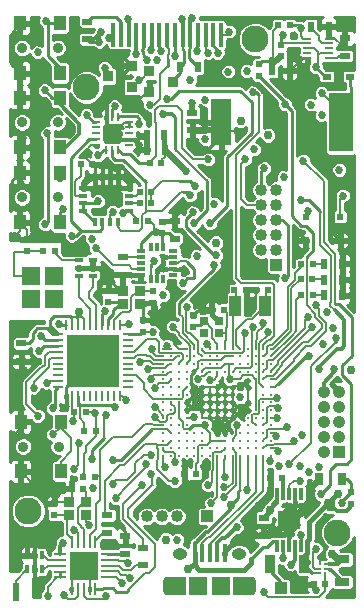
<source format=gtl>
G04 (created by PCBNEW (2013-mar-30)-stable) date Mon 03 Jun 2013 06:42:55 PM EDT*
%MOIN*%
G04 Gerber Fmt 3.4, Leading zero omitted, Abs format*
%FSLAX34Y34*%
G01*
G70*
G90*
G04 APERTURE LIST*
%ADD10C,0.006*%
%ADD11R,0.0393701X0.0708661*%
%ADD12C,0.00728346*%
%ADD13R,0.036X0.036*%
%ADD14R,0.0315X0.0394*%
%ADD15R,0.0315X0.0197*%
%ADD16R,0.0354331X0.0629921*%
%ADD17R,0.0511811X0.0275591*%
%ADD18R,0.023622X0.0354331*%
%ADD19R,0.0354331X0.023622*%
%ADD20R,0.019685X0.023622*%
%ADD21R,0.023622X0.019685*%
%ADD22R,0.0118X0.0315*%
%ADD23R,0.0315X0.0118*%
%ADD24R,0.0315X0.0079*%
%ADD25R,0.0138X0.0787*%
%ADD26R,0.0098X0.0276*%
%ADD27R,0.0276X0.0098*%
%ADD28R,0.0236X0.0236*%
%ADD29O,0.0492X0.0374*%
%ADD30R,0.0591X0.063*%
%ADD31R,0.0157X0.0591*%
%ADD32O,0.0354X0.063*%
%ADD33C,0.0354*%
%ADD34R,0.0394X0.0512*%
%ADD35R,0.0669X0.1575*%
%ADD36R,0.0787X0.1969*%
%ADD37C,0.013*%
%ADD38R,0.011X0.0394*%
%ADD39R,0.0394X0.011*%
%ADD40R,0.0945X0.0945*%
%ADD41R,0.0275591X0.011811*%
%ADD42R,0.0374016X0.0334646*%
%ADD43R,0.011811X0.0275591*%
%ADD44R,0.0295276X0.0275591*%
%ADD45R,0.0606299X0.0606299*%
%ADD46C,0.04*%
%ADD47R,0.04X0.04*%
%ADD48C,0.042*%
%ADD49R,0.042X0.042*%
%ADD50R,0.019685X0.0590551*%
%ADD51C,0.09*%
%ADD52C,0.00787402*%
%ADD53C,0.023622*%
%ADD54R,0.011811X0.0393701*%
%ADD55R,0.0740157X0.061811*%
%ADD56R,0.019685X0.019685*%
%ADD57R,0.0110236X0.0334646*%
%ADD58R,0.0334646X0.0110236*%
%ADD59R,0.177165X0.177165*%
%ADD60C,0.027*%
%ADD61C,0.03*%
%ADD62C,0.008*%
%ADD63C,0.007*%
%ADD64C,0.009*%
%ADD65C,0.01*%
%ADD66C,0.012*%
%ADD67C,0.02*%
%ADD68C,0.016*%
%ADD69C,0.024*%
G04 APERTURE END LIST*
G54D10*
G54D11*
X74607Y-53120D03*
X75592Y-53120D03*
G54D12*
X75790Y-54538D03*
X75790Y-54793D03*
X75790Y-55049D03*
X75790Y-55305D03*
X75790Y-55561D03*
X75790Y-55817D03*
X75790Y-56073D03*
X75790Y-56329D03*
X75790Y-56585D03*
X75790Y-56841D03*
X75790Y-57097D03*
X75790Y-57352D03*
X75790Y-57608D03*
X75790Y-57864D03*
X75790Y-58120D03*
X75535Y-54538D03*
X75535Y-54793D03*
X75535Y-55049D03*
X75535Y-55305D03*
X75535Y-55561D03*
X75535Y-55817D03*
X75535Y-56073D03*
X75535Y-56329D03*
X75535Y-56585D03*
X75535Y-56841D03*
X75535Y-57097D03*
X75535Y-57352D03*
X75535Y-57608D03*
X75535Y-57864D03*
X75535Y-58120D03*
X75279Y-54538D03*
X75279Y-54793D03*
X75279Y-55049D03*
X75279Y-55305D03*
X75279Y-55561D03*
X75279Y-55817D03*
X75279Y-56073D03*
X75279Y-56329D03*
X75279Y-56585D03*
X75279Y-56841D03*
X75279Y-57097D03*
X75279Y-57352D03*
X75279Y-57608D03*
X75279Y-57864D03*
X75279Y-58120D03*
X75023Y-54538D03*
X75023Y-54793D03*
X75023Y-55049D03*
X75023Y-55305D03*
X75023Y-55561D03*
X75023Y-55817D03*
X75023Y-56073D03*
X75023Y-56329D03*
X75023Y-56585D03*
X75023Y-56841D03*
X75023Y-57097D03*
X75023Y-57352D03*
X75023Y-57608D03*
X75023Y-57864D03*
X75023Y-58120D03*
X74767Y-54538D03*
X74767Y-54793D03*
X74767Y-55049D03*
X74767Y-55305D03*
X74767Y-57352D03*
X74767Y-57608D03*
X74767Y-57864D03*
X74767Y-58120D03*
X74511Y-54538D03*
X74511Y-54793D03*
X74511Y-55049D03*
X74511Y-55305D03*
X74511Y-55817D03*
X74511Y-56073D03*
X74511Y-56329D03*
X74511Y-56585D03*
X74511Y-56841D03*
X74511Y-57352D03*
X74511Y-57608D03*
X74511Y-57864D03*
X74511Y-58120D03*
X74255Y-54538D03*
X74255Y-54793D03*
X74255Y-55049D03*
X74255Y-55305D03*
X74255Y-55817D03*
X74255Y-56073D03*
X74255Y-56329D03*
X74255Y-56585D03*
X74255Y-56841D03*
X74255Y-57352D03*
X74255Y-57608D03*
X74255Y-57864D03*
X74255Y-58120D03*
X73999Y-54538D03*
X73999Y-54793D03*
X73999Y-55049D03*
X73999Y-55305D03*
X73999Y-55817D03*
X73999Y-56073D03*
X73999Y-56329D03*
X73999Y-56585D03*
X73999Y-56841D03*
X73999Y-57352D03*
X73999Y-57608D03*
X73999Y-57864D03*
X73999Y-58120D03*
X73743Y-54538D03*
X73743Y-54793D03*
X73743Y-55049D03*
X73743Y-55305D03*
X73743Y-55817D03*
X73743Y-56073D03*
X73743Y-56329D03*
X73743Y-56585D03*
X73743Y-56841D03*
X73743Y-57352D03*
X73743Y-57608D03*
X73743Y-57864D03*
X73743Y-58120D03*
X73487Y-54538D03*
X73487Y-54793D03*
X73487Y-55049D03*
X73487Y-55305D03*
X73487Y-55817D03*
X73487Y-56073D03*
X73487Y-56329D03*
X73487Y-56585D03*
X73487Y-56841D03*
X73487Y-57352D03*
X73487Y-57608D03*
X73487Y-57864D03*
X73487Y-58120D03*
X73231Y-54538D03*
X73231Y-54793D03*
X73231Y-55049D03*
X73231Y-55305D03*
X73231Y-57352D03*
X73231Y-57608D03*
X73231Y-57864D03*
X73231Y-58120D03*
X72976Y-54538D03*
X72976Y-54793D03*
X72976Y-55049D03*
X72976Y-55305D03*
X72976Y-55561D03*
X72976Y-55817D03*
X72976Y-56073D03*
X72976Y-56329D03*
X72976Y-56585D03*
X72976Y-56841D03*
X72976Y-57097D03*
X72976Y-57352D03*
X72976Y-57608D03*
X72976Y-57864D03*
X72976Y-58120D03*
X72720Y-54538D03*
X72720Y-54793D03*
X72720Y-55049D03*
X72720Y-55305D03*
X72720Y-55561D03*
X72720Y-55817D03*
X72720Y-56073D03*
X72720Y-56329D03*
X72720Y-56585D03*
X72720Y-56841D03*
X72720Y-57097D03*
X72720Y-57352D03*
X72720Y-57608D03*
X72720Y-57864D03*
X72720Y-58120D03*
X72464Y-54538D03*
X72464Y-54793D03*
X72464Y-55049D03*
X72464Y-55305D03*
X72464Y-55561D03*
X72464Y-55817D03*
X72464Y-56073D03*
X72464Y-56329D03*
X72464Y-56585D03*
X72464Y-56841D03*
X72464Y-57097D03*
X72464Y-57352D03*
X72464Y-57608D03*
X72464Y-57864D03*
X72464Y-58120D03*
X72208Y-54538D03*
X72208Y-54793D03*
X72208Y-55049D03*
X72208Y-55305D03*
X72208Y-55561D03*
X72208Y-55817D03*
X72208Y-56073D03*
X72208Y-56329D03*
X72208Y-56585D03*
X72208Y-56841D03*
X72208Y-57097D03*
X72208Y-57352D03*
X72208Y-57608D03*
X72208Y-57864D03*
X72208Y-58120D03*
G54D13*
X71736Y-45994D03*
X71736Y-45294D03*
X72536Y-45644D03*
X71162Y-45114D03*
X71162Y-45814D03*
X70362Y-45464D03*
G54D14*
X77782Y-59739D03*
X77407Y-58873D03*
X78157Y-58873D03*
G54D15*
X77647Y-45468D03*
X78434Y-45468D03*
G54D16*
X76900Y-61705D03*
X75759Y-61705D03*
G54D17*
X78165Y-61565D03*
X78165Y-62314D03*
G54D18*
X78163Y-51702D03*
X77572Y-51702D03*
G54D19*
X70938Y-61369D03*
X70938Y-60778D03*
X71520Y-61174D03*
X71520Y-61765D03*
X70336Y-60086D03*
X70336Y-60677D03*
G54D18*
X78163Y-52242D03*
X77572Y-52242D03*
X78163Y-52752D03*
X77572Y-52752D03*
G54D19*
X73164Y-46674D03*
X73164Y-47265D03*
G54D18*
X73357Y-45140D03*
X72766Y-45140D03*
G54D19*
X69670Y-43634D03*
X69670Y-44225D03*
G54D20*
X71413Y-49678D03*
X71806Y-49678D03*
X75289Y-52582D03*
X75682Y-52582D03*
X71413Y-49316D03*
X71806Y-49316D03*
X74964Y-52582D03*
X74571Y-52582D03*
X69912Y-58822D03*
X69519Y-58822D03*
X69538Y-59206D03*
X69145Y-59206D03*
X69217Y-56652D03*
X69610Y-56652D03*
X73294Y-58706D03*
X72901Y-58706D03*
X76789Y-52750D03*
X77182Y-52750D03*
X76781Y-52218D03*
X77174Y-52218D03*
X76783Y-51730D03*
X77176Y-51730D03*
X71684Y-50292D03*
X71291Y-50292D03*
X69571Y-57286D03*
X69964Y-57286D03*
X76420Y-43752D03*
X76027Y-43752D03*
G54D21*
X76118Y-44403D03*
X76118Y-44796D03*
G54D20*
X73825Y-53244D03*
X74218Y-53244D03*
X72138Y-48344D03*
X71745Y-48344D03*
G54D21*
X78474Y-59704D03*
X78474Y-59311D03*
G54D20*
X77606Y-62392D03*
X77213Y-62392D03*
X76156Y-58857D03*
X75763Y-58857D03*
G54D21*
X73190Y-53423D03*
X73190Y-53816D03*
X68566Y-60088D03*
X68566Y-59695D03*
G54D22*
X71984Y-51136D03*
X71787Y-51136D03*
X72181Y-51136D03*
X72181Y-52219D03*
X71787Y-52219D03*
X71984Y-52219D03*
G54D23*
X72526Y-51678D03*
X72526Y-51481D03*
X72526Y-51284D03*
X72526Y-51874D03*
X72526Y-52071D03*
X71443Y-52071D03*
X71443Y-51874D03*
X71443Y-51284D03*
X71443Y-51481D03*
X71443Y-51678D03*
G54D24*
X77005Y-44833D03*
X77005Y-44675D03*
X77005Y-44360D03*
X77005Y-44518D03*
X77005Y-44202D03*
X77714Y-44202D03*
X77714Y-44518D03*
X77714Y-44360D03*
X77714Y-44675D03*
X77714Y-44833D03*
G54D25*
X70539Y-44070D03*
X71051Y-44070D03*
X70795Y-44070D03*
X71819Y-44070D03*
X72075Y-44070D03*
X71563Y-44070D03*
X71307Y-44070D03*
X73354Y-44070D03*
X73610Y-44070D03*
X74122Y-44070D03*
X73866Y-44070D03*
X72842Y-44070D03*
X73098Y-44070D03*
X72586Y-44070D03*
X72330Y-44070D03*
G54D26*
X70701Y-46821D03*
X70504Y-46821D03*
X70307Y-46821D03*
X70307Y-47903D03*
X70504Y-47903D03*
X70701Y-47903D03*
G54D27*
X71045Y-46968D03*
X71045Y-47165D03*
X71045Y-47362D03*
X71045Y-47756D03*
X71045Y-47559D03*
X69963Y-47559D03*
X69963Y-47756D03*
X69963Y-47362D03*
X69963Y-47165D03*
X69963Y-46968D03*
G54D28*
X76954Y-50142D03*
X76954Y-50930D03*
X78096Y-50930D03*
X78096Y-50142D03*
G54D29*
X74728Y-61373D03*
G54D30*
X74826Y-62436D03*
X72661Y-62436D03*
X74137Y-62436D03*
G54D31*
X73244Y-61357D03*
X73494Y-61357D03*
X73744Y-61357D03*
X73994Y-61357D03*
X74244Y-61357D03*
G54D32*
X75122Y-62436D03*
X72366Y-62436D03*
G54D30*
X73350Y-62436D03*
G54D29*
X72760Y-61373D03*
G54D33*
X68681Y-44524D03*
G54D34*
X68759Y-45351D03*
X68760Y-43697D03*
X67421Y-43697D03*
X67421Y-45351D03*
G54D33*
X67499Y-44524D03*
X68677Y-46996D03*
G54D34*
X68755Y-47823D03*
X68756Y-46169D03*
X67417Y-46169D03*
X67417Y-47823D03*
G54D33*
X67495Y-46996D03*
X68681Y-49498D03*
G54D34*
X68759Y-50325D03*
X68760Y-48671D03*
X67421Y-48671D03*
X67421Y-50325D03*
G54D33*
X67499Y-49498D03*
X68711Y-57800D03*
G54D34*
X68789Y-58627D03*
X68790Y-56973D03*
X67451Y-56973D03*
X67451Y-58627D03*
G54D33*
X67529Y-57800D03*
G54D35*
X74131Y-46990D03*
G54D36*
X78128Y-46990D03*
G54D37*
X69231Y-61768D03*
X69546Y-61768D03*
X69231Y-62083D03*
X69861Y-62083D03*
X69546Y-62083D03*
X69546Y-61453D03*
X69861Y-61768D03*
X69861Y-61453D03*
X69231Y-61453D03*
G54D38*
X69940Y-60980D03*
X69743Y-60980D03*
X69349Y-60980D03*
X69546Y-60980D03*
X69152Y-60980D03*
X69152Y-62555D03*
X69546Y-62555D03*
X69349Y-62555D03*
X69743Y-62555D03*
X69940Y-62555D03*
G54D39*
X68758Y-61769D03*
X68758Y-61966D03*
X68758Y-62162D03*
X68758Y-61572D03*
X68758Y-61375D03*
X70333Y-61374D03*
X70333Y-61571D03*
X70333Y-62161D03*
X70333Y-61965D03*
G54D40*
X69546Y-61768D03*
G54D39*
X70333Y-61768D03*
G54D23*
X71064Y-49189D03*
X71064Y-49443D03*
X71064Y-49697D03*
X71064Y-49951D03*
X69540Y-49951D03*
X69540Y-49697D03*
X69540Y-49443D03*
X69540Y-49189D03*
G54D22*
X69921Y-48808D03*
X70175Y-48808D03*
X70429Y-48808D03*
X70683Y-48808D03*
X70683Y-50332D03*
X70429Y-50332D03*
X70175Y-50332D03*
X69921Y-50332D03*
G54D41*
X69856Y-52105D03*
X69856Y-51594D03*
X69856Y-51850D03*
X69383Y-52105D03*
X69383Y-51850D03*
X69383Y-51594D03*
G54D42*
X69621Y-60074D03*
X69050Y-60074D03*
X69050Y-59641D03*
X69621Y-59641D03*
G54D43*
X68163Y-61419D03*
X67652Y-61419D03*
X67908Y-61419D03*
X68163Y-61892D03*
X67908Y-61892D03*
X67652Y-61892D03*
G54D42*
X71413Y-53034D03*
X70842Y-53034D03*
X70842Y-52601D03*
X71413Y-52601D03*
G54D44*
X73544Y-54022D03*
X73544Y-53629D03*
X74075Y-53629D03*
X74075Y-54022D03*
G54D45*
X68559Y-52126D03*
X68559Y-52893D03*
X67792Y-52893D03*
X67792Y-52126D03*
G54D19*
X70854Y-51478D03*
X70854Y-52069D03*
X72580Y-50867D03*
X72580Y-50276D03*
X75550Y-60172D03*
X75550Y-60763D03*
G54D18*
X72241Y-47426D03*
X71650Y-47426D03*
G54D19*
X78246Y-44783D03*
X78246Y-44192D03*
G54D18*
X77118Y-43808D03*
X77709Y-43808D03*
X75822Y-45256D03*
X76413Y-45256D03*
X72245Y-47912D03*
X71654Y-47912D03*
G54D21*
X72172Y-50692D03*
X72172Y-50299D03*
X70372Y-52605D03*
X70372Y-52998D03*
X71510Y-53976D03*
X71510Y-53583D03*
X71868Y-53010D03*
X71868Y-52617D03*
G54D20*
X69836Y-48394D03*
X69443Y-48394D03*
G54D46*
X71654Y-60130D03*
X72654Y-60130D03*
X72154Y-60130D03*
X73154Y-60130D03*
G54D47*
X73654Y-60130D03*
G54D46*
X76630Y-62508D03*
G54D47*
X76130Y-62508D03*
G54D46*
X75470Y-51750D03*
X75470Y-51250D03*
X75470Y-50750D03*
X75470Y-49750D03*
X75470Y-50250D03*
X75470Y-49250D03*
X75970Y-49250D03*
X75970Y-50250D03*
X75970Y-49750D03*
X75970Y-50750D03*
X75970Y-51250D03*
G54D47*
X75970Y-51750D03*
G54D48*
X78056Y-55998D03*
X77556Y-55998D03*
X78056Y-56998D03*
X77556Y-56998D03*
X77556Y-56498D03*
X78056Y-56498D03*
X78056Y-57498D03*
X77556Y-57498D03*
X77556Y-57998D03*
G54D49*
X78056Y-57998D03*
G54D20*
X68189Y-51288D03*
X68582Y-51288D03*
G54D21*
X67674Y-50887D03*
X67674Y-51280D03*
G54D50*
X67276Y-62664D03*
G54D51*
X67698Y-59948D03*
X75264Y-44226D03*
X78008Y-60670D03*
X69638Y-45828D03*
G54D52*
X77592Y-61717D03*
X77435Y-61717D03*
X77435Y-61875D03*
X77592Y-61875D03*
X77592Y-62032D03*
X77435Y-62032D03*
G54D21*
X75380Y-45053D03*
X75380Y-45446D03*
G54D19*
X67470Y-54364D03*
X67470Y-54955D03*
G54D53*
X76400Y-60240D03*
X76636Y-60082D03*
X76636Y-60397D03*
X76163Y-60397D03*
G54D54*
X76006Y-59373D03*
X76203Y-59373D03*
X76596Y-59373D03*
X76400Y-59373D03*
X76793Y-59373D03*
X76793Y-61106D03*
X76400Y-61106D03*
X76596Y-61106D03*
X76203Y-61106D03*
X76006Y-61106D03*
G54D55*
X76400Y-60240D03*
G54D53*
X76163Y-60082D03*
G54D56*
X70056Y-55526D03*
X70056Y-54345D03*
X70056Y-54739D03*
X70056Y-55132D03*
X70450Y-55132D03*
X70450Y-54739D03*
X70450Y-54345D03*
X70450Y-55526D03*
X69663Y-55526D03*
X69663Y-54345D03*
X69663Y-54739D03*
X69663Y-55132D03*
X69269Y-55132D03*
X69269Y-54739D03*
X69269Y-54345D03*
X69269Y-55526D03*
G54D57*
X68974Y-56117D03*
X69171Y-56117D03*
X69367Y-56117D03*
X69564Y-56117D03*
X69761Y-56117D03*
X69958Y-56117D03*
X70155Y-56117D03*
X70352Y-56117D03*
X70548Y-56117D03*
X70745Y-56117D03*
G54D58*
X71041Y-55821D03*
X71041Y-55624D03*
X71041Y-55428D03*
X71041Y-55231D03*
X71041Y-55034D03*
X71041Y-54837D03*
X71041Y-54640D03*
X71041Y-54443D03*
X71041Y-54247D03*
X71041Y-54050D03*
G54D57*
X70745Y-53754D03*
X70548Y-53754D03*
X70352Y-53754D03*
X70155Y-53754D03*
X69958Y-53754D03*
X69761Y-53754D03*
X69564Y-53754D03*
X69367Y-53754D03*
X69171Y-53754D03*
X68974Y-53754D03*
G54D58*
X68678Y-54050D03*
X68678Y-54247D03*
X68678Y-54443D03*
X68678Y-54640D03*
X68678Y-54837D03*
X68678Y-55034D03*
X68678Y-55231D03*
X68678Y-55428D03*
X68678Y-55624D03*
X68678Y-55821D03*
G54D59*
X69860Y-54936D03*
G54D60*
X68019Y-56777D03*
X69850Y-59188D03*
X67876Y-55838D03*
X69814Y-58204D03*
X70282Y-56756D03*
X71844Y-53970D03*
X75181Y-45998D03*
X71394Y-45572D03*
X72816Y-43552D03*
X71996Y-44932D03*
X70116Y-43998D03*
X70248Y-45172D03*
X70068Y-44308D03*
X77122Y-46400D03*
X76545Y-57623D03*
X71660Y-44904D03*
X77484Y-46750D03*
X76829Y-57429D03*
X75944Y-57435D03*
X73108Y-45570D03*
X71286Y-44718D03*
X73792Y-59698D03*
X75544Y-62664D03*
X71932Y-56468D03*
X73264Y-49114D03*
X72522Y-53804D03*
X69814Y-50874D03*
X68016Y-44664D03*
X73324Y-51454D03*
X71912Y-55852D03*
X68338Y-47358D03*
X68260Y-50386D03*
X72976Y-53146D03*
X74914Y-54016D03*
X69240Y-58550D03*
X71914Y-56800D03*
X69390Y-57676D03*
X76248Y-46380D03*
X77044Y-54790D03*
X73958Y-51418D03*
X77644Y-53326D03*
X73188Y-49998D03*
X70848Y-50008D03*
X73748Y-55572D03*
X70602Y-56496D03*
X69188Y-56962D03*
X73364Y-55543D03*
X78072Y-48580D03*
X75564Y-48528D03*
X77390Y-58480D03*
X74238Y-59142D03*
X74924Y-48224D03*
X76868Y-48274D03*
X77458Y-59378D03*
X74238Y-59472D03*
X73880Y-51755D03*
X73594Y-46234D03*
X71764Y-46404D03*
X71782Y-44594D03*
X71822Y-54556D03*
X73752Y-50356D03*
X72326Y-46212D03*
X72120Y-44610D03*
X74368Y-45300D03*
X75178Y-53802D03*
X76752Y-58949D03*
X74250Y-58808D03*
X76791Y-60755D03*
X73697Y-59084D03*
X72582Y-58958D03*
X77048Y-58646D03*
X77872Y-53862D03*
X72589Y-58318D03*
X76075Y-58455D03*
X76407Y-58395D03*
X77960Y-54188D03*
X72255Y-58488D03*
X71488Y-59094D03*
X76770Y-58458D03*
X76256Y-52194D03*
X70534Y-58262D03*
X76338Y-57153D03*
X76216Y-48820D03*
X76015Y-57934D03*
X75758Y-58294D03*
X75976Y-56862D03*
X76028Y-56532D03*
X76798Y-49594D03*
X77378Y-55216D03*
X76000Y-56172D03*
X75006Y-59250D03*
X74650Y-60484D03*
X77298Y-53074D03*
X76202Y-44096D03*
X69956Y-51194D03*
X76799Y-43857D03*
X71892Y-51610D03*
X77012Y-53478D03*
X77164Y-53818D03*
X72858Y-52336D03*
X69152Y-50772D03*
X72202Y-52756D03*
X71780Y-58076D03*
X70534Y-59040D03*
X70828Y-62350D03*
X71784Y-55546D03*
X70617Y-59520D03*
X73090Y-49422D03*
X71106Y-62170D03*
X71636Y-58376D03*
X71688Y-55224D03*
X71795Y-58710D03*
X71436Y-54998D03*
X72176Y-46720D03*
X70038Y-48090D03*
X73240Y-50350D03*
X70516Y-49972D03*
X75676Y-53982D03*
X75232Y-47898D03*
X73702Y-48232D03*
X77492Y-61469D03*
X73667Y-47903D03*
X77976Y-49167D03*
X72974Y-49738D03*
X70858Y-46202D03*
X70342Y-47308D03*
X68072Y-49580D03*
X72888Y-51904D03*
X68876Y-56514D03*
X69906Y-49280D03*
X67225Y-53765D03*
X67530Y-53765D03*
X67570Y-55235D03*
G54D61*
X73524Y-53278D03*
G54D60*
X72515Y-54160D03*
X73544Y-54022D03*
X78250Y-61945D03*
X77290Y-62581D03*
X75368Y-59784D03*
X70906Y-44806D03*
X71272Y-46366D03*
X67342Y-55868D03*
X78144Y-44432D03*
X76544Y-44116D03*
X67950Y-62738D03*
X67946Y-62274D03*
X67204Y-61834D03*
X67212Y-61446D03*
X67188Y-61054D03*
X67632Y-61048D03*
X68938Y-51312D03*
X68362Y-50884D03*
X67852Y-50788D03*
X67248Y-50794D03*
X74662Y-47274D03*
X74756Y-55786D03*
G54D61*
X76726Y-50698D03*
X73336Y-59100D03*
G54D60*
X73976Y-49336D03*
X71398Y-47756D03*
X71998Y-53378D03*
X68078Y-61070D03*
X75104Y-53278D03*
G54D61*
X75042Y-60478D03*
X70384Y-52216D03*
G54D60*
X69126Y-47206D03*
X67516Y-47500D03*
X67236Y-45034D03*
X67256Y-44038D03*
X70618Y-48516D03*
X67230Y-57416D03*
X70728Y-60420D03*
X68673Y-59391D03*
X68144Y-59044D03*
X69726Y-60412D03*
X74070Y-57160D03*
X77886Y-55200D03*
X77038Y-49944D03*
X78189Y-49436D03*
X77522Y-54392D03*
X73660Y-54374D03*
X70578Y-46462D03*
X76199Y-61509D03*
X76458Y-61734D03*
X77283Y-61199D03*
X78156Y-59696D03*
X68896Y-62752D03*
X68350Y-62770D03*
X68712Y-53704D03*
X68135Y-54120D03*
X68056Y-54602D03*
X68514Y-56524D03*
X73330Y-44614D03*
X71010Y-43540D03*
X70396Y-44178D03*
X74016Y-44676D03*
X74404Y-43966D03*
X73679Y-44676D03*
X68530Y-57394D03*
X68858Y-49868D03*
X68746Y-48840D03*
X68252Y-45928D03*
X68284Y-43602D03*
X73232Y-56812D03*
X74666Y-57092D03*
X75510Y-53682D03*
X74990Y-45288D03*
X77482Y-46022D03*
X73601Y-47565D03*
X69231Y-60566D03*
X71070Y-53710D03*
X72325Y-54435D03*
X72675Y-60900D03*
G54D61*
X77840Y-61380D03*
G54D60*
X75810Y-44954D03*
X77290Y-45150D03*
G54D61*
X69400Y-53330D03*
G54D60*
X74770Y-56152D03*
X70248Y-53296D03*
X71388Y-47044D03*
X71972Y-50636D03*
X73908Y-49710D03*
X72608Y-44768D03*
X73156Y-46362D03*
X70302Y-62796D03*
X68848Y-61014D03*
X74416Y-55534D03*
G54D61*
X72284Y-60900D03*
G54D60*
X70022Y-49624D03*
X69642Y-46756D03*
X72964Y-48626D03*
X69917Y-56669D03*
X68310Y-55670D03*
X70966Y-56250D03*
X71020Y-61690D03*
X73600Y-57090D03*
G54D61*
X74782Y-46946D03*
G54D60*
X73146Y-43518D03*
G54D61*
X77686Y-59684D03*
X75748Y-59926D03*
X78034Y-59368D03*
X78456Y-55234D03*
X75690Y-47422D03*
X73030Y-61882D03*
X73960Y-51012D03*
X74458Y-59746D03*
G54D62*
X69761Y-53754D02*
X69761Y-53205D01*
X69383Y-52827D02*
X69383Y-52105D01*
X69761Y-53205D02*
X69383Y-52827D01*
X69958Y-53754D02*
X69958Y-53082D01*
X69856Y-52495D02*
X69856Y-52105D01*
X69718Y-52634D02*
X69856Y-52495D01*
X69718Y-52842D02*
X69718Y-52634D01*
X69958Y-53082D02*
X69718Y-52842D01*
X67674Y-51280D02*
X67681Y-51288D01*
X67681Y-51288D02*
X68189Y-51288D01*
X67792Y-52126D02*
X67210Y-52126D01*
X67652Y-51301D02*
X67674Y-51280D01*
X67210Y-51301D02*
X67652Y-51301D01*
X67210Y-52126D02*
X67210Y-51301D01*
X68388Y-54640D02*
X68678Y-54640D01*
X68250Y-54779D02*
X68388Y-54640D01*
X68250Y-55068D02*
X68250Y-54779D01*
X68156Y-55162D02*
X68250Y-55068D01*
X68118Y-55162D02*
X68156Y-55162D01*
X67640Y-55640D02*
X68118Y-55162D01*
X67640Y-56398D02*
X67640Y-55640D01*
X68019Y-56777D02*
X67640Y-56398D01*
X68678Y-54837D02*
X68468Y-54837D01*
X67876Y-55658D02*
X67876Y-55838D01*
X68396Y-55138D02*
X67876Y-55658D01*
X68396Y-54910D02*
X68396Y-55138D01*
X68468Y-54837D02*
X68396Y-54910D01*
G54D63*
X70214Y-57520D02*
X70214Y-56824D01*
G54D64*
X69814Y-57920D02*
X70214Y-57520D01*
X69814Y-57920D02*
X69814Y-58204D01*
G54D63*
X70214Y-56824D02*
X70282Y-56756D01*
G54D62*
X71837Y-53976D02*
X71510Y-53976D01*
X71844Y-53970D02*
X71837Y-53976D01*
G54D65*
X71041Y-54050D02*
X71436Y-54050D01*
X71436Y-54050D02*
X71510Y-53976D01*
G54D62*
X71670Y-54210D02*
X71975Y-54210D01*
X71041Y-54640D02*
X71239Y-54640D01*
X71975Y-54210D02*
X72072Y-54307D01*
X71239Y-54640D02*
X71670Y-54210D01*
G54D10*
X72780Y-54666D02*
X72096Y-54666D01*
X72848Y-54734D02*
X72780Y-54666D01*
X72720Y-55049D02*
X72720Y-55014D01*
X72720Y-55014D02*
X72848Y-54886D01*
X72848Y-54886D02*
X72848Y-54734D01*
X72070Y-54310D02*
X72072Y-54307D01*
X72070Y-54639D02*
X72070Y-54310D01*
X72096Y-54666D02*
X72070Y-54639D01*
G54D63*
X71924Y-54922D02*
X71908Y-54922D01*
X71774Y-54788D02*
X71672Y-54788D01*
X71908Y-54922D02*
X71774Y-54788D01*
G54D10*
X71924Y-54922D02*
X72534Y-54922D01*
G54D63*
X71041Y-54837D02*
X71236Y-54837D01*
X71236Y-54837D02*
X71310Y-54764D01*
X71310Y-54764D02*
X71648Y-54764D01*
X71648Y-54764D02*
X71672Y-54788D01*
G54D10*
X72720Y-54793D02*
X72663Y-54793D01*
X72663Y-54793D02*
X72534Y-54922D01*
G54D62*
X69940Y-60980D02*
X69940Y-60938D01*
X70200Y-60677D02*
X70336Y-60677D01*
X69940Y-60938D02*
X70200Y-60677D01*
X70333Y-61768D02*
X70711Y-61768D01*
X71306Y-61765D02*
X71520Y-61765D01*
X71140Y-61932D02*
X71306Y-61765D01*
X70875Y-61932D02*
X71140Y-61932D01*
X70711Y-61768D02*
X70875Y-61932D01*
X71517Y-61768D02*
X71520Y-61765D01*
X67276Y-62664D02*
X67276Y-62268D01*
X67276Y-62268D02*
X67652Y-61892D01*
X67652Y-61892D02*
X67652Y-61923D01*
G54D65*
X75376Y-46094D02*
X75280Y-45998D01*
G54D10*
X75535Y-54417D02*
X75690Y-54262D01*
X75906Y-54126D02*
X75906Y-52422D01*
X75770Y-54262D02*
X75906Y-54126D01*
X75690Y-54262D02*
X75770Y-54262D01*
X75535Y-54538D02*
X75535Y-54417D01*
G54D62*
X75376Y-47328D02*
X75376Y-46094D01*
X75906Y-52422D02*
X75826Y-52342D01*
X75826Y-52342D02*
X74798Y-52342D01*
X74798Y-52342D02*
X74632Y-52176D01*
X74632Y-52176D02*
X74632Y-48072D01*
X74632Y-48072D02*
X75376Y-47328D01*
G54D65*
X75280Y-45998D02*
X75181Y-45998D01*
G54D62*
X71394Y-45572D02*
X71458Y-45572D01*
X71458Y-45572D02*
X71736Y-45294D01*
X71162Y-45804D02*
X71162Y-45814D01*
X71394Y-45572D02*
X71162Y-45804D01*
G54D65*
X72842Y-44070D02*
X72842Y-43578D01*
X72842Y-43578D02*
X72816Y-43552D01*
X72766Y-45140D02*
X72880Y-45026D01*
X72880Y-44618D02*
X72842Y-44580D01*
X72880Y-45026D02*
X72880Y-44618D01*
G54D66*
X70068Y-44308D02*
X70068Y-44046D01*
X70068Y-44046D02*
X70116Y-43998D01*
X69670Y-44225D02*
X69888Y-44225D01*
X69888Y-44225D02*
X70116Y-43998D01*
G54D10*
X70068Y-44046D02*
X70116Y-43998D01*
G54D62*
X70362Y-45464D02*
X70362Y-45286D01*
X70362Y-45286D02*
X70248Y-45172D01*
G54D65*
X72536Y-45644D02*
X72536Y-45578D01*
X72766Y-45347D02*
X72766Y-45140D01*
X72536Y-45578D02*
X72766Y-45347D01*
X69670Y-44225D02*
X69752Y-44308D01*
X69752Y-44308D02*
X70068Y-44308D01*
G54D62*
X72842Y-44070D02*
X72842Y-44580D01*
G54D64*
X72860Y-44088D02*
X72842Y-44070D01*
G54D10*
X76466Y-57702D02*
X76545Y-57623D01*
X75858Y-57736D02*
X75892Y-57702D01*
X75892Y-57702D02*
X76329Y-57702D01*
X75535Y-57861D02*
X75535Y-57864D01*
X75535Y-57861D02*
X75660Y-57736D01*
X75660Y-57736D02*
X75858Y-57736D01*
X76329Y-57702D02*
X76466Y-57702D01*
G54D64*
X71563Y-44070D02*
X71563Y-44473D01*
X71568Y-44740D02*
X71568Y-44812D01*
X71538Y-44710D02*
X71568Y-44740D01*
X71538Y-44638D02*
X71538Y-44710D01*
X71496Y-44596D02*
X71538Y-44638D01*
X71496Y-44540D02*
X71496Y-44596D01*
X71563Y-44473D02*
X71496Y-44540D01*
G54D65*
X71660Y-44904D02*
X71568Y-44812D01*
X71568Y-44812D02*
X71563Y-44807D01*
G54D10*
X75860Y-57352D02*
X75861Y-57352D01*
X75790Y-57352D02*
X75860Y-57352D01*
X75861Y-57352D02*
X75944Y-57435D01*
G54D66*
X71286Y-44718D02*
X71307Y-44697D01*
X71307Y-44697D02*
X71307Y-44070D01*
G54D62*
X77592Y-62032D02*
X77592Y-62377D01*
X77592Y-62377D02*
X77606Y-62392D01*
X73999Y-58626D02*
X73999Y-59491D01*
X73999Y-59491D02*
X73792Y-59698D01*
X77606Y-62392D02*
X77606Y-62607D01*
X75697Y-62817D02*
X75544Y-62664D01*
X77397Y-62817D02*
X75697Y-62817D01*
X77606Y-62607D02*
X77397Y-62817D01*
G54D63*
X73999Y-58626D02*
X73999Y-58120D01*
G54D62*
X77608Y-62390D02*
X77606Y-62392D01*
G54D10*
X72208Y-56774D02*
X72208Y-56841D01*
X72060Y-56626D02*
X72208Y-56774D01*
X72060Y-56596D02*
X72060Y-56626D01*
X71932Y-56468D02*
X72060Y-56596D01*
G54D62*
X69743Y-60980D02*
X69743Y-60762D01*
X69972Y-60533D02*
X69972Y-60498D01*
X69743Y-60762D02*
X69972Y-60533D01*
G54D63*
X72004Y-57095D02*
X71881Y-57095D01*
X71824Y-57038D02*
X71588Y-57038D01*
X71881Y-57095D02*
X71824Y-57038D01*
G54D62*
X70093Y-58782D02*
X69952Y-58782D01*
X69952Y-58782D02*
X69912Y-58822D01*
G54D10*
X72006Y-57097D02*
X72004Y-57095D01*
G54D62*
X71588Y-57038D02*
X71145Y-57480D01*
X70517Y-57480D02*
X71145Y-57480D01*
X70093Y-57904D02*
X70517Y-57480D01*
X70093Y-58782D02*
X70093Y-57904D01*
X70093Y-58782D02*
X70093Y-59590D01*
X69972Y-60498D02*
X69972Y-59711D01*
X69972Y-59711D02*
X70093Y-59590D01*
G54D10*
X72208Y-57097D02*
X72006Y-57097D01*
G54D65*
X72712Y-48948D02*
X73098Y-48948D01*
X73098Y-48948D02*
X73264Y-49114D01*
G54D10*
X72724Y-54029D02*
X72724Y-54006D01*
X73014Y-54356D02*
X73104Y-54446D01*
X72976Y-55030D02*
X73104Y-54902D01*
X73104Y-54902D02*
X73104Y-54446D01*
X72976Y-55049D02*
X72976Y-55030D01*
X73011Y-54356D02*
X73014Y-54356D01*
X72724Y-54068D02*
X73011Y-54356D01*
X72724Y-54068D02*
X72724Y-54029D01*
X72724Y-54006D02*
X72522Y-53804D01*
G54D62*
X71806Y-49316D02*
X72174Y-48948D01*
X72174Y-48948D02*
X72712Y-48948D01*
X71806Y-49678D02*
X71806Y-49316D01*
G54D63*
X71956Y-56200D02*
X71852Y-56200D01*
X71542Y-55890D02*
X71542Y-55794D01*
X71852Y-56200D02*
X71542Y-55890D01*
X71041Y-55428D02*
X71276Y-55428D01*
X71276Y-55428D02*
X71542Y-55694D01*
X71542Y-55694D02*
X71542Y-55794D01*
X72100Y-56200D02*
X71956Y-56200D01*
G54D10*
X72847Y-56163D02*
X72810Y-56200D01*
X72810Y-56200D02*
X72100Y-56200D01*
X72976Y-55817D02*
X72847Y-55946D01*
X72847Y-55946D02*
X72847Y-56163D01*
X72464Y-55569D02*
X72345Y-55688D01*
X72345Y-55688D02*
X72066Y-55688D01*
X72066Y-55688D02*
X71912Y-55852D01*
X72464Y-55569D02*
X72464Y-55561D01*
G54D64*
X68260Y-50386D02*
X68346Y-50300D01*
X68346Y-47366D02*
X68338Y-47358D01*
X68346Y-50300D02*
X68346Y-47366D01*
G54D10*
X72965Y-53965D02*
X72965Y-53157D01*
X73360Y-54500D02*
X73360Y-54280D01*
X73360Y-54500D02*
X73360Y-54666D01*
X73360Y-54666D02*
X73487Y-54793D01*
X73360Y-54280D02*
X73100Y-54020D01*
X73100Y-54020D02*
X73020Y-54020D01*
X73020Y-54020D02*
X72965Y-53965D01*
X72965Y-53157D02*
X72976Y-53146D01*
X74896Y-54610D02*
X74896Y-54034D01*
X74840Y-54666D02*
X74896Y-54610D01*
X73580Y-54666D02*
X74840Y-54666D01*
X73487Y-54573D02*
X73580Y-54666D01*
X73487Y-54538D02*
X73487Y-54573D01*
X74896Y-54034D02*
X74914Y-54016D01*
G54D62*
X69240Y-58550D02*
X69360Y-58430D01*
X69360Y-58430D02*
X69360Y-58362D01*
X69360Y-57882D02*
X69360Y-57706D01*
G54D10*
X72464Y-56368D02*
X72592Y-56496D01*
X72592Y-56496D02*
X72592Y-56658D01*
X72592Y-56658D02*
X72536Y-56714D01*
X72536Y-56714D02*
X72398Y-56714D01*
X72398Y-56714D02*
X72336Y-56776D01*
X72336Y-56776D02*
X72336Y-56906D01*
X72464Y-56329D02*
X72464Y-56368D01*
X72336Y-56906D02*
X72274Y-56968D01*
X72274Y-56968D02*
X72086Y-56968D01*
X72086Y-56968D02*
X71914Y-56800D01*
G54D62*
X69360Y-58332D02*
X69360Y-57882D01*
X69360Y-57706D02*
X69390Y-57676D01*
X69360Y-58406D02*
X69360Y-58332D01*
X69256Y-58510D02*
X69360Y-58406D01*
G54D63*
X76843Y-54329D02*
X76854Y-54318D01*
X76988Y-53098D02*
X76988Y-52982D01*
X77260Y-53370D02*
X76988Y-53098D01*
X77260Y-53490D02*
X77260Y-53370D01*
X77498Y-53729D02*
X77260Y-53490D01*
X77498Y-53859D02*
X77498Y-53729D01*
X77039Y-54318D02*
X77498Y-53859D01*
X76854Y-54318D02*
X77039Y-54318D01*
G54D65*
X75380Y-45446D02*
X76248Y-46314D01*
X76248Y-46314D02*
X76248Y-46380D01*
X76978Y-51490D02*
X77206Y-51262D01*
X76480Y-46612D02*
X76248Y-46380D01*
X76480Y-50126D02*
X76480Y-46612D01*
X76788Y-50434D02*
X76480Y-50126D01*
X76952Y-50434D02*
X76788Y-50434D01*
X77206Y-50688D02*
X76952Y-50434D01*
X77206Y-51262D02*
X77206Y-50688D01*
G54D10*
X75535Y-55561D02*
X75662Y-55434D01*
G54D63*
X76166Y-55006D02*
X76843Y-54329D01*
X76166Y-55096D02*
X76166Y-55006D01*
X75986Y-55276D02*
X76166Y-55096D01*
X75986Y-55320D02*
X75986Y-55276D01*
G54D10*
X75872Y-55434D02*
X75986Y-55320D01*
X75662Y-55434D02*
X75872Y-55434D01*
X76988Y-52982D02*
X76988Y-52510D01*
X76988Y-52510D02*
X76978Y-52500D01*
X76978Y-52500D02*
X76978Y-51490D01*
G54D65*
X72970Y-50306D02*
X72970Y-50494D01*
X73894Y-51418D02*
X73958Y-51418D01*
X72970Y-50494D02*
X73894Y-51418D01*
X72970Y-50306D02*
X72970Y-50216D01*
X72970Y-50216D02*
X73188Y-49998D01*
X76029Y-55723D02*
X76962Y-54790D01*
X76962Y-54790D02*
X77044Y-54790D01*
G54D63*
X70905Y-49951D02*
X70848Y-50008D01*
X71064Y-49951D02*
X70905Y-49951D01*
G54D64*
X76889Y-54863D02*
X76971Y-54863D01*
X76971Y-54863D02*
X77044Y-54790D01*
G54D63*
X75790Y-55817D02*
X75935Y-55817D01*
G54D62*
X75935Y-55817D02*
X76029Y-55723D01*
X76029Y-55723D02*
X76889Y-54863D01*
G54D63*
X71291Y-50292D02*
X71291Y-50178D01*
X71291Y-50178D02*
X71064Y-49951D01*
G54D10*
X73999Y-55305D02*
X73999Y-55457D01*
X73884Y-55572D02*
X73748Y-55572D01*
X73999Y-55457D02*
X73884Y-55572D01*
G54D64*
X69367Y-56357D02*
X69426Y-56416D01*
X69367Y-56117D02*
X69367Y-56357D01*
X70522Y-56416D02*
X70602Y-56496D01*
X69426Y-56416D02*
X70522Y-56416D01*
G54D63*
X69571Y-57286D02*
X69571Y-57009D01*
X69571Y-57009D02*
X69412Y-56850D01*
G54D10*
X73999Y-55353D02*
X73999Y-55305D01*
X69367Y-56117D02*
X69367Y-56439D01*
X69412Y-56484D02*
X69412Y-56850D01*
X69367Y-56439D02*
X69412Y-56484D01*
X69188Y-56962D02*
X69217Y-56932D01*
X69217Y-56652D02*
X69217Y-56932D01*
X73692Y-55305D02*
X73743Y-55305D01*
X73560Y-55437D02*
X73692Y-55305D01*
X73470Y-55437D02*
X73560Y-55437D01*
X73364Y-55543D02*
X73470Y-55437D01*
X73743Y-55305D02*
X73731Y-55305D01*
G54D62*
X69171Y-56117D02*
X69171Y-56605D01*
X69171Y-56605D02*
X69217Y-56652D01*
G54D63*
X74238Y-59142D02*
X74374Y-59142D01*
X74511Y-59005D02*
X74511Y-58869D01*
X74374Y-59142D02*
X74511Y-59005D01*
G54D64*
X75470Y-49250D02*
X75470Y-48622D01*
X75564Y-48528D02*
X75470Y-48622D01*
G54D63*
X74511Y-58869D02*
X74511Y-58245D01*
G54D10*
X74511Y-58120D02*
X74511Y-58245D01*
G54D62*
X75470Y-49750D02*
X74978Y-49750D01*
X74776Y-49548D02*
X74978Y-49750D01*
X74776Y-48372D02*
X74776Y-49548D01*
X74924Y-48224D02*
X74776Y-48372D01*
X77556Y-48962D02*
X76868Y-48274D01*
X77556Y-50992D02*
X77556Y-48962D01*
G54D64*
X78174Y-55092D02*
X78174Y-55428D01*
X78174Y-55428D02*
X78470Y-55724D01*
X78470Y-55724D02*
X78470Y-58224D01*
X78470Y-58224D02*
X78312Y-58382D01*
X78312Y-58382D02*
X77950Y-58382D01*
X77950Y-58382D02*
X77762Y-58569D01*
X77762Y-58569D02*
X77762Y-59073D01*
X77458Y-59378D02*
X77762Y-59073D01*
X77940Y-53034D02*
X77956Y-53050D01*
G54D63*
X77940Y-51376D02*
X77940Y-53034D01*
X77556Y-50992D02*
X77940Y-51376D01*
G54D64*
X78476Y-54790D02*
X78476Y-53474D01*
X78476Y-53474D02*
X78052Y-53050D01*
X78052Y-53050D02*
X77956Y-53050D01*
X78174Y-55092D02*
X78476Y-54790D01*
G54D10*
X74640Y-59070D02*
X74640Y-59036D01*
X74238Y-59472D02*
X74640Y-59070D01*
X74640Y-58006D02*
X74640Y-59036D01*
X74511Y-57877D02*
X74511Y-57864D01*
X74511Y-57877D02*
X74640Y-58006D01*
X75535Y-54793D02*
X75557Y-54793D01*
X76783Y-51804D02*
X76783Y-51730D01*
X76584Y-52004D02*
X76783Y-51804D01*
X76584Y-52238D02*
X76584Y-52004D01*
X76342Y-52479D02*
X76584Y-52238D01*
X76342Y-53882D02*
X76342Y-52479D01*
X75815Y-54410D02*
X76342Y-53882D01*
X75738Y-54410D02*
X75815Y-54410D01*
X75662Y-54486D02*
X75738Y-54410D01*
X75662Y-54688D02*
X75662Y-54486D01*
X75557Y-54793D02*
X75662Y-54688D01*
G54D63*
X75790Y-54538D02*
X75864Y-54538D01*
X76468Y-52531D02*
X76781Y-52218D01*
X76468Y-53934D02*
X76468Y-52531D01*
X75864Y-54538D02*
X76468Y-53934D01*
X76476Y-54110D02*
X76626Y-53960D01*
X76626Y-53960D02*
X76626Y-52913D01*
X76626Y-52913D02*
X76789Y-52750D01*
X75790Y-54793D02*
X75793Y-54793D01*
X75793Y-54793D02*
X76476Y-54110D01*
G54D64*
X72730Y-53380D02*
X72730Y-53030D01*
G54D10*
X73231Y-54400D02*
X72844Y-54014D01*
X72844Y-54014D02*
X72844Y-53494D01*
X72844Y-53494D02*
X72730Y-53380D01*
X73231Y-54538D02*
X73231Y-54400D01*
G54D64*
X73880Y-51880D02*
X73880Y-51755D01*
X72730Y-53030D02*
X73880Y-51880D01*
G54D62*
X72088Y-45366D02*
X72346Y-45108D01*
X72088Y-46200D02*
X72088Y-45366D01*
X71884Y-46404D02*
X72088Y-46200D01*
X71764Y-46404D02*
X71884Y-46404D01*
G54D64*
X72346Y-44892D02*
X72346Y-45108D01*
G54D62*
X72330Y-44492D02*
X72330Y-44070D01*
X72380Y-44700D02*
X72346Y-44734D01*
X72380Y-44542D02*
X72380Y-44700D01*
X72330Y-44492D02*
X72380Y-44542D01*
X72346Y-44734D02*
X72346Y-44892D01*
G54D64*
X71819Y-44070D02*
X71819Y-44557D01*
X71819Y-44557D02*
X71782Y-44594D01*
G54D10*
X72208Y-54793D02*
X71963Y-54793D01*
X71822Y-54652D02*
X71822Y-54556D01*
X71963Y-54793D02*
X71822Y-54652D01*
G54D65*
X75146Y-46328D02*
X74754Y-45936D01*
X75146Y-47345D02*
X75146Y-46328D01*
X74340Y-49768D02*
X74340Y-48151D01*
X74340Y-49768D02*
X73752Y-50356D01*
X74754Y-45936D02*
X72732Y-45936D01*
X72732Y-45936D02*
X72462Y-46206D01*
X72462Y-46206D02*
X72462Y-46210D01*
X72328Y-46210D02*
X72462Y-46210D01*
X72326Y-46212D02*
X72328Y-46210D01*
X74340Y-48151D02*
X75146Y-47345D01*
X72075Y-44070D02*
X72075Y-44565D01*
X72075Y-44565D02*
X72120Y-44610D01*
G54D10*
X75152Y-54228D02*
X75152Y-53828D01*
X75152Y-53828D02*
X75178Y-53802D01*
X75152Y-54688D02*
X75152Y-55118D01*
X74638Y-55178D02*
X74511Y-55305D01*
X75092Y-55178D02*
X74638Y-55178D01*
X75152Y-55118D02*
X75092Y-55178D01*
X75152Y-54684D02*
X75152Y-54688D01*
X75152Y-54688D02*
X75152Y-54228D01*
X75152Y-54228D02*
X75152Y-54226D01*
G54D62*
X76752Y-58949D02*
X76549Y-58949D01*
X76549Y-58949D02*
X76400Y-59098D01*
X76400Y-59373D02*
X76400Y-59098D01*
G54D63*
X74240Y-58798D02*
X74240Y-58638D01*
X74250Y-58808D02*
X74240Y-58798D01*
X74240Y-58800D02*
X74240Y-58634D01*
X74240Y-58634D02*
X74240Y-58244D01*
X74240Y-58244D02*
X74255Y-58229D01*
G54D10*
X74255Y-58120D02*
X74255Y-58229D01*
G54D65*
X76793Y-61106D02*
X76793Y-60757D01*
X76793Y-60757D02*
X76791Y-60755D01*
G54D63*
X73834Y-58996D02*
X73746Y-59084D01*
X73746Y-59084D02*
X73697Y-59084D01*
G54D10*
X74255Y-57864D02*
X74255Y-57875D01*
X73834Y-58630D02*
X73834Y-58996D01*
X73872Y-58592D02*
X73834Y-58630D01*
X73872Y-58024D02*
X73872Y-58592D01*
X73904Y-57992D02*
X73872Y-58024D01*
X74138Y-57992D02*
X73904Y-57992D01*
X74255Y-57875D02*
X74138Y-57992D01*
G54D62*
X70336Y-60086D02*
X70248Y-59998D01*
X70890Y-58414D02*
X71135Y-58168D01*
X70770Y-58414D02*
X70890Y-58414D01*
X70248Y-58936D02*
X70770Y-58414D01*
X70248Y-59998D02*
X70248Y-58936D01*
X71999Y-57865D02*
X72030Y-57896D01*
X72030Y-57896D02*
X72030Y-58229D01*
X72030Y-58229D02*
X71992Y-58267D01*
X71999Y-57737D02*
X71999Y-57865D01*
X71992Y-58267D02*
X71992Y-58455D01*
X71992Y-58564D02*
X72386Y-58958D01*
X72386Y-58958D02*
X72582Y-58958D01*
X71992Y-58455D02*
X71992Y-58564D01*
G54D10*
X72335Y-57737D02*
X72464Y-57608D01*
X71999Y-57737D02*
X72335Y-57737D01*
X71974Y-57712D02*
X71999Y-57737D01*
G54D62*
X71135Y-58168D02*
X71592Y-57712D01*
X71592Y-57712D02*
X71974Y-57712D01*
G54D10*
X72589Y-58318D02*
X72592Y-58315D01*
X72592Y-58125D02*
X72592Y-58315D01*
X72274Y-57992D02*
X72208Y-57926D01*
X72534Y-57992D02*
X72274Y-57992D01*
X72592Y-58050D02*
X72534Y-57992D01*
X72592Y-58304D02*
X72592Y-58125D01*
X72592Y-58125D02*
X72592Y-58050D01*
X72208Y-57864D02*
X72208Y-57926D01*
G54D62*
X77124Y-57255D02*
X77122Y-57255D01*
X77122Y-57257D02*
X77124Y-57255D01*
X77122Y-57680D02*
X77122Y-57257D01*
X76407Y-58395D02*
X77122Y-57680D01*
X77122Y-55130D02*
X77946Y-54306D01*
G54D64*
X77946Y-54306D02*
X77960Y-54292D01*
X77960Y-54292D02*
X77960Y-54188D01*
G54D62*
X77122Y-57255D02*
X77122Y-55130D01*
X72208Y-58262D02*
X72208Y-58441D01*
X72208Y-58441D02*
X72255Y-58488D01*
X70870Y-60216D02*
X71520Y-60866D01*
X70870Y-59712D02*
X70870Y-60216D01*
X71488Y-59094D02*
X70870Y-59712D01*
X71520Y-60866D02*
X71520Y-61174D01*
G54D10*
X72208Y-58120D02*
X72208Y-58262D01*
X72208Y-58262D02*
X72208Y-58352D01*
G54D65*
X76256Y-52194D02*
X76351Y-52099D01*
X76351Y-52099D02*
X76351Y-50429D01*
X76351Y-50429D02*
X76172Y-50250D01*
X76172Y-50250D02*
X75970Y-50250D01*
G54D64*
X70534Y-58262D02*
X70800Y-58248D01*
X70800Y-58248D02*
X71824Y-57224D01*
G54D10*
X72334Y-57224D02*
X71824Y-57224D01*
X72464Y-57352D02*
X72462Y-57352D01*
X72462Y-57352D02*
X72334Y-57224D01*
X75696Y-57224D02*
X75861Y-57224D01*
X75535Y-57593D02*
X75662Y-57466D01*
X75662Y-57466D02*
X75662Y-57258D01*
X75662Y-57258D02*
X75696Y-57224D01*
X75535Y-57608D02*
X75535Y-57593D01*
X76284Y-57207D02*
X76338Y-57153D01*
X75878Y-57207D02*
X76284Y-57207D01*
X75861Y-57224D02*
X75878Y-57207D01*
G54D63*
X75790Y-57864D02*
X75945Y-57864D01*
X75945Y-57864D02*
X76015Y-57934D01*
X75790Y-58120D02*
X75790Y-58249D01*
X75758Y-58281D02*
X75758Y-58294D01*
X75790Y-58249D02*
X75758Y-58281D01*
G54D10*
X75790Y-58120D02*
X75790Y-58270D01*
X75790Y-56841D02*
X75955Y-56841D01*
X75955Y-56841D02*
X75976Y-56862D01*
X75662Y-56797D02*
X75662Y-56524D01*
X75952Y-56456D02*
X76028Y-56532D01*
X75730Y-56456D02*
X75952Y-56456D01*
X75662Y-56524D02*
X75730Y-56456D01*
X75662Y-56970D02*
X75662Y-56797D01*
X75535Y-57097D02*
X75662Y-56970D01*
G54D64*
X77410Y-49982D02*
X77410Y-49956D01*
X77048Y-49594D02*
X76798Y-49594D01*
X77410Y-49956D02*
X77048Y-49594D01*
G54D66*
X78000Y-54538D02*
X78148Y-54538D01*
X77378Y-55160D02*
X78000Y-54538D01*
X77378Y-55216D02*
X77378Y-55160D01*
X78148Y-54538D02*
X78230Y-54456D01*
X78230Y-53571D02*
X77921Y-53263D01*
X78230Y-54456D02*
X78230Y-53571D01*
G54D10*
X77766Y-53107D02*
X77766Y-53004D01*
X77921Y-53263D02*
X77766Y-53107D01*
G54D62*
X77410Y-49982D02*
X77410Y-51068D01*
X77410Y-51068D02*
X77790Y-51448D01*
G54D10*
X77766Y-53004D02*
X77790Y-52980D01*
X77790Y-52980D02*
X77790Y-51448D01*
X75279Y-57097D02*
X75277Y-57097D01*
X75368Y-56714D02*
X75408Y-56674D01*
X75188Y-56714D02*
X75368Y-56714D01*
X75152Y-56750D02*
X75188Y-56714D01*
X75152Y-56972D02*
X75152Y-56750D01*
X75277Y-57097D02*
X75152Y-56972D01*
X75970Y-56202D02*
X76000Y-56172D01*
X75470Y-56202D02*
X75970Y-56202D01*
X75408Y-56264D02*
X75470Y-56202D01*
X75408Y-56674D02*
X75408Y-56264D01*
G54D62*
X73744Y-61357D02*
X73744Y-61053D01*
X75512Y-58143D02*
X75535Y-58120D01*
X75512Y-59285D02*
X75512Y-58143D01*
X73744Y-61053D02*
X75512Y-59285D01*
X75279Y-58120D02*
X75279Y-59313D01*
X73494Y-61028D02*
X73494Y-61357D01*
X73697Y-60825D02*
X73494Y-61028D01*
X73766Y-60825D02*
X73697Y-60825D01*
X75279Y-59313D02*
X73766Y-60825D01*
G54D66*
X73994Y-61357D02*
X73994Y-61030D01*
X74274Y-60860D02*
X74650Y-60484D01*
X74164Y-60860D02*
X74274Y-60860D01*
X73994Y-61030D02*
X74164Y-60860D01*
G54D10*
X75023Y-58120D02*
X75023Y-59233D01*
X75023Y-59233D02*
X75006Y-59250D01*
G54D62*
X76971Y-54453D02*
X77116Y-54453D01*
X77634Y-53674D02*
X77404Y-53444D01*
X77634Y-53936D02*
X77634Y-53674D01*
X77116Y-54453D02*
X77634Y-53936D01*
G54D63*
X77404Y-53200D02*
X77298Y-53094D01*
X77298Y-53094D02*
X77298Y-53074D01*
G54D62*
X77404Y-53200D02*
X77404Y-53444D01*
G54D10*
X75790Y-55561D02*
X75953Y-55561D01*
G54D62*
X76552Y-54872D02*
X76971Y-54453D01*
X76552Y-54962D02*
X76552Y-54872D01*
X75953Y-55561D02*
X76552Y-54962D01*
X76118Y-44403D02*
X76161Y-44360D01*
X76161Y-44360D02*
X77005Y-44360D01*
G54D65*
X76202Y-44096D02*
X76118Y-44180D01*
X76118Y-44180D02*
X76118Y-44403D01*
G54D62*
X71443Y-51874D02*
X71164Y-51874D01*
X70522Y-51760D02*
X69956Y-51194D01*
X71050Y-51760D02*
X70522Y-51760D01*
X71164Y-51874D02*
X71050Y-51760D01*
X76638Y-43752D02*
X76694Y-43752D01*
G54D65*
X76420Y-43752D02*
X76638Y-43752D01*
G54D62*
X76694Y-43752D02*
X76799Y-43857D01*
X77005Y-44202D02*
X76869Y-44202D01*
X76799Y-44132D02*
X76799Y-43857D01*
X76869Y-44202D02*
X76799Y-44132D01*
G54D65*
X71787Y-51812D02*
X71787Y-51715D01*
X71787Y-51715D02*
X71892Y-51610D01*
G54D62*
X71787Y-52219D02*
X71787Y-51812D01*
X71787Y-51812D02*
X71787Y-51809D01*
G54D10*
X75535Y-55293D02*
X75662Y-55166D01*
X75535Y-55305D02*
X75535Y-55293D01*
X75662Y-55166D02*
X75662Y-54954D01*
X75662Y-54954D02*
X75694Y-54922D01*
X75694Y-54922D02*
X75862Y-54922D01*
G54D62*
X75862Y-54922D02*
X76924Y-53859D01*
X76924Y-53859D02*
X76924Y-53565D01*
X76924Y-53565D02*
X77012Y-53478D01*
X76930Y-54050D02*
X76931Y-54050D01*
X76931Y-54050D02*
X77164Y-53818D01*
G54D64*
X72986Y-51652D02*
X73210Y-51876D01*
G54D62*
X72708Y-51678D02*
X72770Y-51616D01*
X72770Y-51616D02*
X72950Y-51616D01*
X72950Y-51616D02*
X72986Y-51652D01*
X72526Y-51678D02*
X72708Y-51678D01*
G54D64*
X73210Y-51876D02*
X73210Y-52198D01*
X73210Y-52198D02*
X72996Y-52198D01*
X72996Y-52198D02*
X72858Y-52336D01*
G54D62*
X75790Y-55282D02*
X76028Y-55043D01*
X76028Y-55043D02*
X76028Y-54952D01*
X76028Y-54952D02*
X76930Y-54050D01*
X76930Y-54050D02*
X77064Y-53917D01*
X71064Y-49697D02*
X71394Y-49697D01*
X71394Y-49697D02*
X71413Y-49678D01*
X71064Y-49443D02*
X71286Y-49443D01*
X71286Y-49443D02*
X71413Y-49316D01*
G54D64*
X69152Y-50772D02*
X69302Y-50772D01*
X69302Y-50772D02*
X69466Y-50608D01*
X70175Y-50332D02*
X70175Y-50529D01*
X70096Y-50608D02*
X69466Y-50608D01*
X70175Y-50529D02*
X70096Y-50608D01*
X69466Y-50608D02*
X69372Y-50702D01*
G54D65*
X69117Y-50283D02*
X69117Y-48172D01*
X69117Y-48172D02*
X69731Y-47559D01*
X69731Y-47559D02*
X69963Y-47559D01*
X69454Y-50620D02*
X69117Y-50283D01*
G54D64*
X69372Y-50702D02*
X69454Y-50620D01*
G54D62*
X71275Y-58637D02*
X71275Y-58360D01*
X71560Y-58076D02*
X71780Y-58076D01*
X71275Y-58360D02*
X71560Y-58076D01*
X70641Y-58932D02*
X70534Y-59040D01*
X70981Y-58932D02*
X70641Y-58932D01*
X71275Y-58637D02*
X70981Y-58932D01*
G54D10*
X72464Y-55305D02*
X72405Y-55305D01*
G54D62*
X70639Y-62161D02*
X70333Y-62161D01*
X70828Y-62350D02*
X70639Y-62161D01*
G54D10*
X71898Y-55432D02*
X71784Y-55546D01*
X72278Y-55432D02*
X71898Y-55432D01*
X72405Y-55305D02*
X72278Y-55432D01*
G54D62*
X71039Y-59097D02*
X71039Y-59072D01*
X70617Y-59520D02*
X71039Y-59097D01*
G54D65*
X72856Y-49322D02*
X72990Y-49322D01*
X72990Y-49322D02*
X73090Y-49422D01*
G54D10*
X71864Y-55178D02*
X71734Y-55178D01*
G54D62*
X71008Y-62088D02*
X70802Y-62088D01*
X70802Y-62088D02*
X70679Y-61965D01*
X70333Y-61965D02*
X70679Y-61965D01*
G54D10*
X72403Y-55049D02*
X72464Y-55049D01*
X72274Y-55178D02*
X71864Y-55178D01*
X72403Y-55049D02*
X72274Y-55178D01*
G54D62*
X71106Y-62170D02*
X71024Y-62088D01*
X71024Y-62088D02*
X71008Y-62104D01*
X71008Y-62104D02*
X71008Y-62088D01*
X71636Y-58376D02*
X71636Y-58475D01*
X71636Y-58475D02*
X71039Y-59072D01*
G54D10*
X71734Y-55178D02*
X71688Y-55224D01*
G54D62*
X71624Y-49960D02*
X72168Y-49960D01*
X72168Y-49960D02*
X72806Y-49322D01*
X72806Y-49322D02*
X72856Y-49322D01*
G54D63*
X71624Y-49960D02*
X71610Y-49974D01*
G54D64*
X70504Y-47903D02*
X70504Y-48162D01*
X70504Y-48162D02*
X70576Y-48234D01*
X70852Y-48234D02*
X71610Y-48992D01*
X70576Y-48234D02*
X70852Y-48234D01*
G54D63*
X71610Y-49974D02*
X71610Y-48992D01*
G54D62*
X70592Y-48250D02*
X70504Y-48162D01*
X70868Y-48250D02*
X70592Y-48250D01*
X71610Y-48992D02*
X70868Y-48250D01*
G54D63*
X70683Y-50493D02*
X70683Y-50332D01*
X70792Y-50602D02*
X70683Y-50493D01*
X71398Y-50602D02*
X70792Y-50602D01*
X71490Y-50510D02*
X71398Y-50602D01*
X71490Y-50094D02*
X71490Y-50510D01*
X71610Y-49974D02*
X71490Y-50094D01*
G54D64*
X69940Y-62555D02*
X70185Y-62555D01*
G54D62*
X71930Y-61810D02*
X71930Y-61050D01*
X71720Y-62020D02*
X71930Y-61810D01*
X71600Y-62020D02*
X71720Y-62020D01*
X71040Y-62580D02*
X71600Y-62020D01*
X71040Y-59890D02*
X71837Y-59093D01*
X71040Y-60160D02*
X71930Y-61050D01*
X71040Y-59890D02*
X71040Y-60160D01*
G54D64*
X70980Y-62640D02*
X71040Y-62580D01*
X70632Y-62640D02*
X70980Y-62640D01*
X70524Y-62532D02*
X70632Y-62640D01*
X70208Y-62532D02*
X70524Y-62532D01*
X70185Y-62555D02*
X70208Y-62532D01*
G54D62*
X71837Y-59093D02*
X71837Y-58752D01*
X71837Y-58752D02*
X71795Y-58710D01*
G54D63*
X71858Y-55049D02*
X71851Y-55049D01*
X71750Y-54948D02*
X71650Y-54948D01*
X71851Y-55049D02*
X71750Y-54948D01*
X71486Y-54948D02*
X71436Y-54998D01*
X71650Y-54948D02*
X71486Y-54948D01*
G54D65*
X71411Y-55051D02*
X71436Y-55026D01*
X71436Y-55026D02*
X71436Y-54998D01*
G54D62*
X73630Y-48920D02*
X72618Y-47908D01*
G54D66*
X72176Y-46720D02*
X72500Y-46720D01*
G54D65*
X72500Y-46720D02*
X72586Y-46806D01*
X72586Y-46806D02*
X72586Y-47876D01*
X72586Y-47876D02*
X72618Y-47908D01*
G54D64*
X73660Y-49930D02*
X73240Y-50350D01*
X73660Y-48950D02*
X73630Y-48920D01*
X73660Y-49930D02*
X73660Y-48950D01*
G54D62*
X71837Y-59093D02*
X71842Y-59088D01*
G54D10*
X71411Y-55051D02*
X71402Y-55060D01*
X72208Y-55049D02*
X71858Y-55049D01*
G54D65*
X70307Y-47903D02*
X70225Y-47903D01*
X70225Y-47903D02*
X70038Y-48090D01*
G54D62*
X70429Y-50332D02*
X70429Y-50059D01*
X70429Y-50059D02*
X70516Y-49972D01*
G54D63*
X75408Y-54338D02*
X75676Y-54070D01*
G54D10*
X75408Y-55690D02*
X75408Y-54338D01*
X75535Y-55817D02*
X75408Y-55690D01*
G54D63*
X75676Y-54070D02*
X75676Y-53982D01*
G54D64*
X71092Y-48054D02*
X71382Y-48344D01*
X71382Y-48344D02*
X71745Y-48344D01*
X70701Y-47903D02*
X70852Y-48054D01*
X70852Y-48054D02*
X71092Y-48054D01*
G54D62*
X72048Y-46456D02*
X72658Y-46456D01*
X72658Y-46456D02*
X72814Y-46612D01*
X72814Y-46612D02*
X72814Y-47842D01*
X72814Y-47842D02*
X73204Y-48232D01*
X73204Y-48232D02*
X73702Y-48232D01*
X71745Y-48344D02*
X71745Y-48312D01*
X71920Y-46584D02*
X72048Y-46456D01*
X71920Y-46984D02*
X71920Y-46584D01*
X71944Y-47008D02*
X71920Y-46984D01*
X71944Y-48114D02*
X71944Y-47008D01*
X71745Y-48312D02*
X71944Y-48114D01*
X77435Y-61717D02*
X77435Y-61525D01*
X77435Y-61525D02*
X77492Y-61469D01*
G54D67*
X77407Y-58873D02*
X77407Y-58901D01*
X76758Y-60082D02*
X76636Y-60082D01*
X77094Y-59747D02*
X76758Y-60082D01*
X77094Y-59214D02*
X77094Y-59747D01*
X77407Y-58901D02*
X77094Y-59214D01*
G54D63*
X73231Y-55305D02*
X73221Y-55305D01*
G54D66*
X73487Y-55985D02*
X73487Y-56073D01*
G54D64*
X73362Y-55985D02*
X73487Y-55985D01*
X73120Y-55743D02*
X73362Y-55985D01*
X73120Y-55406D02*
X73120Y-55743D01*
X73221Y-55305D02*
X73120Y-55406D01*
G54D65*
X74131Y-47439D02*
X74131Y-46990D01*
X73667Y-47903D02*
X74131Y-47439D01*
G54D62*
X77848Y-49830D02*
X77848Y-49295D01*
X77848Y-49295D02*
X77976Y-49167D01*
G54D65*
X72580Y-50132D02*
X72974Y-49738D01*
X70770Y-46194D02*
X70850Y-46194D01*
G54D66*
X70770Y-45506D02*
X70770Y-46194D01*
X71162Y-45114D02*
X70770Y-45506D01*
G54D65*
X70850Y-46194D02*
X70858Y-46202D01*
X70307Y-47273D02*
X70307Y-46821D01*
X70342Y-47308D02*
X70307Y-47273D01*
X67421Y-48929D02*
X67421Y-48671D01*
X68072Y-49580D02*
X67421Y-48929D01*
X72172Y-50299D02*
X72194Y-50276D01*
X72194Y-50276D02*
X72580Y-50276D01*
G54D64*
X72526Y-51874D02*
X72556Y-51904D01*
X72556Y-51904D02*
X72888Y-51904D01*
G54D62*
X68974Y-56117D02*
X68974Y-56415D01*
X68974Y-56415D02*
X68876Y-56514D01*
G54D65*
X69921Y-48808D02*
X69921Y-49265D01*
X69921Y-49265D02*
X69906Y-49280D01*
X69540Y-49189D02*
X69815Y-49189D01*
X69815Y-49189D02*
X69906Y-49280D01*
X67530Y-53765D02*
X67225Y-53765D01*
X67470Y-54955D02*
X67470Y-55135D01*
X67470Y-55135D02*
X67570Y-55235D01*
G54D64*
X73190Y-53423D02*
X73335Y-53278D01*
G54D68*
X73791Y-53278D02*
X73524Y-53278D01*
X73791Y-53278D02*
X73825Y-53244D01*
G54D64*
X73335Y-53278D02*
X73524Y-53278D01*
G54D63*
X72720Y-54538D02*
X72575Y-54393D01*
X72575Y-54220D02*
X72515Y-54160D01*
X72575Y-54393D02*
X72575Y-54220D01*
G54D62*
X77714Y-44202D02*
X77914Y-44202D01*
X77914Y-44202D02*
X78144Y-44432D01*
G54D66*
X77213Y-62392D02*
X77213Y-62504D01*
X77213Y-62504D02*
X77290Y-62581D01*
G54D62*
X77213Y-62383D02*
X77213Y-62392D01*
G54D66*
X75763Y-58857D02*
X75763Y-59388D01*
X75763Y-59388D02*
X75368Y-59784D01*
X70906Y-44858D02*
X71162Y-45114D01*
X70906Y-44806D02*
X70906Y-44858D01*
G54D62*
X71736Y-45994D02*
X71644Y-45994D01*
X71644Y-45994D02*
X71272Y-46366D01*
X76413Y-45256D02*
X76470Y-45256D01*
X76893Y-44833D02*
X77005Y-44833D01*
X76470Y-45256D02*
X76893Y-44833D01*
G54D65*
X78246Y-44192D02*
X78246Y-44330D01*
X78246Y-44330D02*
X78144Y-44432D01*
G54D68*
X74244Y-61357D02*
X74244Y-61290D01*
X75042Y-60492D02*
X75042Y-60478D01*
X74244Y-61290D02*
X75042Y-60492D01*
G54D62*
X67908Y-61892D02*
X67946Y-61930D01*
X67946Y-61930D02*
X67946Y-62274D01*
X67652Y-61419D02*
X67652Y-61068D01*
X67212Y-61078D02*
X67212Y-61446D01*
X67188Y-61054D02*
X67212Y-61078D01*
X67652Y-61068D02*
X67632Y-61048D01*
X67421Y-50325D02*
X67421Y-50621D01*
X67948Y-50884D02*
X68362Y-50884D01*
X67852Y-50788D02*
X67948Y-50884D01*
X67421Y-50621D02*
X67248Y-50794D01*
X67421Y-50325D02*
X67674Y-50578D01*
X67674Y-50578D02*
X67674Y-50887D01*
G54D65*
X69856Y-51850D02*
X69383Y-51850D01*
X69856Y-51594D02*
X69856Y-51850D01*
X70366Y-52198D02*
X70018Y-51850D01*
X70018Y-51850D02*
X69856Y-51850D01*
G54D62*
X74662Y-47274D02*
X74415Y-47274D01*
X74415Y-47274D02*
X74131Y-46990D01*
X69612Y-47934D02*
X69790Y-47756D01*
X69790Y-47756D02*
X69963Y-47756D01*
X69836Y-48394D02*
X69612Y-48169D01*
X69612Y-48169D02*
X69612Y-47934D01*
G54D65*
X69921Y-48808D02*
X69921Y-48478D01*
X69921Y-48478D02*
X69836Y-48394D01*
X78096Y-50930D02*
X77848Y-50682D01*
X77848Y-50682D02*
X77848Y-49830D01*
X68042Y-49558D02*
X67421Y-48937D01*
X67421Y-48937D02*
X67421Y-48671D01*
G54D64*
X71443Y-52071D02*
X70855Y-52071D01*
X70855Y-52071D02*
X70854Y-52069D01*
G54D65*
X70842Y-52601D02*
X70375Y-52601D01*
X70375Y-52601D02*
X70372Y-52605D01*
G54D62*
X74542Y-55786D02*
X74511Y-55817D01*
X74756Y-55786D02*
X74542Y-55786D01*
G54D65*
X76954Y-50930D02*
X76954Y-50926D01*
X76954Y-50926D02*
X76726Y-50698D01*
G54D66*
X72901Y-58706D02*
X72901Y-58853D01*
X73148Y-59100D02*
X73336Y-59100D01*
X72901Y-58853D02*
X73148Y-59100D01*
G54D10*
X74255Y-54793D02*
X74243Y-54793D01*
X73360Y-55176D02*
X73231Y-55305D01*
X73360Y-54994D02*
X73360Y-55176D01*
X73432Y-54922D02*
X73360Y-54994D01*
X74114Y-54922D02*
X73432Y-54922D01*
X74243Y-54793D02*
X74114Y-54922D01*
G54D68*
X74075Y-53629D02*
X74049Y-53629D01*
X73825Y-53405D02*
X73825Y-53244D01*
X74049Y-53629D02*
X73825Y-53405D01*
G54D64*
X72580Y-50276D02*
X72580Y-50132D01*
X72580Y-50132D02*
X72580Y-50154D01*
G54D65*
X73976Y-49336D02*
X73974Y-49336D01*
G54D64*
X71674Y-47402D02*
X71650Y-47426D01*
G54D67*
X73164Y-47265D02*
X73855Y-47265D01*
X73855Y-47265D02*
X74131Y-46990D01*
G54D64*
X71045Y-46968D02*
X70940Y-46968D01*
G54D63*
X70940Y-46968D02*
X70838Y-47070D01*
X70838Y-47070D02*
X70410Y-47070D01*
X70410Y-47070D02*
X70318Y-47162D01*
G54D64*
X71045Y-46968D02*
X71045Y-47165D01*
X70307Y-46821D02*
X70307Y-47151D01*
X70307Y-47151D02*
X70318Y-47162D01*
G54D68*
X70318Y-47162D02*
X70318Y-47152D01*
G54D62*
X73660Y-47886D02*
X73680Y-47886D01*
X73680Y-47886D02*
X74131Y-47435D01*
X74131Y-47435D02*
X74131Y-46990D01*
G54D64*
X71045Y-47559D02*
X71201Y-47559D01*
X71201Y-47559D02*
X71398Y-47756D01*
X71654Y-47912D02*
X71654Y-47430D01*
X71654Y-47430D02*
X71650Y-47426D01*
G54D62*
X72052Y-51874D02*
X72216Y-51710D01*
X72295Y-51481D02*
X72526Y-51481D01*
X72216Y-51560D02*
X72295Y-51481D01*
X72216Y-51710D02*
X72216Y-51560D01*
X71984Y-52219D02*
X71984Y-51942D01*
X72052Y-51874D02*
X72526Y-51874D01*
X71984Y-51942D02*
X72052Y-51874D01*
X71868Y-53010D02*
X71994Y-53136D01*
X71994Y-53136D02*
X71998Y-53378D01*
X67908Y-61419D02*
X67908Y-61240D01*
X67908Y-61240D02*
X68078Y-61070D01*
X69152Y-62555D02*
X69152Y-62162D01*
X69152Y-62162D02*
X69231Y-62083D01*
X69743Y-62555D02*
X69743Y-61965D01*
X69743Y-61965D02*
X69546Y-61768D01*
G54D65*
X67652Y-61419D02*
X67908Y-61419D01*
X67908Y-61892D02*
X67908Y-61419D01*
G54D62*
X78163Y-52242D02*
X78163Y-52752D01*
X78163Y-51702D02*
X78163Y-52242D01*
X78096Y-50930D02*
X78163Y-50997D01*
X78163Y-50997D02*
X78163Y-51702D01*
G54D10*
X74964Y-52582D02*
X74964Y-53138D01*
X74964Y-53138D02*
X75104Y-53278D01*
X75289Y-52582D02*
X75289Y-53092D01*
X75289Y-53092D02*
X75104Y-53278D01*
G54D68*
X75550Y-60763D02*
X75327Y-60763D01*
X75327Y-60763D02*
X75042Y-60478D01*
G54D65*
X70842Y-52601D02*
X70769Y-52601D01*
X70769Y-52601D02*
X70366Y-52198D01*
X70366Y-52198D02*
X70384Y-52216D01*
X70854Y-52069D02*
X70530Y-52069D01*
X70530Y-52069D02*
X70384Y-52216D01*
X70384Y-52216D02*
X70384Y-52150D01*
X70360Y-52192D02*
X70384Y-52216D01*
X71413Y-53034D02*
X71844Y-53034D01*
X71844Y-53034D02*
X71868Y-53010D01*
X71510Y-53583D02*
X71510Y-53131D01*
X71510Y-53131D02*
X71413Y-53034D01*
X74244Y-61210D02*
X74244Y-61357D01*
G54D66*
X76400Y-60948D02*
X76400Y-60240D01*
G54D68*
X75550Y-60763D02*
X75745Y-60568D01*
X76072Y-60568D02*
X76400Y-60240D01*
X75745Y-60568D02*
X76072Y-60568D01*
G54D65*
X67421Y-50325D02*
X67421Y-49953D01*
X67168Y-48924D02*
X67421Y-48671D01*
X67168Y-49700D02*
X67168Y-48924D01*
X67421Y-49953D02*
X67168Y-49700D01*
X71064Y-49189D02*
X70839Y-49189D01*
X70683Y-49033D02*
X70683Y-48808D01*
X70839Y-49189D02*
X70683Y-49033D01*
X67417Y-47823D02*
X67417Y-47599D01*
X67417Y-47599D02*
X67516Y-47500D01*
X67417Y-47823D02*
X67417Y-48667D01*
X67417Y-48667D02*
X67421Y-48671D01*
X67421Y-45219D02*
X67421Y-45351D01*
X67236Y-45034D02*
X67421Y-45219D01*
X67421Y-43697D02*
X67421Y-43873D01*
X67421Y-43873D02*
X67256Y-44038D01*
X67421Y-45351D02*
X67421Y-46165D01*
X67421Y-46165D02*
X67417Y-46169D01*
X68974Y-56117D02*
X68974Y-55821D01*
X68974Y-55821D02*
X69860Y-54936D01*
G54D62*
X71045Y-47559D02*
X71517Y-47559D01*
X71517Y-47559D02*
X71650Y-47426D01*
G54D65*
X70683Y-48581D02*
X70618Y-48516D01*
X70683Y-48581D02*
X70683Y-48808D01*
G54D64*
X69921Y-48808D02*
X69910Y-48808D01*
G54D62*
X70175Y-48808D02*
X70429Y-48808D01*
X69540Y-49189D02*
X69540Y-49188D01*
X69920Y-48808D02*
X70175Y-48808D01*
X69540Y-49188D02*
X69920Y-48808D01*
X70429Y-48808D02*
X70683Y-48808D01*
G54D10*
X74255Y-54793D02*
X74511Y-54793D01*
X75023Y-56073D02*
X75023Y-56329D01*
X75023Y-56585D02*
X75023Y-56329D01*
X75023Y-55561D02*
X75023Y-55817D01*
X75023Y-55817D02*
X75023Y-56073D01*
G54D62*
X68144Y-59044D02*
X67868Y-59044D01*
X67868Y-59044D02*
X67451Y-58627D01*
X67451Y-56973D02*
X67451Y-57195D01*
X67451Y-57195D02*
X67230Y-57416D01*
G54D66*
X76596Y-59531D02*
X76596Y-60043D01*
X76596Y-60043D02*
X76636Y-60082D01*
G54D10*
X72976Y-56585D02*
X73487Y-56585D01*
X72976Y-56329D02*
X72976Y-56585D01*
G54D65*
X70938Y-60778D02*
X70938Y-60630D01*
X70938Y-60630D02*
X70728Y-60420D01*
G54D62*
X68566Y-59498D02*
X68673Y-59391D01*
X68566Y-59695D02*
X68566Y-59498D01*
X68144Y-59044D02*
X68140Y-59040D01*
G54D10*
X72720Y-54538D02*
X72976Y-54538D01*
G54D62*
X69621Y-60074D02*
X69621Y-60307D01*
X69621Y-60307D02*
X69726Y-60412D01*
X76592Y-62464D02*
X77141Y-62464D01*
X77141Y-62464D02*
X77213Y-62392D01*
X69050Y-59641D02*
X68619Y-59641D01*
X68619Y-59641D02*
X68566Y-59695D01*
X69145Y-59206D02*
X69145Y-59547D01*
X69145Y-59547D02*
X69050Y-59641D01*
G54D10*
X74255Y-57352D02*
X74255Y-57197D01*
X74255Y-57197D02*
X74218Y-57160D01*
X74511Y-57352D02*
X74511Y-57351D01*
X74320Y-57160D02*
X74218Y-57160D01*
X74218Y-57160D02*
X74070Y-57160D01*
X74511Y-57351D02*
X74320Y-57160D01*
X73999Y-56841D02*
X73999Y-57089D01*
X73999Y-57089D02*
X74070Y-57160D01*
X73999Y-57352D02*
X73999Y-57231D01*
X73999Y-57231D02*
X74070Y-57160D01*
X74255Y-55817D02*
X74511Y-55817D01*
X74511Y-55817D02*
X74511Y-56073D01*
X74511Y-56073D02*
X74511Y-56329D01*
X74511Y-56329D02*
X74511Y-56585D01*
X74511Y-56585D02*
X74511Y-56841D01*
X74511Y-56841D02*
X74255Y-56841D01*
X74255Y-56841D02*
X74255Y-56585D01*
X74255Y-56585D02*
X74511Y-56585D01*
X74255Y-56585D02*
X74255Y-56329D01*
X74255Y-56329D02*
X74511Y-56329D01*
X74255Y-56329D02*
X74255Y-56073D01*
X74255Y-56073D02*
X74511Y-56073D01*
X74255Y-56073D02*
X74255Y-55817D01*
X74255Y-55817D02*
X73999Y-55817D01*
X73999Y-55817D02*
X73743Y-55817D01*
X73743Y-55817D02*
X73487Y-55817D01*
X73487Y-55817D02*
X73487Y-56073D01*
X73487Y-56073D02*
X73743Y-56073D01*
X73743Y-56073D02*
X73999Y-56073D01*
X73999Y-56073D02*
X74255Y-56073D01*
X74511Y-56329D02*
X74504Y-56322D01*
X74504Y-56322D02*
X74006Y-56322D01*
X74006Y-56322D02*
X73999Y-56329D01*
X73999Y-56329D02*
X73487Y-56329D01*
X73487Y-56329D02*
X73487Y-56585D01*
X73487Y-56585D02*
X73743Y-56585D01*
X73743Y-56585D02*
X73999Y-56585D01*
X73999Y-56585D02*
X74255Y-56585D01*
X74255Y-56841D02*
X73999Y-56841D01*
X73999Y-56841D02*
X73743Y-56841D01*
X73743Y-56841D02*
X73487Y-56841D01*
X73487Y-56841D02*
X73487Y-56585D01*
X73487Y-56329D02*
X73487Y-56073D01*
X73743Y-55817D02*
X73743Y-56073D01*
X73743Y-56073D02*
X73743Y-56329D01*
X73743Y-56329D02*
X73743Y-56585D01*
X73743Y-56585D02*
X73743Y-56841D01*
X73999Y-56841D02*
X73999Y-56585D01*
X73999Y-56585D02*
X73999Y-56329D01*
X73999Y-56329D02*
X73999Y-56073D01*
X73999Y-56073D02*
X73999Y-55817D01*
X73999Y-55817D02*
X74511Y-55817D01*
X74511Y-55817D02*
X74511Y-56841D01*
G54D62*
X77182Y-52750D02*
X77570Y-52750D01*
X77570Y-52750D02*
X77572Y-52752D01*
X77174Y-52218D02*
X77548Y-52218D01*
X77548Y-52218D02*
X77572Y-52242D01*
X77176Y-51730D02*
X77544Y-51730D01*
X77544Y-51730D02*
X77572Y-51702D01*
G54D66*
X77556Y-55680D02*
X77556Y-55998D01*
X77872Y-55364D02*
X77556Y-55680D01*
X77872Y-55214D02*
X77872Y-55364D01*
X77886Y-55200D02*
X77872Y-55214D01*
G54D62*
X76954Y-50028D02*
X77038Y-49944D01*
X76954Y-50142D02*
X76954Y-50028D01*
X78096Y-50142D02*
X78096Y-49529D01*
X78096Y-49529D02*
X78189Y-49436D01*
G54D10*
X73743Y-54538D02*
X73743Y-54457D01*
X73743Y-54457D02*
X73660Y-54374D01*
X73743Y-54538D02*
X73743Y-54477D01*
X73743Y-54477D02*
X73616Y-54350D01*
G54D62*
X78096Y-49934D02*
X78096Y-50142D01*
G54D65*
X70504Y-46821D02*
X70504Y-46536D01*
X70504Y-46536D02*
X70578Y-46462D01*
X78246Y-44783D02*
X78032Y-44783D01*
G54D62*
X77983Y-44833D02*
X77714Y-44833D01*
X78032Y-44783D02*
X77983Y-44833D01*
X77118Y-43808D02*
X77118Y-43864D01*
X77486Y-44360D02*
X77714Y-44360D01*
X77378Y-44252D02*
X77486Y-44360D01*
X77378Y-44124D02*
X77378Y-44252D01*
X77118Y-43864D02*
X77378Y-44124D01*
G54D10*
X71443Y-51481D02*
X70856Y-51481D01*
X70856Y-51481D02*
X70854Y-51478D01*
G54D62*
X69268Y-48960D02*
X69443Y-48784D01*
X69268Y-48960D02*
X69268Y-49432D01*
X69268Y-49432D02*
X69279Y-49443D01*
X69540Y-49443D02*
X69279Y-49443D01*
X69443Y-48784D02*
X69443Y-48394D01*
G54D65*
X76203Y-61504D02*
X76203Y-61106D01*
X76199Y-61509D02*
X76203Y-61504D01*
G54D66*
X76596Y-61595D02*
X76596Y-61106D01*
X76458Y-61734D02*
X76596Y-61595D01*
X76203Y-59373D02*
X76203Y-58903D01*
X76203Y-58903D02*
X76156Y-58857D01*
G54D62*
X77592Y-61875D02*
X77699Y-61875D01*
G54D66*
X78165Y-62292D02*
X78165Y-62314D01*
X77795Y-61922D02*
X78165Y-62292D01*
X77746Y-61922D02*
X77795Y-61922D01*
G54D62*
X77699Y-61875D02*
X77746Y-61922D01*
X77199Y-61800D02*
X77199Y-61283D01*
X77435Y-61875D02*
X77274Y-61875D01*
X77199Y-61283D02*
X77283Y-61199D01*
X77274Y-61875D02*
X77199Y-61800D01*
G54D65*
X78474Y-59311D02*
X78472Y-59311D01*
X78472Y-59311D02*
X78156Y-59628D01*
X78156Y-59628D02*
X78156Y-59696D01*
X78474Y-59318D02*
X78474Y-59311D01*
G54D64*
X78474Y-59311D02*
X78474Y-59010D01*
X78337Y-58873D02*
X78157Y-58873D01*
X78474Y-59010D02*
X78337Y-58873D01*
G54D65*
X76092Y-62464D02*
X76092Y-62288D01*
X76092Y-62288D02*
X75799Y-61995D01*
X70938Y-61369D02*
X70337Y-61369D01*
X70337Y-61369D02*
X70333Y-61374D01*
G54D62*
X69349Y-62555D02*
X69349Y-62789D01*
X69016Y-62872D02*
X68896Y-62752D01*
X69266Y-62872D02*
X69016Y-62872D01*
X69349Y-62789D02*
X69266Y-62872D01*
X69152Y-60980D02*
X69152Y-60896D01*
X68981Y-60144D02*
X69050Y-60074D01*
X68981Y-60725D02*
X68981Y-60144D01*
X69152Y-60896D02*
X68981Y-60725D01*
G54D10*
X68566Y-60088D02*
X69036Y-60088D01*
X69036Y-60088D02*
X69050Y-60074D01*
G54D62*
X69546Y-60980D02*
X69546Y-60565D01*
X69464Y-60458D02*
X69342Y-60336D01*
X69464Y-60483D02*
X69464Y-60458D01*
X69546Y-60565D02*
X69464Y-60483D01*
G54D10*
X69621Y-59641D02*
X69621Y-59288D01*
X69621Y-59288D02*
X69538Y-59206D01*
X69548Y-59641D02*
X69621Y-59641D01*
X69342Y-60336D02*
X69342Y-59848D01*
X69342Y-59848D02*
X69548Y-59641D01*
G54D62*
X68163Y-61892D02*
X68235Y-61892D01*
X68359Y-61769D02*
X68758Y-61769D01*
X68235Y-61892D02*
X68359Y-61769D01*
X68163Y-61419D02*
X68197Y-61419D01*
X68350Y-61572D02*
X68758Y-61572D01*
X68197Y-61419D02*
X68350Y-61572D01*
X68758Y-62162D02*
X68666Y-62162D01*
X68350Y-62478D02*
X68350Y-62770D01*
X68666Y-62162D02*
X68350Y-62478D01*
G54D65*
X68758Y-61966D02*
X68758Y-62162D01*
G54D62*
X68758Y-62162D02*
X68623Y-62162D01*
G54D65*
X68974Y-53754D02*
X68762Y-53754D01*
X68762Y-53754D02*
X68712Y-53704D01*
X68385Y-54247D02*
X68262Y-54247D01*
X68262Y-54247D02*
X68135Y-54120D01*
X68678Y-54247D02*
X68385Y-54247D01*
X68678Y-54443D02*
X68214Y-54443D01*
X68214Y-54443D02*
X68056Y-54602D01*
X68590Y-55910D02*
X68678Y-55821D01*
X68590Y-56448D02*
X68590Y-55910D01*
X68514Y-56524D02*
X68590Y-56448D01*
G54D62*
X68582Y-51288D02*
X68582Y-51362D01*
X68814Y-51594D02*
X68888Y-51594D01*
X68582Y-51362D02*
X68814Y-51594D01*
X68888Y-51594D02*
X69383Y-51594D01*
G54D10*
X71413Y-52601D02*
X71852Y-52601D01*
X71852Y-52601D02*
X71868Y-52617D01*
X70548Y-53754D02*
X70548Y-53577D01*
X71354Y-52601D02*
X71413Y-52601D01*
X71124Y-52832D02*
X71354Y-52601D01*
X71124Y-53250D02*
X71124Y-52832D01*
X71060Y-53314D02*
X71124Y-53250D01*
X70812Y-53314D02*
X71060Y-53314D01*
X70548Y-53577D02*
X70812Y-53314D01*
G54D65*
X70605Y-53185D02*
X70755Y-53034D01*
X70755Y-53034D02*
X70842Y-53034D01*
X70372Y-52998D02*
X70806Y-52998D01*
X70806Y-52998D02*
X70842Y-53034D01*
X70352Y-53754D02*
X70352Y-53557D01*
X70526Y-53264D02*
X70605Y-53185D01*
X70526Y-53384D02*
X70526Y-53264D01*
X70352Y-53557D02*
X70526Y-53384D01*
G54D62*
X73354Y-44070D02*
X73354Y-44590D01*
X73354Y-44590D02*
X73330Y-44614D01*
G54D65*
X71051Y-44070D02*
X71051Y-43581D01*
X71051Y-43581D02*
X71010Y-43540D01*
G54D66*
X70504Y-44070D02*
X70539Y-44070D01*
X70396Y-44178D02*
X70504Y-44070D01*
G54D65*
X73866Y-44070D02*
X73866Y-44434D01*
X74016Y-44584D02*
X74016Y-44676D01*
X73866Y-44434D02*
X74016Y-44584D01*
G54D62*
X74122Y-44070D02*
X74300Y-44070D01*
X74300Y-44070D02*
X74404Y-43966D01*
X73610Y-44580D02*
X73650Y-44620D01*
X73610Y-44580D02*
X73610Y-44070D01*
X73679Y-44649D02*
X73650Y-44620D01*
X73679Y-44676D02*
X73679Y-44649D01*
G54D65*
X70795Y-44070D02*
X70795Y-43665D01*
X69814Y-43490D02*
X69670Y-43634D01*
X70620Y-43490D02*
X69814Y-43490D01*
X70795Y-43665D02*
X70620Y-43490D01*
G54D62*
X68789Y-58627D02*
X68789Y-58309D01*
X68790Y-57176D02*
X68790Y-56973D01*
X69134Y-57520D02*
X68790Y-57176D01*
X69134Y-57964D02*
X69134Y-57520D01*
X68789Y-58309D02*
X69134Y-57964D01*
X68790Y-57134D02*
X68790Y-56973D01*
X68530Y-57394D02*
X68790Y-57134D01*
G54D64*
X68759Y-50325D02*
X68759Y-49967D01*
X68759Y-49967D02*
X68858Y-49868D01*
G54D65*
X68676Y-48770D02*
X68760Y-48671D01*
X68746Y-48840D02*
X68676Y-48770D01*
G54D66*
X68755Y-47823D02*
X68965Y-47823D01*
X68756Y-46392D02*
X68756Y-46169D01*
X69408Y-47044D02*
X68756Y-46392D01*
X69408Y-47380D02*
X69408Y-47044D01*
X68965Y-47823D02*
X69408Y-47380D01*
G54D65*
X68493Y-46169D02*
X68756Y-46169D01*
X68252Y-45928D02*
X68493Y-46169D01*
X68759Y-45351D02*
X68759Y-45193D01*
X68354Y-43672D02*
X68284Y-43602D01*
X68354Y-44788D02*
X68354Y-43672D01*
X68759Y-45193D02*
X68354Y-44788D01*
X68379Y-43697D02*
X68760Y-43697D01*
X68284Y-43602D02*
X68379Y-43697D01*
G54D63*
X73203Y-56841D02*
X72976Y-56841D01*
X73203Y-56841D02*
X73232Y-56812D01*
G54D10*
X74767Y-54538D02*
X74631Y-54402D01*
X74984Y-53562D02*
X75150Y-53562D01*
X74631Y-53914D02*
X74984Y-53562D01*
X74631Y-54402D02*
X74631Y-53914D01*
X75150Y-53562D02*
X75592Y-53120D01*
G54D62*
X75592Y-53120D02*
X75628Y-52636D01*
X75628Y-52636D02*
X75682Y-52582D01*
G54D10*
X74511Y-54538D02*
X74511Y-53216D01*
X74511Y-53216D02*
X74607Y-53120D01*
G54D62*
X74607Y-53120D02*
X74641Y-52652D01*
X74641Y-52652D02*
X74571Y-52582D01*
G54D10*
X74511Y-57608D02*
X74511Y-57549D01*
X74640Y-57118D02*
X74666Y-57092D01*
X74640Y-57420D02*
X74640Y-57118D01*
X74511Y-57549D02*
X74640Y-57420D01*
G54D63*
X75336Y-54005D02*
X75336Y-53989D01*
X75510Y-53816D02*
X75510Y-53682D01*
X75336Y-53989D02*
X75510Y-53816D01*
G54D62*
X77482Y-46022D02*
X78128Y-46668D01*
X78128Y-46668D02*
X78128Y-46990D01*
X78434Y-45468D02*
X78434Y-45450D01*
G54D10*
X75279Y-54538D02*
X75279Y-54268D01*
X75336Y-54211D02*
X75336Y-54005D01*
X75279Y-54268D02*
X75336Y-54211D01*
X78128Y-46990D02*
X78128Y-46447D01*
G54D65*
X78444Y-46131D02*
X78434Y-45468D01*
G54D10*
X78128Y-46447D02*
X78444Y-46131D01*
X73999Y-54538D02*
X73999Y-54373D01*
X73999Y-54373D02*
X73822Y-54196D01*
G54D64*
X73190Y-53816D02*
X73271Y-53735D01*
X73438Y-53735D02*
X73544Y-53629D01*
X73271Y-53735D02*
X73438Y-53735D01*
G54D10*
X73822Y-53868D02*
X73822Y-54196D01*
X73583Y-53629D02*
X73544Y-53629D01*
X73583Y-53629D02*
X73822Y-53868D01*
G54D62*
X73620Y-53621D02*
X73642Y-53599D01*
G54D10*
X74292Y-54026D02*
X74292Y-53842D01*
X74318Y-53343D02*
X74218Y-53244D01*
X74318Y-53816D02*
X74318Y-53343D01*
X74292Y-53842D02*
X74318Y-53816D01*
X74292Y-54248D02*
X74292Y-54026D01*
X74292Y-54026D02*
X74295Y-54022D01*
X74075Y-54022D02*
X74295Y-54022D01*
X74255Y-54538D02*
X74255Y-54285D01*
X74255Y-54285D02*
X74292Y-54248D01*
G54D62*
X69349Y-60980D02*
X69349Y-60684D01*
X69349Y-60684D02*
X69231Y-60566D01*
G54D65*
X72181Y-51136D02*
X72172Y-51127D01*
X72172Y-51127D02*
X72172Y-50692D01*
X72580Y-50867D02*
X72405Y-50692D01*
X72405Y-50692D02*
X72172Y-50692D01*
G54D10*
X72848Y-57114D02*
X72848Y-57164D01*
G54D64*
X73208Y-57090D02*
X73600Y-57090D01*
X73074Y-57224D02*
X73208Y-57090D01*
G54D10*
X72908Y-57224D02*
X73074Y-57224D01*
X72848Y-57164D02*
X72908Y-57224D01*
X72720Y-56841D02*
X72848Y-56969D01*
X72848Y-56969D02*
X72848Y-57114D01*
G54D65*
X67470Y-54364D02*
X67710Y-54364D01*
X67915Y-53944D02*
X67995Y-53865D01*
X67995Y-53865D02*
X68340Y-53865D01*
X68340Y-53865D02*
X68525Y-54050D01*
X68525Y-54050D02*
X68678Y-54050D01*
X67845Y-54015D02*
X67915Y-53944D01*
X67845Y-54230D02*
X67845Y-54015D01*
X67710Y-54364D02*
X67845Y-54230D01*
X68678Y-54050D02*
X68605Y-54050D01*
X68605Y-54050D02*
X68400Y-53845D01*
G54D62*
X70745Y-53754D02*
X71025Y-53754D01*
X71025Y-53754D02*
X71070Y-53710D01*
G54D10*
X72208Y-54538D02*
X72222Y-54538D01*
X72222Y-54538D02*
X72325Y-54435D01*
G54D65*
X75380Y-45053D02*
X75479Y-44954D01*
X75479Y-44954D02*
X75810Y-44954D01*
G54D62*
X77290Y-45150D02*
X77359Y-45081D01*
X77359Y-45081D02*
X77359Y-44643D01*
G54D69*
X78165Y-61565D02*
X78010Y-61565D01*
X78010Y-61565D02*
X77840Y-61395D01*
X77840Y-61395D02*
X77840Y-61380D01*
G54D66*
X77740Y-61717D02*
X78013Y-61717D01*
X78013Y-61717D02*
X78165Y-61565D01*
G54D62*
X77592Y-61717D02*
X77740Y-61717D01*
X77740Y-61717D02*
X77743Y-61715D01*
G54D67*
X75810Y-44954D02*
X75960Y-44954D01*
X75960Y-44954D02*
X76118Y-44796D01*
X75822Y-44966D02*
X75822Y-45256D01*
X75810Y-44954D02*
X75822Y-44966D01*
G54D65*
X70701Y-46821D02*
X70724Y-46798D01*
X71242Y-46794D02*
X71242Y-46798D01*
X71238Y-46798D02*
X71242Y-46794D01*
X70724Y-46798D02*
X71238Y-46798D01*
G54D68*
X78056Y-57998D02*
X78058Y-58000D01*
G54D62*
X76027Y-43752D02*
X76027Y-43788D01*
X76027Y-43788D02*
X75858Y-43958D01*
X75858Y-43958D02*
X75858Y-45220D01*
X75858Y-45220D02*
X75822Y-45256D01*
G54D66*
X76118Y-44796D02*
X76118Y-44824D01*
X75822Y-45119D02*
X75822Y-45256D01*
X76118Y-44824D02*
X75822Y-45119D01*
G54D65*
X77647Y-45468D02*
X77608Y-45468D01*
X77608Y-45468D02*
X77290Y-45150D01*
G54D62*
X77359Y-44737D02*
X77359Y-44643D01*
X77234Y-44518D02*
X77005Y-44518D01*
X77359Y-44643D02*
X77234Y-44518D01*
X77714Y-44675D02*
X77421Y-44675D01*
X77421Y-44675D02*
X77359Y-44737D01*
G54D65*
X68678Y-54050D02*
X68678Y-54050D01*
X68418Y-53790D02*
X68418Y-53588D01*
X68678Y-54050D02*
X68418Y-53790D01*
X69094Y-53442D02*
X69118Y-53466D01*
X68564Y-53442D02*
X69094Y-53442D01*
X68418Y-53588D02*
X68564Y-53442D01*
G54D62*
X69519Y-58822D02*
X69519Y-58694D01*
X69964Y-57437D02*
X69964Y-57286D01*
X69628Y-57774D02*
X69964Y-57437D01*
X69628Y-57978D02*
X69628Y-57774D01*
X69544Y-58062D02*
X69628Y-57978D01*
X69544Y-58670D02*
X69544Y-58062D01*
X69519Y-58694D02*
X69544Y-58670D01*
G54D65*
X69314Y-53466D02*
X69314Y-53416D01*
X69314Y-53416D02*
X69400Y-53330D01*
X70155Y-53754D02*
X70155Y-53388D01*
X70155Y-53388D02*
X70248Y-53296D01*
G54D10*
X74255Y-55049D02*
X74255Y-55053D01*
X73487Y-55273D02*
X73487Y-55305D01*
X73582Y-55178D02*
X73487Y-55273D01*
X74130Y-55178D02*
X73582Y-55178D01*
X74255Y-55053D02*
X74130Y-55178D01*
G54D64*
X71443Y-51284D02*
X71443Y-51021D01*
X71828Y-50636D02*
X71972Y-50636D01*
X71443Y-51021D02*
X71828Y-50636D01*
X71388Y-46866D02*
X71388Y-47044D01*
X71242Y-46798D02*
X71320Y-46798D01*
X71320Y-46798D02*
X71388Y-46866D01*
X69540Y-49951D02*
X69540Y-49697D01*
X69921Y-50332D02*
X69540Y-49951D01*
G54D63*
X71684Y-50292D02*
X71756Y-50292D01*
X71890Y-50554D02*
X71972Y-50636D01*
X71890Y-50426D02*
X71890Y-50554D01*
X71756Y-50292D02*
X71890Y-50426D01*
G54D65*
X72172Y-50692D02*
X72043Y-50636D01*
X72043Y-50636D02*
X71972Y-50636D01*
G54D67*
X73156Y-46362D02*
X73156Y-46666D01*
X73156Y-46666D02*
X73164Y-46674D01*
G54D65*
X72608Y-44564D02*
X72586Y-44542D01*
X72586Y-44542D02*
X72586Y-44070D01*
X72608Y-44768D02*
X72608Y-44564D01*
G54D62*
X73294Y-58706D02*
X73294Y-58367D01*
G54D10*
X73743Y-57647D02*
X73743Y-57608D01*
X73654Y-57736D02*
X73743Y-57647D01*
X73412Y-57736D02*
X73654Y-57736D01*
X73358Y-57790D02*
X73412Y-57736D01*
X73358Y-58176D02*
X73358Y-57790D01*
X73354Y-58180D02*
X73358Y-58176D01*
X73354Y-58308D02*
X73354Y-58180D01*
G54D62*
X73294Y-58367D02*
X73354Y-58308D01*
G54D67*
X72245Y-47912D02*
X72250Y-47912D01*
X72250Y-47912D02*
X72964Y-48626D01*
G54D62*
X72138Y-48344D02*
X72138Y-48247D01*
X72245Y-48140D02*
X72245Y-47912D01*
X72138Y-48247D02*
X72245Y-48140D01*
X69546Y-62555D02*
X69546Y-62772D01*
X70214Y-62884D02*
X70302Y-62796D01*
X69658Y-62884D02*
X70214Y-62884D01*
X69546Y-62772D02*
X69658Y-62884D01*
G54D66*
X68758Y-61375D02*
X68758Y-61124D01*
X68758Y-61124D02*
X68848Y-61034D01*
X68848Y-61034D02*
X68848Y-61014D01*
G54D65*
X69540Y-49697D02*
X69949Y-49697D01*
X69949Y-49697D02*
X70022Y-49624D01*
X69854Y-46968D02*
X69963Y-46968D01*
X69642Y-46756D02*
X69854Y-46968D01*
G54D68*
X72241Y-47426D02*
X72241Y-47908D01*
X72241Y-47908D02*
X72245Y-47912D01*
G54D10*
X75279Y-55561D02*
X75275Y-55561D01*
X74758Y-55534D02*
X74416Y-55534D01*
X74860Y-55432D02*
X74758Y-55534D01*
X75146Y-55432D02*
X74860Y-55432D01*
X75275Y-55561D02*
X75146Y-55432D01*
X75279Y-56585D02*
X75279Y-56329D01*
X75279Y-56329D02*
X75279Y-56073D01*
X75279Y-56073D02*
X75279Y-55817D01*
X75279Y-55817D02*
X75279Y-55561D01*
X74390Y-55049D02*
X74390Y-55194D01*
X74390Y-55194D02*
X74382Y-55202D01*
X74382Y-55202D02*
X74382Y-55500D01*
X74382Y-55500D02*
X74416Y-55534D01*
G54D63*
X74255Y-55049D02*
X74390Y-55049D01*
X74390Y-55049D02*
X74511Y-55049D01*
G54D62*
X69964Y-57286D02*
X69964Y-56716D01*
X69964Y-56716D02*
X69917Y-56669D01*
X68678Y-55624D02*
X68355Y-55624D01*
X69900Y-56652D02*
X69610Y-56652D01*
X69917Y-56669D02*
X69900Y-56652D01*
X68355Y-55624D02*
X68310Y-55670D01*
G54D10*
X72720Y-56329D02*
X72720Y-56585D01*
X72720Y-56841D02*
X72720Y-56585D01*
G54D62*
X69349Y-60980D02*
X69349Y-60651D01*
G54D10*
X70745Y-56117D02*
X70833Y-56117D01*
X70833Y-56117D02*
X70966Y-56250D01*
G54D62*
X70333Y-61571D02*
X70683Y-61571D01*
X70683Y-61571D02*
X70712Y-61600D01*
X70712Y-61600D02*
X70930Y-61600D01*
X70930Y-61600D02*
X71020Y-61690D01*
G54D10*
X71743Y-50350D02*
X71684Y-50292D01*
X70745Y-53754D02*
X70745Y-53738D01*
X72464Y-54538D02*
X72208Y-54538D01*
G54D62*
X69288Y-53466D02*
X69314Y-53466D01*
X69314Y-53466D02*
X69494Y-53466D01*
X69564Y-53536D02*
X69564Y-53754D01*
X69494Y-53466D02*
X69564Y-53536D01*
X69118Y-53466D02*
X69288Y-53466D01*
X69367Y-53545D02*
X69367Y-53754D01*
X69288Y-53466D02*
X69367Y-53545D01*
X69171Y-53519D02*
X69171Y-53754D01*
X69118Y-53466D02*
X69171Y-53519D01*
G54D10*
X73999Y-57608D02*
X74255Y-57608D01*
X73616Y-57225D02*
X73743Y-57352D01*
X73600Y-57090D02*
X73616Y-57106D01*
X73616Y-57106D02*
X73616Y-57225D01*
X73743Y-57352D02*
X73743Y-57442D01*
X73743Y-57442D02*
X73743Y-57608D01*
X73743Y-57608D02*
X73999Y-57608D01*
G54D68*
X76900Y-61705D02*
X76900Y-61461D01*
X77070Y-60300D02*
X77686Y-59684D01*
X77070Y-60885D02*
X77070Y-60300D01*
X77000Y-60955D02*
X77070Y-60885D01*
X77000Y-61362D02*
X77000Y-60955D01*
X76900Y-61461D02*
X77000Y-61362D01*
X76900Y-61705D02*
X77000Y-61605D01*
G54D65*
X73098Y-44070D02*
X73098Y-44500D01*
X73058Y-44840D02*
X73357Y-45140D01*
X73058Y-44540D02*
X73058Y-44840D01*
X73098Y-44500D02*
X73058Y-44540D01*
G54D66*
X73098Y-43566D02*
X73146Y-43518D01*
X73098Y-44070D02*
X73098Y-43566D01*
G54D62*
X77435Y-62032D02*
X77172Y-62032D01*
G54D66*
X76954Y-61814D02*
X76954Y-61694D01*
X77172Y-62032D02*
X76954Y-61814D01*
G54D68*
X76954Y-61694D02*
X77015Y-61633D01*
X77686Y-59684D02*
X77782Y-59739D01*
G54D66*
X76006Y-59531D02*
X76006Y-59667D01*
X76006Y-59667D02*
X75748Y-59926D01*
G54D68*
X77686Y-59684D02*
X77782Y-59739D01*
X78034Y-59368D02*
X78002Y-59368D01*
X78002Y-59368D02*
X77686Y-59684D01*
G54D64*
X75550Y-60124D02*
X75748Y-59926D01*
X75550Y-60172D02*
X75550Y-60124D01*
G54D66*
X78474Y-59704D02*
X78474Y-59798D01*
X77999Y-59956D02*
X77782Y-59739D01*
X78316Y-59956D02*
X77999Y-59956D01*
X78474Y-59798D02*
X78316Y-59956D01*
X77782Y-59739D02*
X77782Y-59620D01*
X77782Y-59620D02*
X78034Y-59368D01*
G54D65*
X75550Y-60172D02*
X75814Y-59908D01*
X75814Y-59723D02*
X76006Y-59531D01*
X75814Y-59908D02*
X75814Y-59723D01*
X74458Y-59746D02*
X74705Y-59499D01*
X74705Y-59499D02*
X74705Y-59295D01*
G54D64*
X74745Y-59255D02*
X74705Y-59295D01*
G54D62*
X74767Y-59233D02*
X74745Y-59255D01*
G54D10*
X74767Y-58120D02*
X74767Y-59233D01*
G54D66*
X73698Y-60660D02*
X74438Y-59920D01*
G54D68*
X73244Y-61357D02*
X73244Y-61668D01*
X73244Y-61668D02*
X73030Y-61882D01*
G54D66*
X74438Y-59765D02*
X74458Y-59746D01*
X74438Y-59920D02*
X74438Y-59765D01*
X73244Y-61357D02*
X73244Y-61004D01*
X73244Y-61004D02*
X73292Y-61004D01*
X73292Y-61004D02*
X73635Y-60660D01*
X73635Y-60660D02*
X73698Y-60660D01*
G54D65*
X76006Y-60948D02*
X75855Y-60948D01*
X75855Y-60948D02*
X75664Y-61140D01*
X75664Y-61140D02*
X75532Y-61140D01*
X75532Y-61140D02*
X75126Y-61546D01*
G54D68*
X75126Y-61546D02*
X75126Y-61690D01*
X75126Y-61690D02*
X74902Y-61914D01*
X74902Y-61914D02*
X73394Y-61914D01*
X73394Y-61914D02*
X73244Y-61764D01*
X73244Y-61764D02*
X73244Y-61357D01*
G54D10*
G36*
X69014Y-56454D02*
X69014Y-56454D01*
X69001Y-56454D01*
X69001Y-56478D01*
X68988Y-56507D01*
X68988Y-56559D01*
X68988Y-56587D01*
X68961Y-56586D01*
X68774Y-56586D01*
X68778Y-56576D01*
X68779Y-56471D01*
X68769Y-56449D01*
X68769Y-56448D01*
X68770Y-56448D01*
X68770Y-56368D01*
X68774Y-56380D01*
X68822Y-56428D01*
X68885Y-56454D01*
X68904Y-56454D01*
X68946Y-56411D01*
X68946Y-56167D01*
X68919Y-56167D01*
X68919Y-56067D01*
X68946Y-56067D01*
X68946Y-56059D01*
X68985Y-56059D01*
X68985Y-56310D01*
X69001Y-56346D01*
X69001Y-56454D01*
X69014Y-56454D01*
X69014Y-56454D01*
G37*
G54D65*
X69014Y-56454D02*
X69014Y-56454D01*
X69001Y-56454D01*
X69001Y-56478D01*
X68988Y-56507D01*
X68988Y-56559D01*
X68988Y-56587D01*
X68961Y-56586D01*
X68774Y-56586D01*
X68778Y-56576D01*
X68779Y-56471D01*
X68769Y-56449D01*
X68769Y-56448D01*
X68770Y-56448D01*
X68770Y-56368D01*
X68774Y-56380D01*
X68822Y-56428D01*
X68885Y-56454D01*
X68904Y-56454D01*
X68946Y-56411D01*
X68946Y-56167D01*
X68919Y-56167D01*
X68919Y-56067D01*
X68946Y-56067D01*
X68946Y-56059D01*
X68985Y-56059D01*
X68985Y-56310D01*
X69001Y-56346D01*
X69001Y-56454D01*
X69014Y-56454D01*
G54D10*
G36*
X69108Y-59691D02*
X69100Y-59691D01*
X69100Y-59699D01*
X69095Y-59699D01*
X69000Y-59699D01*
X69000Y-59691D01*
X68992Y-59691D01*
X68992Y-59591D01*
X69000Y-59591D01*
X69000Y-59583D01*
X69095Y-59583D01*
X69100Y-59583D01*
X69100Y-59591D01*
X69108Y-59591D01*
X69108Y-59691D01*
X69108Y-59691D01*
G37*
G54D65*
X69108Y-59691D02*
X69100Y-59691D01*
X69100Y-59699D01*
X69095Y-59699D01*
X69000Y-59699D01*
X69000Y-59691D01*
X68992Y-59691D01*
X68992Y-59591D01*
X69000Y-59591D01*
X69000Y-59583D01*
X69095Y-59583D01*
X69100Y-59583D01*
X69100Y-59591D01*
X69108Y-59591D01*
X69108Y-59691D01*
G54D10*
G36*
X69163Y-62612D02*
X69125Y-62612D01*
X69124Y-62611D01*
X69124Y-62605D01*
X69121Y-62605D01*
X69120Y-62602D01*
X69097Y-62578D01*
X69097Y-62505D01*
X69124Y-62505D01*
X69124Y-62497D01*
X69163Y-62497D01*
X69163Y-62612D01*
X69163Y-62612D01*
G37*
G54D65*
X69163Y-62612D02*
X69125Y-62612D01*
X69124Y-62611D01*
X69124Y-62605D01*
X69121Y-62605D01*
X69120Y-62602D01*
X69097Y-62578D01*
X69097Y-62505D01*
X69124Y-62505D01*
X69124Y-62497D01*
X69163Y-62497D01*
X69163Y-62612D01*
G54D10*
G36*
X69218Y-47301D02*
X69044Y-47475D01*
X69025Y-47456D01*
X68977Y-47437D01*
X68926Y-47436D01*
X68592Y-47436D01*
X68602Y-47410D01*
X68603Y-47305D01*
X68599Y-47296D01*
X68615Y-47302D01*
X68737Y-47303D01*
X68850Y-47256D01*
X68937Y-47170D01*
X68983Y-47057D01*
X68984Y-46935D01*
X68951Y-46856D01*
X69218Y-47122D01*
X69218Y-47301D01*
X69218Y-47301D01*
G37*
G54D65*
X69218Y-47301D02*
X69044Y-47475D01*
X69025Y-47456D01*
X68977Y-47437D01*
X68926Y-47436D01*
X68592Y-47436D01*
X68602Y-47410D01*
X68603Y-47305D01*
X68599Y-47296D01*
X68615Y-47302D01*
X68737Y-47303D01*
X68850Y-47256D01*
X68937Y-47170D01*
X68983Y-47057D01*
X68984Y-46935D01*
X68951Y-46856D01*
X69218Y-47122D01*
X69218Y-47301D01*
G54D10*
G36*
X69290Y-58923D02*
X69277Y-58917D01*
X69236Y-58917D01*
X69194Y-58960D01*
X69194Y-59156D01*
X69203Y-59156D01*
X69203Y-59256D01*
X69194Y-59256D01*
X69194Y-59263D01*
X69095Y-59263D01*
X69095Y-59256D01*
X68919Y-59256D01*
X68876Y-59298D01*
X68876Y-59290D01*
X68876Y-59304D01*
X68829Y-59304D01*
X68767Y-59330D01*
X68719Y-59377D01*
X68699Y-59426D01*
X68650Y-59426D01*
X68658Y-59426D01*
X68616Y-59469D01*
X68616Y-59645D01*
X68623Y-59645D01*
X68623Y-59744D01*
X68616Y-59744D01*
X68616Y-59753D01*
X68516Y-59753D01*
X68516Y-59744D01*
X68516Y-59645D01*
X68516Y-59469D01*
X68473Y-59426D01*
X68481Y-59426D01*
X68413Y-59426D01*
X68351Y-59452D01*
X68303Y-59500D01*
X68277Y-59563D01*
X68277Y-59603D01*
X68320Y-59645D01*
X68516Y-59645D01*
X68516Y-59744D01*
X68320Y-59744D01*
X68277Y-59786D01*
X68277Y-59827D01*
X68303Y-59889D01*
X68335Y-59921D01*
X68317Y-59964D01*
X68317Y-60016D01*
X68317Y-60213D01*
X68337Y-60260D01*
X68374Y-60297D01*
X68421Y-60317D01*
X68473Y-60317D01*
X68709Y-60317D01*
X68747Y-60301D01*
X68753Y-60315D01*
X68789Y-60352D01*
X68811Y-60360D01*
X68811Y-60725D01*
X68815Y-60748D01*
X68795Y-60748D01*
X68698Y-60789D01*
X68623Y-60863D01*
X68583Y-60961D01*
X68582Y-61050D01*
X68582Y-61051D01*
X68568Y-61124D01*
X68568Y-61189D01*
X68535Y-61189D01*
X68487Y-61209D01*
X68450Y-61246D01*
X68431Y-61294D01*
X68430Y-61345D01*
X68430Y-61402D01*
X68420Y-61402D01*
X68352Y-61334D01*
X68352Y-61256D01*
X68333Y-61208D01*
X68296Y-61171D01*
X68278Y-61164D01*
X68278Y-59833D01*
X68189Y-59619D01*
X68026Y-59456D01*
X67836Y-59377D01*
X67836Y-57739D01*
X67818Y-57695D01*
X67818Y-57195D01*
X67818Y-57065D01*
X67775Y-57023D01*
X67501Y-57023D01*
X67501Y-57356D01*
X67543Y-57399D01*
X67681Y-57399D01*
X67744Y-57373D01*
X67792Y-57325D01*
X67817Y-57262D01*
X67818Y-57195D01*
X67818Y-57695D01*
X67789Y-57626D01*
X67703Y-57539D01*
X67590Y-57493D01*
X67468Y-57492D01*
X67420Y-57512D01*
X67420Y-55200D01*
X67420Y-55005D01*
X67420Y-54905D01*
X67420Y-54709D01*
X67377Y-54667D01*
X67326Y-54667D01*
X67258Y-54667D01*
X67196Y-54693D01*
X67148Y-54740D01*
X67122Y-54803D01*
X67122Y-54862D01*
X67165Y-54905D01*
X67420Y-54905D01*
X67420Y-55005D01*
X67165Y-55005D01*
X67122Y-55047D01*
X67122Y-55107D01*
X67148Y-55169D01*
X67196Y-55217D01*
X67258Y-55243D01*
X67326Y-55243D01*
X67377Y-55243D01*
X67420Y-55200D01*
X67420Y-57512D01*
X67355Y-57539D01*
X67268Y-57625D01*
X67222Y-57738D01*
X67221Y-57860D01*
X67268Y-57973D01*
X67354Y-58060D01*
X67467Y-58106D01*
X67589Y-58107D01*
X67702Y-58060D01*
X67789Y-57974D01*
X67835Y-57861D01*
X67836Y-57739D01*
X67836Y-59377D01*
X67818Y-59369D01*
X67818Y-58849D01*
X67818Y-58404D01*
X67817Y-58337D01*
X67792Y-58274D01*
X67744Y-58226D01*
X67681Y-58200D01*
X67543Y-58201D01*
X67501Y-58243D01*
X67501Y-58577D01*
X67775Y-58577D01*
X67818Y-58534D01*
X67818Y-58404D01*
X67818Y-58849D01*
X67818Y-58719D01*
X67775Y-58677D01*
X67501Y-58677D01*
X67501Y-59010D01*
X67543Y-59053D01*
X67681Y-59053D01*
X67744Y-59027D01*
X67792Y-58979D01*
X67817Y-58916D01*
X67818Y-58849D01*
X67818Y-59369D01*
X67813Y-59368D01*
X67583Y-59367D01*
X67369Y-59456D01*
X67206Y-59619D01*
X67118Y-59832D01*
X67117Y-60062D01*
X67206Y-60276D01*
X67369Y-60439D01*
X67582Y-60527D01*
X67812Y-60528D01*
X68026Y-60439D01*
X68189Y-60276D01*
X68277Y-60063D01*
X68278Y-59833D01*
X68278Y-61164D01*
X68248Y-61152D01*
X68197Y-61151D01*
X68079Y-61151D01*
X68077Y-61152D01*
X68063Y-61137D01*
X68000Y-61111D01*
X67980Y-61111D01*
X67937Y-61154D01*
X67937Y-61369D01*
X67965Y-61369D01*
X67965Y-61469D01*
X67937Y-61469D01*
X67937Y-61626D01*
X67937Y-61685D01*
X67937Y-61842D01*
X67965Y-61842D01*
X67965Y-61942D01*
X67937Y-61942D01*
X67937Y-62157D01*
X67980Y-62200D01*
X68000Y-62200D01*
X68063Y-62174D01*
X68077Y-62159D01*
X68078Y-62159D01*
X68130Y-62160D01*
X68248Y-62160D01*
X68296Y-62140D01*
X68333Y-62103D01*
X68352Y-62055D01*
X68352Y-62014D01*
X68355Y-62012D01*
X68429Y-61939D01*
X68430Y-61939D01*
X68430Y-62046D01*
X68438Y-62063D01*
X68431Y-62081D01*
X68430Y-62132D01*
X68430Y-62156D01*
X68229Y-62357D01*
X68192Y-62412D01*
X68180Y-62478D01*
X68180Y-62565D01*
X68125Y-62619D01*
X68085Y-62717D01*
X68084Y-62822D01*
X68085Y-62822D01*
X67844Y-62822D01*
X67844Y-62191D01*
X67878Y-62157D01*
X67878Y-61942D01*
X67850Y-61942D01*
X67850Y-61842D01*
X67878Y-61842D01*
X67878Y-61685D01*
X67878Y-61626D01*
X67878Y-61597D01*
X67881Y-61591D01*
X67881Y-61523D01*
X67881Y-61315D01*
X67881Y-61248D01*
X67878Y-61241D01*
X67878Y-61154D01*
X67835Y-61111D01*
X67815Y-61111D01*
X67780Y-61126D01*
X67744Y-61111D01*
X67724Y-61111D01*
X67681Y-61154D01*
X67681Y-61241D01*
X67678Y-61248D01*
X67678Y-61315D01*
X67678Y-61327D01*
X67681Y-61329D01*
X67681Y-61369D01*
X67721Y-61369D01*
X67838Y-61369D01*
X67878Y-61369D01*
X67878Y-61329D01*
X67881Y-61327D01*
X67881Y-61315D01*
X67881Y-61523D01*
X67881Y-61512D01*
X67878Y-61509D01*
X67878Y-61469D01*
X67838Y-61469D01*
X67721Y-61469D01*
X67681Y-61469D01*
X67681Y-61477D01*
X67622Y-61477D01*
X67622Y-61469D01*
X67622Y-61369D01*
X67622Y-61154D01*
X67580Y-61111D01*
X67559Y-61111D01*
X67496Y-61137D01*
X67449Y-61185D01*
X67423Y-61248D01*
X67423Y-61315D01*
X67423Y-61327D01*
X67465Y-61369D01*
X67622Y-61369D01*
X67622Y-61469D01*
X67465Y-61469D01*
X67423Y-61512D01*
X67423Y-61523D01*
X67423Y-61591D01*
X67449Y-61653D01*
X67480Y-61685D01*
X67463Y-61728D01*
X67463Y-61780D01*
X67463Y-61840D01*
X67369Y-61934D01*
X67098Y-61934D01*
X67098Y-58951D01*
X67109Y-58979D01*
X67157Y-59027D01*
X67220Y-59053D01*
X67358Y-59053D01*
X67401Y-59010D01*
X67401Y-58677D01*
X67393Y-58677D01*
X67393Y-58577D01*
X67401Y-58577D01*
X67401Y-58243D01*
X67358Y-58201D01*
X67220Y-58200D01*
X67157Y-58226D01*
X67109Y-58274D01*
X67098Y-58302D01*
X67098Y-57297D01*
X67109Y-57325D01*
X67157Y-57373D01*
X67220Y-57399D01*
X67358Y-57399D01*
X67401Y-57356D01*
X67401Y-57023D01*
X67393Y-57023D01*
X67393Y-56923D01*
X67401Y-56923D01*
X67401Y-56589D01*
X67358Y-56547D01*
X67220Y-56546D01*
X67157Y-56572D01*
X67109Y-56620D01*
X67098Y-56648D01*
X67098Y-53627D01*
X68238Y-53622D01*
X68238Y-53685D01*
X67995Y-53685D01*
X67926Y-53698D01*
X67867Y-53737D01*
X67787Y-53817D01*
X67717Y-53887D01*
X67678Y-53946D01*
X67665Y-54015D01*
X67665Y-54116D01*
X67621Y-54116D01*
X67267Y-54116D01*
X67219Y-54136D01*
X67182Y-54172D01*
X67162Y-54220D01*
X67162Y-54272D01*
X67162Y-54508D01*
X67182Y-54556D01*
X67219Y-54592D01*
X67266Y-54612D01*
X67318Y-54612D01*
X67672Y-54612D01*
X67720Y-54593D01*
X67757Y-54556D01*
X67766Y-54533D01*
X67779Y-54531D01*
X67805Y-54513D01*
X67791Y-54549D01*
X67790Y-54654D01*
X67831Y-54751D01*
X67905Y-54826D01*
X68003Y-54866D01*
X68080Y-54867D01*
X68080Y-54997D01*
X68077Y-55000D01*
X68052Y-55004D01*
X67997Y-55041D01*
X67997Y-55041D01*
X67817Y-55222D01*
X67817Y-55107D01*
X67817Y-54803D01*
X67791Y-54740D01*
X67743Y-54693D01*
X67681Y-54667D01*
X67613Y-54667D01*
X67562Y-54667D01*
X67520Y-54709D01*
X67520Y-54905D01*
X67774Y-54905D01*
X67817Y-54862D01*
X67817Y-54803D01*
X67817Y-55107D01*
X67817Y-55047D01*
X67774Y-55005D01*
X67520Y-55005D01*
X67520Y-55200D01*
X67562Y-55243D01*
X67613Y-55243D01*
X67681Y-55243D01*
X67743Y-55217D01*
X67791Y-55169D01*
X67817Y-55107D01*
X67817Y-55222D01*
X67519Y-55519D01*
X67482Y-55574D01*
X67470Y-55640D01*
X67470Y-56398D01*
X67482Y-56463D01*
X67519Y-56518D01*
X67548Y-56546D01*
X67543Y-56547D01*
X67501Y-56589D01*
X67501Y-56923D01*
X67775Y-56923D01*
X67787Y-56910D01*
X67794Y-56926D01*
X67868Y-57001D01*
X67966Y-57041D01*
X68071Y-57042D01*
X68168Y-57001D01*
X68243Y-56927D01*
X68283Y-56829D01*
X68284Y-56724D01*
X68243Y-56627D01*
X68169Y-56552D01*
X68071Y-56512D01*
X67994Y-56511D01*
X67810Y-56327D01*
X67810Y-56097D01*
X67823Y-56102D01*
X67928Y-56103D01*
X68025Y-56062D01*
X68100Y-55988D01*
X68140Y-55890D01*
X68140Y-55875D01*
X68159Y-55894D01*
X68257Y-55934D01*
X68362Y-55935D01*
X68390Y-55923D01*
X68401Y-55950D01*
X68410Y-55959D01*
X68410Y-56280D01*
X68364Y-56299D01*
X68289Y-56373D01*
X68249Y-56471D01*
X68248Y-56576D01*
X68289Y-56673D01*
X68363Y-56748D01*
X68461Y-56788D01*
X68462Y-56788D01*
X68462Y-57134D01*
X68380Y-57169D01*
X68305Y-57243D01*
X68265Y-57341D01*
X68264Y-57446D01*
X68305Y-57543D01*
X68379Y-57618D01*
X68443Y-57644D01*
X68404Y-57738D01*
X68403Y-57860D01*
X68450Y-57973D01*
X68536Y-58060D01*
X68649Y-58106D01*
X68750Y-58107D01*
X68668Y-58188D01*
X68633Y-58240D01*
X68566Y-58240D01*
X68518Y-58260D01*
X68481Y-58297D01*
X68462Y-58345D01*
X68461Y-58396D01*
X68461Y-58908D01*
X68481Y-58956D01*
X68518Y-58993D01*
X68566Y-59012D01*
X68617Y-59013D01*
X68893Y-59013D01*
X68876Y-59053D01*
X68876Y-59121D01*
X68876Y-59113D01*
X68919Y-59156D01*
X69095Y-59156D01*
X69095Y-58960D01*
X69094Y-58958D01*
X69096Y-58956D01*
X69115Y-58908D01*
X69116Y-58857D01*
X69116Y-58785D01*
X69187Y-58814D01*
X69290Y-58815D01*
X69290Y-58923D01*
X69290Y-58923D01*
G37*
G54D65*
X69290Y-58923D02*
X69277Y-58917D01*
X69236Y-58917D01*
X69194Y-58960D01*
X69194Y-59156D01*
X69203Y-59156D01*
X69203Y-59256D01*
X69194Y-59256D01*
X69194Y-59263D01*
X69095Y-59263D01*
X69095Y-59256D01*
X68919Y-59256D01*
X68876Y-59298D01*
X68876Y-59290D01*
X68876Y-59304D01*
X68829Y-59304D01*
X68767Y-59330D01*
X68719Y-59377D01*
X68699Y-59426D01*
X68650Y-59426D01*
X68658Y-59426D01*
X68616Y-59469D01*
X68616Y-59645D01*
X68623Y-59645D01*
X68623Y-59744D01*
X68616Y-59744D01*
X68616Y-59753D01*
X68516Y-59753D01*
X68516Y-59744D01*
X68516Y-59645D01*
X68516Y-59469D01*
X68473Y-59426D01*
X68481Y-59426D01*
X68413Y-59426D01*
X68351Y-59452D01*
X68303Y-59500D01*
X68277Y-59563D01*
X68277Y-59603D01*
X68320Y-59645D01*
X68516Y-59645D01*
X68516Y-59744D01*
X68320Y-59744D01*
X68277Y-59786D01*
X68277Y-59827D01*
X68303Y-59889D01*
X68335Y-59921D01*
X68317Y-59964D01*
X68317Y-60016D01*
X68317Y-60213D01*
X68337Y-60260D01*
X68374Y-60297D01*
X68421Y-60317D01*
X68473Y-60317D01*
X68709Y-60317D01*
X68747Y-60301D01*
X68753Y-60315D01*
X68789Y-60352D01*
X68811Y-60360D01*
X68811Y-60725D01*
X68815Y-60748D01*
X68795Y-60748D01*
X68698Y-60789D01*
X68623Y-60863D01*
X68583Y-60961D01*
X68582Y-61050D01*
X68582Y-61051D01*
X68568Y-61124D01*
X68568Y-61189D01*
X68535Y-61189D01*
X68487Y-61209D01*
X68450Y-61246D01*
X68431Y-61294D01*
X68430Y-61345D01*
X68430Y-61402D01*
X68420Y-61402D01*
X68352Y-61334D01*
X68352Y-61256D01*
X68333Y-61208D01*
X68296Y-61171D01*
X68278Y-61164D01*
X68278Y-59833D01*
X68189Y-59619D01*
X68026Y-59456D01*
X67836Y-59377D01*
X67836Y-57739D01*
X67818Y-57695D01*
X67818Y-57195D01*
X67818Y-57065D01*
X67775Y-57023D01*
X67501Y-57023D01*
X67501Y-57356D01*
X67543Y-57399D01*
X67681Y-57399D01*
X67744Y-57373D01*
X67792Y-57325D01*
X67817Y-57262D01*
X67818Y-57195D01*
X67818Y-57695D01*
X67789Y-57626D01*
X67703Y-57539D01*
X67590Y-57493D01*
X67468Y-57492D01*
X67420Y-57512D01*
X67420Y-55200D01*
X67420Y-55005D01*
X67420Y-54905D01*
X67420Y-54709D01*
X67377Y-54667D01*
X67326Y-54667D01*
X67258Y-54667D01*
X67196Y-54693D01*
X67148Y-54740D01*
X67122Y-54803D01*
X67122Y-54862D01*
X67165Y-54905D01*
X67420Y-54905D01*
X67420Y-55005D01*
X67165Y-55005D01*
X67122Y-55047D01*
X67122Y-55107D01*
X67148Y-55169D01*
X67196Y-55217D01*
X67258Y-55243D01*
X67326Y-55243D01*
X67377Y-55243D01*
X67420Y-55200D01*
X67420Y-57512D01*
X67355Y-57539D01*
X67268Y-57625D01*
X67222Y-57738D01*
X67221Y-57860D01*
X67268Y-57973D01*
X67354Y-58060D01*
X67467Y-58106D01*
X67589Y-58107D01*
X67702Y-58060D01*
X67789Y-57974D01*
X67835Y-57861D01*
X67836Y-57739D01*
X67836Y-59377D01*
X67818Y-59369D01*
X67818Y-58849D01*
X67818Y-58404D01*
X67817Y-58337D01*
X67792Y-58274D01*
X67744Y-58226D01*
X67681Y-58200D01*
X67543Y-58201D01*
X67501Y-58243D01*
X67501Y-58577D01*
X67775Y-58577D01*
X67818Y-58534D01*
X67818Y-58404D01*
X67818Y-58849D01*
X67818Y-58719D01*
X67775Y-58677D01*
X67501Y-58677D01*
X67501Y-59010D01*
X67543Y-59053D01*
X67681Y-59053D01*
X67744Y-59027D01*
X67792Y-58979D01*
X67817Y-58916D01*
X67818Y-58849D01*
X67818Y-59369D01*
X67813Y-59368D01*
X67583Y-59367D01*
X67369Y-59456D01*
X67206Y-59619D01*
X67118Y-59832D01*
X67117Y-60062D01*
X67206Y-60276D01*
X67369Y-60439D01*
X67582Y-60527D01*
X67812Y-60528D01*
X68026Y-60439D01*
X68189Y-60276D01*
X68277Y-60063D01*
X68278Y-59833D01*
X68278Y-61164D01*
X68248Y-61152D01*
X68197Y-61151D01*
X68079Y-61151D01*
X68077Y-61152D01*
X68063Y-61137D01*
X68000Y-61111D01*
X67980Y-61111D01*
X67937Y-61154D01*
X67937Y-61369D01*
X67965Y-61369D01*
X67965Y-61469D01*
X67937Y-61469D01*
X67937Y-61626D01*
X67937Y-61685D01*
X67937Y-61842D01*
X67965Y-61842D01*
X67965Y-61942D01*
X67937Y-61942D01*
X67937Y-62157D01*
X67980Y-62200D01*
X68000Y-62200D01*
X68063Y-62174D01*
X68077Y-62159D01*
X68078Y-62159D01*
X68130Y-62160D01*
X68248Y-62160D01*
X68296Y-62140D01*
X68333Y-62103D01*
X68352Y-62055D01*
X68352Y-62014D01*
X68355Y-62012D01*
X68429Y-61939D01*
X68430Y-61939D01*
X68430Y-62046D01*
X68438Y-62063D01*
X68431Y-62081D01*
X68430Y-62132D01*
X68430Y-62156D01*
X68229Y-62357D01*
X68192Y-62412D01*
X68180Y-62478D01*
X68180Y-62565D01*
X68125Y-62619D01*
X68085Y-62717D01*
X68084Y-62822D01*
X68085Y-62822D01*
X67844Y-62822D01*
X67844Y-62191D01*
X67878Y-62157D01*
X67878Y-61942D01*
X67850Y-61942D01*
X67850Y-61842D01*
X67878Y-61842D01*
X67878Y-61685D01*
X67878Y-61626D01*
X67878Y-61597D01*
X67881Y-61591D01*
X67881Y-61523D01*
X67881Y-61315D01*
X67881Y-61248D01*
X67878Y-61241D01*
X67878Y-61154D01*
X67835Y-61111D01*
X67815Y-61111D01*
X67780Y-61126D01*
X67744Y-61111D01*
X67724Y-61111D01*
X67681Y-61154D01*
X67681Y-61241D01*
X67678Y-61248D01*
X67678Y-61315D01*
X67678Y-61327D01*
X67681Y-61329D01*
X67681Y-61369D01*
X67721Y-61369D01*
X67838Y-61369D01*
X67878Y-61369D01*
X67878Y-61329D01*
X67881Y-61327D01*
X67881Y-61315D01*
X67881Y-61523D01*
X67881Y-61512D01*
X67878Y-61509D01*
X67878Y-61469D01*
X67838Y-61469D01*
X67721Y-61469D01*
X67681Y-61469D01*
X67681Y-61477D01*
X67622Y-61477D01*
X67622Y-61469D01*
X67622Y-61369D01*
X67622Y-61154D01*
X67580Y-61111D01*
X67559Y-61111D01*
X67496Y-61137D01*
X67449Y-61185D01*
X67423Y-61248D01*
X67423Y-61315D01*
X67423Y-61327D01*
X67465Y-61369D01*
X67622Y-61369D01*
X67622Y-61469D01*
X67465Y-61469D01*
X67423Y-61512D01*
X67423Y-61523D01*
X67423Y-61591D01*
X67449Y-61653D01*
X67480Y-61685D01*
X67463Y-61728D01*
X67463Y-61780D01*
X67463Y-61840D01*
X67369Y-61934D01*
X67098Y-61934D01*
X67098Y-58951D01*
X67109Y-58979D01*
X67157Y-59027D01*
X67220Y-59053D01*
X67358Y-59053D01*
X67401Y-59010D01*
X67401Y-58677D01*
X67393Y-58677D01*
X67393Y-58577D01*
X67401Y-58577D01*
X67401Y-58243D01*
X67358Y-58201D01*
X67220Y-58200D01*
X67157Y-58226D01*
X67109Y-58274D01*
X67098Y-58302D01*
X67098Y-57297D01*
X67109Y-57325D01*
X67157Y-57373D01*
X67220Y-57399D01*
X67358Y-57399D01*
X67401Y-57356D01*
X67401Y-57023D01*
X67393Y-57023D01*
X67393Y-56923D01*
X67401Y-56923D01*
X67401Y-56589D01*
X67358Y-56547D01*
X67220Y-56546D01*
X67157Y-56572D01*
X67109Y-56620D01*
X67098Y-56648D01*
X67098Y-53627D01*
X68238Y-53622D01*
X68238Y-53685D01*
X67995Y-53685D01*
X67926Y-53698D01*
X67867Y-53737D01*
X67787Y-53817D01*
X67717Y-53887D01*
X67678Y-53946D01*
X67665Y-54015D01*
X67665Y-54116D01*
X67621Y-54116D01*
X67267Y-54116D01*
X67219Y-54136D01*
X67182Y-54172D01*
X67162Y-54220D01*
X67162Y-54272D01*
X67162Y-54508D01*
X67182Y-54556D01*
X67219Y-54592D01*
X67266Y-54612D01*
X67318Y-54612D01*
X67672Y-54612D01*
X67720Y-54593D01*
X67757Y-54556D01*
X67766Y-54533D01*
X67779Y-54531D01*
X67805Y-54513D01*
X67791Y-54549D01*
X67790Y-54654D01*
X67831Y-54751D01*
X67905Y-54826D01*
X68003Y-54866D01*
X68080Y-54867D01*
X68080Y-54997D01*
X68077Y-55000D01*
X68052Y-55004D01*
X67997Y-55041D01*
X67997Y-55041D01*
X67817Y-55222D01*
X67817Y-55107D01*
X67817Y-54803D01*
X67791Y-54740D01*
X67743Y-54693D01*
X67681Y-54667D01*
X67613Y-54667D01*
X67562Y-54667D01*
X67520Y-54709D01*
X67520Y-54905D01*
X67774Y-54905D01*
X67817Y-54862D01*
X67817Y-54803D01*
X67817Y-55107D01*
X67817Y-55047D01*
X67774Y-55005D01*
X67520Y-55005D01*
X67520Y-55200D01*
X67562Y-55243D01*
X67613Y-55243D01*
X67681Y-55243D01*
X67743Y-55217D01*
X67791Y-55169D01*
X67817Y-55107D01*
X67817Y-55222D01*
X67519Y-55519D01*
X67482Y-55574D01*
X67470Y-55640D01*
X67470Y-56398D01*
X67482Y-56463D01*
X67519Y-56518D01*
X67548Y-56546D01*
X67543Y-56547D01*
X67501Y-56589D01*
X67501Y-56923D01*
X67775Y-56923D01*
X67787Y-56910D01*
X67794Y-56926D01*
X67868Y-57001D01*
X67966Y-57041D01*
X68071Y-57042D01*
X68168Y-57001D01*
X68243Y-56927D01*
X68283Y-56829D01*
X68284Y-56724D01*
X68243Y-56627D01*
X68169Y-56552D01*
X68071Y-56512D01*
X67994Y-56511D01*
X67810Y-56327D01*
X67810Y-56097D01*
X67823Y-56102D01*
X67928Y-56103D01*
X68025Y-56062D01*
X68100Y-55988D01*
X68140Y-55890D01*
X68140Y-55875D01*
X68159Y-55894D01*
X68257Y-55934D01*
X68362Y-55935D01*
X68390Y-55923D01*
X68401Y-55950D01*
X68410Y-55959D01*
X68410Y-56280D01*
X68364Y-56299D01*
X68289Y-56373D01*
X68249Y-56471D01*
X68248Y-56576D01*
X68289Y-56673D01*
X68363Y-56748D01*
X68461Y-56788D01*
X68462Y-56788D01*
X68462Y-57134D01*
X68380Y-57169D01*
X68305Y-57243D01*
X68265Y-57341D01*
X68264Y-57446D01*
X68305Y-57543D01*
X68379Y-57618D01*
X68443Y-57644D01*
X68404Y-57738D01*
X68403Y-57860D01*
X68450Y-57973D01*
X68536Y-58060D01*
X68649Y-58106D01*
X68750Y-58107D01*
X68668Y-58188D01*
X68633Y-58240D01*
X68566Y-58240D01*
X68518Y-58260D01*
X68481Y-58297D01*
X68462Y-58345D01*
X68461Y-58396D01*
X68461Y-58908D01*
X68481Y-58956D01*
X68518Y-58993D01*
X68566Y-59012D01*
X68617Y-59013D01*
X68893Y-59013D01*
X68876Y-59053D01*
X68876Y-59121D01*
X68876Y-59113D01*
X68919Y-59156D01*
X69095Y-59156D01*
X69095Y-58960D01*
X69094Y-58958D01*
X69096Y-58956D01*
X69115Y-58908D01*
X69116Y-58857D01*
X69116Y-58785D01*
X69187Y-58814D01*
X69290Y-58815D01*
X69290Y-58923D01*
G54D10*
G36*
X69603Y-61791D02*
X69569Y-61825D01*
X69557Y-61825D01*
X69546Y-61813D01*
X69534Y-61825D01*
X69522Y-61825D01*
X69488Y-61791D01*
X69488Y-61779D01*
X69500Y-61768D01*
X69488Y-61756D01*
X69488Y-61744D01*
X69522Y-61710D01*
X69534Y-61710D01*
X69546Y-61722D01*
X69557Y-61710D01*
X69569Y-61710D01*
X69603Y-61744D01*
X69603Y-61756D01*
X69591Y-61768D01*
X69603Y-61779D01*
X69603Y-61791D01*
X69603Y-61791D01*
G37*
G54D65*
X69603Y-61791D02*
X69569Y-61825D01*
X69557Y-61825D01*
X69546Y-61813D01*
X69534Y-61825D01*
X69522Y-61825D01*
X69488Y-61791D01*
X69488Y-61779D01*
X69500Y-61768D01*
X69488Y-61756D01*
X69488Y-61744D01*
X69522Y-61710D01*
X69534Y-61710D01*
X69546Y-61722D01*
X69557Y-61710D01*
X69569Y-61710D01*
X69603Y-61744D01*
X69603Y-61756D01*
X69591Y-61768D01*
X69603Y-61779D01*
X69603Y-61791D01*
G54D10*
G36*
X69679Y-60124D02*
X69671Y-60124D01*
X69671Y-60132D01*
X69571Y-60132D01*
X69571Y-60124D01*
X69563Y-60124D01*
X69563Y-60024D01*
X69571Y-60024D01*
X69571Y-60016D01*
X69671Y-60016D01*
X69671Y-60024D01*
X69679Y-60024D01*
X69679Y-60124D01*
X69679Y-60124D01*
G37*
G54D65*
X69679Y-60124D02*
X69671Y-60124D01*
X69671Y-60132D01*
X69571Y-60132D01*
X69571Y-60124D01*
X69563Y-60124D01*
X69563Y-60024D01*
X69571Y-60024D01*
X69571Y-60016D01*
X69671Y-60016D01*
X69671Y-60024D01*
X69679Y-60024D01*
X69679Y-60124D01*
G54D10*
G36*
X69754Y-62612D02*
X69731Y-62612D01*
X69731Y-62497D01*
X69754Y-62497D01*
X69754Y-62612D01*
X69754Y-62612D01*
G37*
G54D65*
X69754Y-62612D02*
X69731Y-62612D01*
X69731Y-62497D01*
X69754Y-62497D01*
X69754Y-62612D01*
G54D10*
G36*
X69798Y-47975D02*
X69773Y-48037D01*
X69772Y-48133D01*
X69745Y-48105D01*
X69704Y-48105D01*
X69642Y-48131D01*
X69610Y-48163D01*
X69567Y-48145D01*
X69515Y-48145D01*
X69398Y-48145D01*
X69669Y-47874D01*
X69680Y-47901D01*
X69728Y-47949D01*
X69791Y-47975D01*
X69798Y-47975D01*
X69798Y-47975D01*
G37*
G54D65*
X69798Y-47975D02*
X69773Y-48037D01*
X69772Y-48133D01*
X69745Y-48105D01*
X69704Y-48105D01*
X69642Y-48131D01*
X69610Y-48163D01*
X69567Y-48145D01*
X69515Y-48145D01*
X69398Y-48145D01*
X69669Y-47874D01*
X69680Y-47901D01*
X69728Y-47949D01*
X69791Y-47975D01*
X69798Y-47975D01*
G54D10*
G36*
X70020Y-47780D02*
X70013Y-47780D01*
X70013Y-47805D01*
X69913Y-47805D01*
X69913Y-47780D01*
X69905Y-47780D01*
X69905Y-47739D01*
X69963Y-47739D01*
X69967Y-47738D01*
X70020Y-47738D01*
X70020Y-47780D01*
X70020Y-47780D01*
G37*
G54D65*
X70020Y-47780D02*
X70013Y-47780D01*
X70013Y-47805D01*
X69913Y-47805D01*
X69913Y-47780D01*
X69905Y-47780D01*
X69905Y-47739D01*
X69963Y-47739D01*
X69967Y-47738D01*
X70020Y-47738D01*
X70020Y-47780D01*
G54D10*
G36*
X70904Y-60490D02*
X70887Y-60490D01*
X70887Y-60533D01*
X70845Y-60490D01*
X70794Y-60490D01*
X70726Y-60490D01*
X70664Y-60516D01*
X70643Y-60537D01*
X70643Y-60533D01*
X70623Y-60485D01*
X70586Y-60449D01*
X70539Y-60429D01*
X70487Y-60429D01*
X70142Y-60429D01*
X70142Y-60334D01*
X70184Y-60334D01*
X70538Y-60334D01*
X70586Y-60315D01*
X70623Y-60278D01*
X70643Y-60230D01*
X70643Y-60179D01*
X70643Y-59942D01*
X70623Y-59895D01*
X70586Y-59858D01*
X70539Y-59838D01*
X70487Y-59838D01*
X70418Y-59838D01*
X70418Y-59695D01*
X70466Y-59744D01*
X70564Y-59784D01*
X70669Y-59785D01*
X70700Y-59772D01*
X70700Y-60216D01*
X70712Y-60281D01*
X70749Y-60336D01*
X70904Y-60490D01*
X70904Y-60490D01*
G37*
G54D65*
X70904Y-60490D02*
X70887Y-60490D01*
X70887Y-60533D01*
X70845Y-60490D01*
X70794Y-60490D01*
X70726Y-60490D01*
X70664Y-60516D01*
X70643Y-60537D01*
X70643Y-60533D01*
X70623Y-60485D01*
X70586Y-60449D01*
X70539Y-60429D01*
X70487Y-60429D01*
X70142Y-60429D01*
X70142Y-60334D01*
X70184Y-60334D01*
X70538Y-60334D01*
X70586Y-60315D01*
X70623Y-60278D01*
X70643Y-60230D01*
X70643Y-60179D01*
X70643Y-59942D01*
X70623Y-59895D01*
X70586Y-59858D01*
X70539Y-59838D01*
X70487Y-59838D01*
X70418Y-59838D01*
X70418Y-59695D01*
X70466Y-59744D01*
X70564Y-59784D01*
X70669Y-59785D01*
X70700Y-59772D01*
X70700Y-60216D01*
X70712Y-60281D01*
X70749Y-60336D01*
X70904Y-60490D01*
G54D10*
G36*
X71212Y-61039D02*
X71212Y-61082D01*
X71212Y-61164D01*
X71188Y-61141D01*
X71141Y-61121D01*
X71089Y-61121D01*
X70735Y-61121D01*
X70687Y-61140D01*
X70650Y-61177D01*
X70645Y-61189D01*
X70556Y-61189D01*
X70555Y-61189D01*
X70504Y-61188D01*
X70152Y-61188D01*
X70125Y-61161D01*
X70125Y-61151D01*
X70125Y-60993D01*
X70193Y-60925D01*
X70538Y-60925D01*
X70586Y-60905D01*
X70590Y-60901D01*
X70590Y-60930D01*
X70616Y-60993D01*
X70664Y-61040D01*
X70726Y-61066D01*
X70794Y-61066D01*
X70845Y-61066D01*
X70888Y-61024D01*
X70888Y-60828D01*
X70880Y-60828D01*
X70880Y-60728D01*
X70888Y-60728D01*
X70888Y-60720D01*
X70988Y-60720D01*
X70988Y-60728D01*
X70995Y-60728D01*
X70995Y-60828D01*
X70988Y-60828D01*
X70988Y-61024D01*
X71030Y-61066D01*
X71081Y-61066D01*
X71149Y-61066D01*
X71211Y-61040D01*
X71212Y-61039D01*
X71212Y-61039D01*
G37*
G54D65*
X71212Y-61039D02*
X71212Y-61082D01*
X71212Y-61164D01*
X71188Y-61141D01*
X71141Y-61121D01*
X71089Y-61121D01*
X70735Y-61121D01*
X70687Y-61140D01*
X70650Y-61177D01*
X70645Y-61189D01*
X70556Y-61189D01*
X70555Y-61189D01*
X70504Y-61188D01*
X70152Y-61188D01*
X70125Y-61161D01*
X70125Y-61151D01*
X70125Y-60993D01*
X70193Y-60925D01*
X70538Y-60925D01*
X70586Y-60905D01*
X70590Y-60901D01*
X70590Y-60930D01*
X70616Y-60993D01*
X70664Y-61040D01*
X70726Y-61066D01*
X70794Y-61066D01*
X70845Y-61066D01*
X70888Y-61024D01*
X70888Y-60828D01*
X70880Y-60828D01*
X70880Y-60728D01*
X70888Y-60728D01*
X70888Y-60720D01*
X70988Y-60720D01*
X70988Y-60728D01*
X70995Y-60728D01*
X70995Y-60828D01*
X70988Y-60828D01*
X70988Y-61024D01*
X71030Y-61066D01*
X71081Y-61066D01*
X71149Y-61066D01*
X71211Y-61040D01*
X71212Y-61039D01*
G54D10*
G36*
X71438Y-49067D02*
X71379Y-49067D01*
X71365Y-49033D01*
X71317Y-48985D01*
X71255Y-48959D01*
X71156Y-48960D01*
X71114Y-49002D01*
X71114Y-49159D01*
X71121Y-49159D01*
X71121Y-49218D01*
X71114Y-49218D01*
X71114Y-49246D01*
X71014Y-49246D01*
X71014Y-49218D01*
X71014Y-49159D01*
X71014Y-49002D01*
X70971Y-48960D01*
X70912Y-48959D01*
X70912Y-48616D01*
X70886Y-48554D01*
X70838Y-48506D01*
X70775Y-48480D01*
X70754Y-48480D01*
X70712Y-48523D01*
X70712Y-48758D01*
X70869Y-48758D01*
X70912Y-48715D01*
X70912Y-48616D01*
X70912Y-48959D01*
X70912Y-48959D01*
X70912Y-48900D01*
X70869Y-48858D01*
X70712Y-48858D01*
X70712Y-49093D01*
X70736Y-49117D01*
X70736Y-49117D01*
X70754Y-49135D01*
X70755Y-49135D01*
X70779Y-49159D01*
X71014Y-49159D01*
X71014Y-49218D01*
X70779Y-49218D01*
X70736Y-49260D01*
X70736Y-49281D01*
X70762Y-49344D01*
X70776Y-49358D01*
X70776Y-49409D01*
X70776Y-49527D01*
X70793Y-49570D01*
X70776Y-49612D01*
X70776Y-49663D01*
X70776Y-49750D01*
X70700Y-49782D01*
X70666Y-49747D01*
X70658Y-49744D01*
X70658Y-48999D01*
X70658Y-48616D01*
X70653Y-48605D01*
X70653Y-48523D01*
X70611Y-48480D01*
X70590Y-48480D01*
X70556Y-48494D01*
X70521Y-48480D01*
X70500Y-48480D01*
X70458Y-48523D01*
X70458Y-48605D01*
X70453Y-48616D01*
X70454Y-48715D01*
X70458Y-48720D01*
X70458Y-48758D01*
X70496Y-48758D01*
X70615Y-48758D01*
X70653Y-48758D01*
X70653Y-48720D01*
X70658Y-48715D01*
X70658Y-48616D01*
X70658Y-48999D01*
X70658Y-48900D01*
X70653Y-48896D01*
X70653Y-48858D01*
X70615Y-48858D01*
X70496Y-48858D01*
X70458Y-48858D01*
X70458Y-48896D01*
X70454Y-48900D01*
X70453Y-48999D01*
X70458Y-49010D01*
X70458Y-49093D01*
X70500Y-49135D01*
X70521Y-49135D01*
X70556Y-49121D01*
X70590Y-49135D01*
X70611Y-49135D01*
X70653Y-49093D01*
X70653Y-49010D01*
X70658Y-48999D01*
X70658Y-49744D01*
X70568Y-49707D01*
X70463Y-49706D01*
X70404Y-49731D01*
X70404Y-48999D01*
X70404Y-48616D01*
X70399Y-48605D01*
X70399Y-48523D01*
X70357Y-48480D01*
X70336Y-48480D01*
X70302Y-48494D01*
X70267Y-48480D01*
X70246Y-48480D01*
X70204Y-48523D01*
X70204Y-48605D01*
X70199Y-48616D01*
X70200Y-48715D01*
X70204Y-48720D01*
X70204Y-48758D01*
X70242Y-48758D01*
X70361Y-48758D01*
X70399Y-48758D01*
X70399Y-48720D01*
X70404Y-48715D01*
X70404Y-48616D01*
X70404Y-48999D01*
X70404Y-48900D01*
X70399Y-48896D01*
X70399Y-48858D01*
X70361Y-48858D01*
X70242Y-48858D01*
X70204Y-48858D01*
X70204Y-48896D01*
X70200Y-48900D01*
X70199Y-48999D01*
X70204Y-49010D01*
X70204Y-49093D01*
X70246Y-49135D01*
X70267Y-49135D01*
X70302Y-49121D01*
X70336Y-49135D01*
X70357Y-49135D01*
X70399Y-49093D01*
X70399Y-49010D01*
X70404Y-48999D01*
X70404Y-49731D01*
X70366Y-49747D01*
X70291Y-49821D01*
X70251Y-49919D01*
X70250Y-50024D01*
X70259Y-50044D01*
X70208Y-50044D01*
X70090Y-50044D01*
X70047Y-50061D01*
X70005Y-50044D01*
X69954Y-50044D01*
X69880Y-50044D01*
X69827Y-49991D01*
X69827Y-49984D01*
X69827Y-49877D01*
X69940Y-49877D01*
X69969Y-49888D01*
X70074Y-49889D01*
X70171Y-49848D01*
X70246Y-49774D01*
X70286Y-49676D01*
X70287Y-49571D01*
X70246Y-49474D01*
X70172Y-49399D01*
X70150Y-49390D01*
X70150Y-48999D01*
X70150Y-48900D01*
X70145Y-48896D01*
X70145Y-48858D01*
X70107Y-48858D01*
X69988Y-48858D01*
X69950Y-48858D01*
X69950Y-48896D01*
X69946Y-48900D01*
X69945Y-48999D01*
X69950Y-49010D01*
X69950Y-49093D01*
X69992Y-49135D01*
X70013Y-49135D01*
X70048Y-49121D01*
X70082Y-49135D01*
X70103Y-49135D01*
X70145Y-49093D01*
X70145Y-49010D01*
X70150Y-48999D01*
X70150Y-49390D01*
X70074Y-49359D01*
X69969Y-49358D01*
X69891Y-49391D01*
X69891Y-49093D01*
X69891Y-48858D01*
X69734Y-48858D01*
X69692Y-48900D01*
X69691Y-48959D01*
X69632Y-48960D01*
X69590Y-49002D01*
X69590Y-49159D01*
X69825Y-49159D01*
X69849Y-49135D01*
X69849Y-49135D01*
X69867Y-49117D01*
X69867Y-49117D01*
X69891Y-49093D01*
X69891Y-49391D01*
X69872Y-49399D01*
X69827Y-49443D01*
X69827Y-49358D01*
X69841Y-49344D01*
X69867Y-49281D01*
X69867Y-49260D01*
X69825Y-49218D01*
X69590Y-49218D01*
X69590Y-49246D01*
X69490Y-49246D01*
X69490Y-49218D01*
X69482Y-49218D01*
X69482Y-49159D01*
X69490Y-49159D01*
X69490Y-49002D01*
X69477Y-48990D01*
X69563Y-48905D01*
X69563Y-48905D01*
X69563Y-48905D01*
X69600Y-48849D01*
X69613Y-48784D01*
X69613Y-48627D01*
X69642Y-48656D01*
X69691Y-48676D01*
X69692Y-48715D01*
X69734Y-48758D01*
X69891Y-48758D01*
X69891Y-48750D01*
X69950Y-48750D01*
X69950Y-48758D01*
X69988Y-48758D01*
X70107Y-48758D01*
X70145Y-48758D01*
X70145Y-48720D01*
X70150Y-48715D01*
X70150Y-48616D01*
X70145Y-48605D01*
X70145Y-48523D01*
X70105Y-48482D01*
X70105Y-48478D01*
X70105Y-48480D01*
X70105Y-48480D01*
X70105Y-48478D01*
X70105Y-48482D01*
X70105Y-48482D01*
X70105Y-48480D01*
X70105Y-48480D01*
X70105Y-48482D01*
X70103Y-48480D01*
X70099Y-48480D01*
X70062Y-48444D01*
X69886Y-48444D01*
X69886Y-48451D01*
X69787Y-48451D01*
X69787Y-48444D01*
X69778Y-48444D01*
X69778Y-48344D01*
X69787Y-48344D01*
X69787Y-48336D01*
X69886Y-48336D01*
X69886Y-48344D01*
X69958Y-48344D01*
X69985Y-48354D01*
X70090Y-48355D01*
X70187Y-48314D01*
X70262Y-48240D01*
X70291Y-48171D01*
X70330Y-48171D01*
X70342Y-48228D01*
X70380Y-48285D01*
X70452Y-48357D01*
X70509Y-48395D01*
X70510Y-48395D01*
X70510Y-48395D01*
X70526Y-48407D01*
X70526Y-48407D01*
X70592Y-48420D01*
X70790Y-48420D01*
X71438Y-49067D01*
X71438Y-49067D01*
G37*
G54D65*
X71438Y-49067D02*
X71379Y-49067D01*
X71365Y-49033D01*
X71317Y-48985D01*
X71255Y-48959D01*
X71156Y-48960D01*
X71114Y-49002D01*
X71114Y-49159D01*
X71121Y-49159D01*
X71121Y-49218D01*
X71114Y-49218D01*
X71114Y-49246D01*
X71014Y-49246D01*
X71014Y-49218D01*
X71014Y-49159D01*
X71014Y-49002D01*
X70971Y-48960D01*
X70912Y-48959D01*
X70912Y-48616D01*
X70886Y-48554D01*
X70838Y-48506D01*
X70775Y-48480D01*
X70754Y-48480D01*
X70712Y-48523D01*
X70712Y-48758D01*
X70869Y-48758D01*
X70912Y-48715D01*
X70912Y-48616D01*
X70912Y-48959D01*
X70912Y-48959D01*
X70912Y-48900D01*
X70869Y-48858D01*
X70712Y-48858D01*
X70712Y-49093D01*
X70736Y-49117D01*
X70736Y-49117D01*
X70754Y-49135D01*
X70755Y-49135D01*
X70779Y-49159D01*
X71014Y-49159D01*
X71014Y-49218D01*
X70779Y-49218D01*
X70736Y-49260D01*
X70736Y-49281D01*
X70762Y-49344D01*
X70776Y-49358D01*
X70776Y-49409D01*
X70776Y-49527D01*
X70793Y-49570D01*
X70776Y-49612D01*
X70776Y-49663D01*
X70776Y-49750D01*
X70700Y-49782D01*
X70666Y-49747D01*
X70658Y-49744D01*
X70658Y-48999D01*
X70658Y-48616D01*
X70653Y-48605D01*
X70653Y-48523D01*
X70611Y-48480D01*
X70590Y-48480D01*
X70556Y-48494D01*
X70521Y-48480D01*
X70500Y-48480D01*
X70458Y-48523D01*
X70458Y-48605D01*
X70453Y-48616D01*
X70454Y-48715D01*
X70458Y-48720D01*
X70458Y-48758D01*
X70496Y-48758D01*
X70615Y-48758D01*
X70653Y-48758D01*
X70653Y-48720D01*
X70658Y-48715D01*
X70658Y-48616D01*
X70658Y-48999D01*
X70658Y-48900D01*
X70653Y-48896D01*
X70653Y-48858D01*
X70615Y-48858D01*
X70496Y-48858D01*
X70458Y-48858D01*
X70458Y-48896D01*
X70454Y-48900D01*
X70453Y-48999D01*
X70458Y-49010D01*
X70458Y-49093D01*
X70500Y-49135D01*
X70521Y-49135D01*
X70556Y-49121D01*
X70590Y-49135D01*
X70611Y-49135D01*
X70653Y-49093D01*
X70653Y-49010D01*
X70658Y-48999D01*
X70658Y-49744D01*
X70568Y-49707D01*
X70463Y-49706D01*
X70404Y-49731D01*
X70404Y-48999D01*
X70404Y-48616D01*
X70399Y-48605D01*
X70399Y-48523D01*
X70357Y-48480D01*
X70336Y-48480D01*
X70302Y-48494D01*
X70267Y-48480D01*
X70246Y-48480D01*
X70204Y-48523D01*
X70204Y-48605D01*
X70199Y-48616D01*
X70200Y-48715D01*
X70204Y-48720D01*
X70204Y-48758D01*
X70242Y-48758D01*
X70361Y-48758D01*
X70399Y-48758D01*
X70399Y-48720D01*
X70404Y-48715D01*
X70404Y-48616D01*
X70404Y-48999D01*
X70404Y-48900D01*
X70399Y-48896D01*
X70399Y-48858D01*
X70361Y-48858D01*
X70242Y-48858D01*
X70204Y-48858D01*
X70204Y-48896D01*
X70200Y-48900D01*
X70199Y-48999D01*
X70204Y-49010D01*
X70204Y-49093D01*
X70246Y-49135D01*
X70267Y-49135D01*
X70302Y-49121D01*
X70336Y-49135D01*
X70357Y-49135D01*
X70399Y-49093D01*
X70399Y-49010D01*
X70404Y-48999D01*
X70404Y-49731D01*
X70366Y-49747D01*
X70291Y-49821D01*
X70251Y-49919D01*
X70250Y-50024D01*
X70259Y-50044D01*
X70208Y-50044D01*
X70090Y-50044D01*
X70047Y-50061D01*
X70005Y-50044D01*
X69954Y-50044D01*
X69880Y-50044D01*
X69827Y-49991D01*
X69827Y-49984D01*
X69827Y-49877D01*
X69940Y-49877D01*
X69969Y-49888D01*
X70074Y-49889D01*
X70171Y-49848D01*
X70246Y-49774D01*
X70286Y-49676D01*
X70287Y-49571D01*
X70246Y-49474D01*
X70172Y-49399D01*
X70150Y-49390D01*
X70150Y-48999D01*
X70150Y-48900D01*
X70145Y-48896D01*
X70145Y-48858D01*
X70107Y-48858D01*
X69988Y-48858D01*
X69950Y-48858D01*
X69950Y-48896D01*
X69946Y-48900D01*
X69945Y-48999D01*
X69950Y-49010D01*
X69950Y-49093D01*
X69992Y-49135D01*
X70013Y-49135D01*
X70048Y-49121D01*
X70082Y-49135D01*
X70103Y-49135D01*
X70145Y-49093D01*
X70145Y-49010D01*
X70150Y-48999D01*
X70150Y-49390D01*
X70074Y-49359D01*
X69969Y-49358D01*
X69891Y-49391D01*
X69891Y-49093D01*
X69891Y-48858D01*
X69734Y-48858D01*
X69692Y-48900D01*
X69691Y-48959D01*
X69632Y-48960D01*
X69590Y-49002D01*
X69590Y-49159D01*
X69825Y-49159D01*
X69849Y-49135D01*
X69849Y-49135D01*
X69867Y-49117D01*
X69867Y-49117D01*
X69891Y-49093D01*
X69891Y-49391D01*
X69872Y-49399D01*
X69827Y-49443D01*
X69827Y-49358D01*
X69841Y-49344D01*
X69867Y-49281D01*
X69867Y-49260D01*
X69825Y-49218D01*
X69590Y-49218D01*
X69590Y-49246D01*
X69490Y-49246D01*
X69490Y-49218D01*
X69482Y-49218D01*
X69482Y-49159D01*
X69490Y-49159D01*
X69490Y-49002D01*
X69477Y-48990D01*
X69563Y-48905D01*
X69563Y-48905D01*
X69563Y-48905D01*
X69600Y-48849D01*
X69613Y-48784D01*
X69613Y-48627D01*
X69642Y-48656D01*
X69691Y-48676D01*
X69692Y-48715D01*
X69734Y-48758D01*
X69891Y-48758D01*
X69891Y-48750D01*
X69950Y-48750D01*
X69950Y-48758D01*
X69988Y-48758D01*
X70107Y-48758D01*
X70145Y-48758D01*
X70145Y-48720D01*
X70150Y-48715D01*
X70150Y-48616D01*
X70145Y-48605D01*
X70145Y-48523D01*
X70105Y-48482D01*
X70105Y-48478D01*
X70105Y-48480D01*
X70105Y-48480D01*
X70105Y-48478D01*
X70105Y-48482D01*
X70105Y-48482D01*
X70105Y-48480D01*
X70105Y-48480D01*
X70105Y-48482D01*
X70103Y-48480D01*
X70099Y-48480D01*
X70062Y-48444D01*
X69886Y-48444D01*
X69886Y-48451D01*
X69787Y-48451D01*
X69787Y-48444D01*
X69778Y-48444D01*
X69778Y-48344D01*
X69787Y-48344D01*
X69787Y-48336D01*
X69886Y-48336D01*
X69886Y-48344D01*
X69958Y-48344D01*
X69985Y-48354D01*
X70090Y-48355D01*
X70187Y-48314D01*
X70262Y-48240D01*
X70291Y-48171D01*
X70330Y-48171D01*
X70342Y-48228D01*
X70380Y-48285D01*
X70452Y-48357D01*
X70509Y-48395D01*
X70510Y-48395D01*
X70510Y-48395D01*
X70526Y-48407D01*
X70526Y-48407D01*
X70592Y-48420D01*
X70790Y-48420D01*
X71438Y-49067D01*
G54D10*
G36*
X71597Y-52304D02*
X71574Y-52304D01*
X71200Y-52304D01*
X71157Y-52322D01*
X71147Y-52311D01*
X71175Y-52283D01*
X71182Y-52267D01*
X71189Y-52274D01*
X71251Y-52300D01*
X71350Y-52300D01*
X71393Y-52257D01*
X71393Y-52100D01*
X71158Y-52100D01*
X71139Y-52119D01*
X71115Y-52119D01*
X71115Y-52142D01*
X71115Y-52143D01*
X71115Y-52119D01*
X70904Y-52119D01*
X70904Y-52295D01*
X70892Y-52306D01*
X70892Y-52551D01*
X70900Y-52551D01*
X70900Y-52651D01*
X70892Y-52651D01*
X70892Y-52659D01*
X70804Y-52659D01*
X70804Y-52314D01*
X70804Y-52119D01*
X70549Y-52119D01*
X70506Y-52161D01*
X70506Y-52221D01*
X70532Y-52283D01*
X70549Y-52300D01*
X70512Y-52336D01*
X70456Y-52336D01*
X70464Y-52336D01*
X70422Y-52379D01*
X70422Y-52555D01*
X70617Y-52555D01*
X70621Y-52551D01*
X70792Y-52551D01*
X70792Y-52326D01*
X70804Y-52314D01*
X70804Y-52659D01*
X70792Y-52659D01*
X70792Y-52651D01*
X70528Y-52651D01*
X70525Y-52654D01*
X70422Y-52654D01*
X70422Y-52663D01*
X70322Y-52663D01*
X70322Y-52654D01*
X70322Y-52555D01*
X70322Y-52379D01*
X70279Y-52336D01*
X70287Y-52336D01*
X70219Y-52336D01*
X70157Y-52362D01*
X70109Y-52410D01*
X70083Y-52473D01*
X70083Y-52513D01*
X70126Y-52555D01*
X70322Y-52555D01*
X70322Y-52654D01*
X70126Y-52654D01*
X70083Y-52696D01*
X70083Y-52737D01*
X70109Y-52799D01*
X70141Y-52831D01*
X70123Y-52874D01*
X70123Y-52926D01*
X70123Y-53059D01*
X70115Y-53017D01*
X70078Y-52962D01*
X70078Y-52962D01*
X69888Y-52771D01*
X69888Y-52704D01*
X69976Y-52615D01*
X70013Y-52560D01*
X70013Y-52560D01*
X70026Y-52495D01*
X70026Y-52292D01*
X70067Y-52275D01*
X70104Y-52238D01*
X70123Y-52190D01*
X70124Y-52139D01*
X70124Y-52021D01*
X70123Y-52019D01*
X70138Y-52005D01*
X70164Y-51942D01*
X70164Y-51922D01*
X70121Y-51879D01*
X69906Y-51879D01*
X69906Y-51907D01*
X69806Y-51907D01*
X69806Y-51879D01*
X69649Y-51879D01*
X69590Y-51879D01*
X69433Y-51879D01*
X69433Y-51907D01*
X69333Y-51907D01*
X69333Y-51879D01*
X69325Y-51879D01*
X69325Y-51820D01*
X69333Y-51820D01*
X69333Y-51792D01*
X69433Y-51792D01*
X69433Y-51820D01*
X69590Y-51820D01*
X69649Y-51820D01*
X69678Y-51820D01*
X69684Y-51823D01*
X69752Y-51823D01*
X69763Y-51823D01*
X69766Y-51820D01*
X69806Y-51820D01*
X69806Y-51780D01*
X69806Y-51663D01*
X69806Y-51623D01*
X69798Y-51623D01*
X69798Y-51564D01*
X69806Y-51564D01*
X69806Y-51536D01*
X69906Y-51536D01*
X69906Y-51564D01*
X69914Y-51564D01*
X69914Y-51623D01*
X69906Y-51623D01*
X69906Y-51663D01*
X69906Y-51780D01*
X69906Y-51820D01*
X69946Y-51820D01*
X69948Y-51823D01*
X69960Y-51823D01*
X70027Y-51823D01*
X70034Y-51820D01*
X70121Y-51820D01*
X70164Y-51777D01*
X70164Y-51757D01*
X70149Y-51722D01*
X70164Y-51686D01*
X70164Y-51666D01*
X70141Y-51644D01*
X70164Y-51644D01*
X70164Y-51642D01*
X70401Y-51880D01*
X70401Y-51880D01*
X70456Y-51917D01*
X70506Y-51926D01*
X70506Y-51976D01*
X70549Y-52019D01*
X70804Y-52019D01*
X70804Y-52011D01*
X70904Y-52011D01*
X70904Y-52019D01*
X71081Y-52019D01*
X71081Y-52019D01*
X71098Y-52031D01*
X71115Y-52034D01*
X71115Y-52034D01*
X71164Y-52044D01*
X71213Y-52044D01*
X71259Y-52062D01*
X71311Y-52063D01*
X71500Y-52063D01*
X71500Y-52100D01*
X71493Y-52100D01*
X71493Y-52257D01*
X71535Y-52300D01*
X71597Y-52300D01*
X71597Y-52304D01*
X71597Y-52304D01*
G37*
G54D65*
X71597Y-52304D02*
X71574Y-52304D01*
X71200Y-52304D01*
X71157Y-52322D01*
X71147Y-52311D01*
X71175Y-52283D01*
X71182Y-52267D01*
X71189Y-52274D01*
X71251Y-52300D01*
X71350Y-52300D01*
X71393Y-52257D01*
X71393Y-52100D01*
X71158Y-52100D01*
X71139Y-52119D01*
X71115Y-52119D01*
X71115Y-52142D01*
X71115Y-52143D01*
X71115Y-52119D01*
X70904Y-52119D01*
X70904Y-52295D01*
X70892Y-52306D01*
X70892Y-52551D01*
X70900Y-52551D01*
X70900Y-52651D01*
X70892Y-52651D01*
X70892Y-52659D01*
X70804Y-52659D01*
X70804Y-52314D01*
X70804Y-52119D01*
X70549Y-52119D01*
X70506Y-52161D01*
X70506Y-52221D01*
X70532Y-52283D01*
X70549Y-52300D01*
X70512Y-52336D01*
X70456Y-52336D01*
X70464Y-52336D01*
X70422Y-52379D01*
X70422Y-52555D01*
X70617Y-52555D01*
X70621Y-52551D01*
X70792Y-52551D01*
X70792Y-52326D01*
X70804Y-52314D01*
X70804Y-52659D01*
X70792Y-52659D01*
X70792Y-52651D01*
X70528Y-52651D01*
X70525Y-52654D01*
X70422Y-52654D01*
X70422Y-52663D01*
X70322Y-52663D01*
X70322Y-52654D01*
X70322Y-52555D01*
X70322Y-52379D01*
X70279Y-52336D01*
X70287Y-52336D01*
X70219Y-52336D01*
X70157Y-52362D01*
X70109Y-52410D01*
X70083Y-52473D01*
X70083Y-52513D01*
X70126Y-52555D01*
X70322Y-52555D01*
X70322Y-52654D01*
X70126Y-52654D01*
X70083Y-52696D01*
X70083Y-52737D01*
X70109Y-52799D01*
X70141Y-52831D01*
X70123Y-52874D01*
X70123Y-52926D01*
X70123Y-53059D01*
X70115Y-53017D01*
X70078Y-52962D01*
X70078Y-52962D01*
X69888Y-52771D01*
X69888Y-52704D01*
X69976Y-52615D01*
X70013Y-52560D01*
X70013Y-52560D01*
X70026Y-52495D01*
X70026Y-52292D01*
X70067Y-52275D01*
X70104Y-52238D01*
X70123Y-52190D01*
X70124Y-52139D01*
X70124Y-52021D01*
X70123Y-52019D01*
X70138Y-52005D01*
X70164Y-51942D01*
X70164Y-51922D01*
X70121Y-51879D01*
X69906Y-51879D01*
X69906Y-51907D01*
X69806Y-51907D01*
X69806Y-51879D01*
X69649Y-51879D01*
X69590Y-51879D01*
X69433Y-51879D01*
X69433Y-51907D01*
X69333Y-51907D01*
X69333Y-51879D01*
X69325Y-51879D01*
X69325Y-51820D01*
X69333Y-51820D01*
X69333Y-51792D01*
X69433Y-51792D01*
X69433Y-51820D01*
X69590Y-51820D01*
X69649Y-51820D01*
X69678Y-51820D01*
X69684Y-51823D01*
X69752Y-51823D01*
X69763Y-51823D01*
X69766Y-51820D01*
X69806Y-51820D01*
X69806Y-51780D01*
X69806Y-51663D01*
X69806Y-51623D01*
X69798Y-51623D01*
X69798Y-51564D01*
X69806Y-51564D01*
X69806Y-51536D01*
X69906Y-51536D01*
X69906Y-51564D01*
X69914Y-51564D01*
X69914Y-51623D01*
X69906Y-51623D01*
X69906Y-51663D01*
X69906Y-51780D01*
X69906Y-51820D01*
X69946Y-51820D01*
X69948Y-51823D01*
X69960Y-51823D01*
X70027Y-51823D01*
X70034Y-51820D01*
X70121Y-51820D01*
X70164Y-51777D01*
X70164Y-51757D01*
X70149Y-51722D01*
X70164Y-51686D01*
X70164Y-51666D01*
X70141Y-51644D01*
X70164Y-51644D01*
X70164Y-51642D01*
X70401Y-51880D01*
X70401Y-51880D01*
X70456Y-51917D01*
X70506Y-51926D01*
X70506Y-51976D01*
X70549Y-52019D01*
X70804Y-52019D01*
X70804Y-52011D01*
X70904Y-52011D01*
X70904Y-52019D01*
X71081Y-52019D01*
X71081Y-52019D01*
X71098Y-52031D01*
X71115Y-52034D01*
X71115Y-52034D01*
X71164Y-52044D01*
X71213Y-52044D01*
X71259Y-52062D01*
X71311Y-52063D01*
X71500Y-52063D01*
X71500Y-52100D01*
X71493Y-52100D01*
X71493Y-52257D01*
X71535Y-52300D01*
X71597Y-52300D01*
X71597Y-52304D01*
G54D10*
G36*
X71774Y-47078D02*
X71743Y-47078D01*
X71700Y-47121D01*
X71700Y-47078D01*
X71653Y-47078D01*
X71652Y-47078D01*
X71653Y-46991D01*
X71612Y-46894D01*
X71557Y-46838D01*
X71557Y-46838D01*
X71549Y-46799D01*
X71511Y-46742D01*
X71511Y-46742D01*
X71443Y-46674D01*
X71386Y-46636D01*
X71320Y-46623D01*
X71287Y-46623D01*
X71242Y-46614D01*
X71221Y-46618D01*
X70863Y-46618D01*
X70860Y-46609D01*
X70823Y-46572D01*
X70819Y-46571D01*
X70842Y-46514D01*
X70843Y-46409D01*
X70802Y-46312D01*
X70728Y-46237D01*
X70630Y-46197D01*
X70525Y-46196D01*
X70428Y-46237D01*
X70353Y-46311D01*
X70313Y-46409D01*
X70312Y-46514D01*
X70324Y-46541D01*
X70324Y-46821D01*
X70324Y-46825D01*
X70324Y-46984D01*
X70331Y-47000D01*
X70331Y-47086D01*
X70373Y-47128D01*
X70389Y-47128D01*
X70452Y-47103D01*
X70466Y-47089D01*
X70480Y-47089D01*
X70578Y-47089D01*
X70602Y-47079D01*
X70626Y-47088D01*
X70677Y-47089D01*
X70737Y-47089D01*
X70737Y-47098D01*
X70779Y-47140D01*
X70790Y-47140D01*
X70810Y-47161D01*
X70872Y-47186D01*
X70865Y-47189D01*
X70779Y-47189D01*
X70737Y-47231D01*
X70737Y-47247D01*
X70762Y-47310D01*
X70776Y-47324D01*
X70776Y-47338D01*
X70776Y-47399D01*
X70762Y-47413D01*
X70737Y-47476D01*
X70737Y-47492D01*
X70779Y-47534D01*
X70865Y-47534D01*
X70881Y-47540D01*
X70932Y-47541D01*
X71208Y-47541D01*
X71224Y-47534D01*
X71310Y-47534D01*
X71352Y-47492D01*
X71352Y-47476D01*
X71327Y-47413D01*
X71313Y-47399D01*
X71313Y-47385D01*
X71313Y-47324D01*
X71327Y-47310D01*
X71328Y-47306D01*
X71335Y-47308D01*
X71362Y-47308D01*
X71362Y-47333D01*
X71405Y-47376D01*
X71600Y-47376D01*
X71600Y-47368D01*
X71653Y-47368D01*
X71700Y-47368D01*
X71700Y-47376D01*
X71708Y-47376D01*
X71708Y-47476D01*
X71700Y-47476D01*
X71700Y-47730D01*
X71704Y-47734D01*
X71704Y-47862D01*
X71712Y-47862D01*
X71712Y-47962D01*
X71704Y-47962D01*
X71704Y-47969D01*
X71653Y-47969D01*
X71604Y-47969D01*
X71604Y-47962D01*
X71604Y-47862D01*
X71604Y-47607D01*
X71600Y-47603D01*
X71600Y-47476D01*
X71405Y-47476D01*
X71362Y-47518D01*
X71362Y-47569D01*
X71362Y-47637D01*
X71377Y-47673D01*
X71366Y-47700D01*
X71366Y-47768D01*
X71366Y-47819D01*
X71409Y-47862D01*
X71604Y-47862D01*
X71604Y-47962D01*
X71409Y-47962D01*
X71366Y-48004D01*
X71366Y-48055D01*
X71366Y-48081D01*
X71217Y-47931D01*
X71256Y-47915D01*
X71293Y-47878D01*
X71312Y-47830D01*
X71313Y-47779D01*
X71313Y-47718D01*
X71327Y-47704D01*
X71352Y-47641D01*
X71352Y-47625D01*
X71310Y-47583D01*
X71224Y-47583D01*
X71208Y-47577D01*
X71157Y-47576D01*
X70881Y-47576D01*
X70865Y-47583D01*
X70779Y-47583D01*
X70737Y-47625D01*
X70737Y-47634D01*
X70724Y-47634D01*
X70626Y-47634D01*
X70602Y-47644D01*
X70578Y-47635D01*
X70527Y-47634D01*
X70429Y-47634D01*
X70405Y-47644D01*
X70381Y-47635D01*
X70330Y-47634D01*
X70255Y-47634D01*
X70245Y-47610D01*
X70231Y-47596D01*
X70231Y-47582D01*
X70231Y-47484D01*
X70221Y-47460D01*
X70230Y-47436D01*
X70231Y-47385D01*
X70231Y-47287D01*
X70221Y-47263D01*
X70230Y-47239D01*
X70231Y-47188D01*
X70231Y-47128D01*
X70240Y-47128D01*
X70282Y-47086D01*
X70282Y-46871D01*
X70258Y-46871D01*
X70258Y-46771D01*
X70282Y-46771D01*
X70282Y-46555D01*
X70240Y-46513D01*
X70224Y-46513D01*
X70161Y-46538D01*
X70113Y-46586D01*
X70087Y-46649D01*
X70088Y-46728D01*
X70130Y-46770D01*
X70088Y-46770D01*
X70088Y-46788D01*
X70075Y-46788D01*
X69967Y-46788D01*
X69963Y-46788D01*
X69928Y-46788D01*
X69906Y-46766D01*
X69907Y-46703D01*
X69866Y-46606D01*
X69792Y-46531D01*
X69694Y-46491D01*
X69589Y-46490D01*
X69492Y-46531D01*
X69417Y-46605D01*
X69377Y-46703D01*
X69377Y-46744D01*
X69082Y-46450D01*
X69083Y-46399D01*
X69083Y-46003D01*
X69146Y-46156D01*
X69309Y-46319D01*
X69522Y-46407D01*
X69752Y-46408D01*
X69966Y-46319D01*
X70129Y-46156D01*
X70217Y-45943D01*
X70218Y-45774D01*
X70567Y-45774D01*
X70615Y-45754D01*
X70652Y-45717D01*
X70671Y-45669D01*
X70672Y-45618D01*
X70672Y-45258D01*
X70652Y-45210D01*
X70615Y-45173D01*
X70567Y-45154D01*
X70516Y-45153D01*
X70513Y-45153D01*
X70513Y-45119D01*
X70472Y-45022D01*
X70398Y-44947D01*
X70300Y-44907D01*
X70195Y-44906D01*
X70098Y-44947D01*
X70023Y-45021D01*
X69983Y-45119D01*
X69982Y-45224D01*
X70023Y-45321D01*
X70051Y-45350D01*
X70051Y-45421D01*
X69966Y-45336D01*
X69753Y-45248D01*
X69523Y-45247D01*
X69309Y-45336D01*
X69146Y-45499D01*
X69058Y-45712D01*
X69057Y-45834D01*
X69026Y-45802D01*
X68978Y-45783D01*
X68927Y-45782D01*
X68533Y-45782D01*
X68486Y-45802D01*
X68476Y-45778D01*
X68402Y-45703D01*
X68304Y-45663D01*
X68199Y-45662D01*
X68102Y-45703D01*
X68027Y-45777D01*
X67987Y-45875D01*
X67986Y-45980D01*
X68027Y-46077D01*
X68101Y-46152D01*
X68199Y-46192D01*
X68262Y-46193D01*
X68365Y-46296D01*
X68365Y-46296D01*
X68424Y-46335D01*
X68428Y-46336D01*
X68428Y-46450D01*
X68448Y-46498D01*
X68485Y-46535D01*
X68533Y-46554D01*
X68584Y-46555D01*
X68650Y-46555D01*
X68817Y-46721D01*
X68738Y-46689D01*
X68616Y-46688D01*
X68503Y-46735D01*
X68416Y-46821D01*
X68370Y-46934D01*
X68369Y-47056D01*
X68384Y-47093D01*
X68285Y-47092D01*
X68188Y-47133D01*
X68113Y-47207D01*
X68073Y-47305D01*
X68072Y-47410D01*
X68113Y-47507D01*
X68171Y-47565D01*
X68171Y-50136D01*
X68110Y-50161D01*
X68035Y-50235D01*
X67995Y-50333D01*
X67994Y-50438D01*
X68035Y-50535D01*
X68109Y-50610D01*
X68207Y-50650D01*
X68312Y-50651D01*
X68409Y-50610D01*
X68431Y-50588D01*
X68431Y-50606D01*
X68451Y-50654D01*
X68488Y-50691D01*
X68536Y-50710D01*
X68587Y-50711D01*
X68890Y-50711D01*
X68887Y-50719D01*
X68886Y-50824D01*
X68927Y-50921D01*
X69001Y-50996D01*
X69099Y-51036D01*
X69204Y-51037D01*
X69301Y-50996D01*
X69364Y-50934D01*
X69368Y-50933D01*
X69368Y-50933D01*
X69425Y-50895D01*
X69495Y-50825D01*
X69538Y-50783D01*
X69564Y-50783D01*
X69549Y-50821D01*
X69548Y-50926D01*
X69589Y-51023D01*
X69663Y-51098D01*
X69702Y-51114D01*
X69691Y-51141D01*
X69690Y-51246D01*
X69731Y-51343D01*
X69752Y-51365D01*
X69752Y-51365D01*
X69684Y-51365D01*
X69622Y-51391D01*
X69590Y-51422D01*
X69547Y-51405D01*
X69495Y-51405D01*
X69220Y-51405D01*
X69174Y-51424D01*
X68888Y-51424D01*
X68884Y-51424D01*
X68811Y-51350D01*
X68811Y-51144D01*
X68810Y-51141D01*
X68810Y-50942D01*
X67962Y-50937D01*
X67920Y-50937D01*
X67919Y-50936D01*
X67738Y-50936D01*
X67098Y-50932D01*
X67098Y-50695D01*
X67127Y-50725D01*
X67190Y-50751D01*
X67328Y-50751D01*
X67370Y-50708D01*
X67370Y-50751D01*
X67387Y-50751D01*
X67385Y-50755D01*
X67385Y-50795D01*
X67428Y-50837D01*
X67624Y-50837D01*
X67624Y-50829D01*
X67724Y-50829D01*
X67724Y-50837D01*
X67919Y-50837D01*
X67962Y-50795D01*
X67962Y-50755D01*
X67936Y-50692D01*
X67888Y-50644D01*
X67826Y-50618D01*
X67806Y-50618D01*
X67806Y-49437D01*
X67802Y-49427D01*
X67802Y-46935D01*
X67788Y-46901D01*
X67788Y-45573D01*
X67788Y-45128D01*
X67787Y-45061D01*
X67762Y-44998D01*
X67714Y-44950D01*
X67651Y-44924D01*
X67513Y-44925D01*
X67471Y-44967D01*
X67471Y-45301D01*
X67745Y-45301D01*
X67788Y-45258D01*
X67788Y-45128D01*
X67788Y-45573D01*
X67788Y-45443D01*
X67745Y-45401D01*
X67471Y-45401D01*
X67471Y-45734D01*
X67494Y-45758D01*
X67467Y-45785D01*
X67467Y-46119D01*
X67741Y-46119D01*
X67784Y-46076D01*
X67784Y-45946D01*
X67783Y-45879D01*
X67758Y-45816D01*
X67710Y-45768D01*
X67690Y-45760D01*
X67714Y-45751D01*
X67762Y-45703D01*
X67787Y-45640D01*
X67788Y-45573D01*
X67788Y-46901D01*
X67784Y-46891D01*
X67784Y-46391D01*
X67784Y-46261D01*
X67741Y-46219D01*
X67467Y-46219D01*
X67467Y-46552D01*
X67509Y-46595D01*
X67647Y-46595D01*
X67710Y-46569D01*
X67758Y-46521D01*
X67783Y-46458D01*
X67784Y-46391D01*
X67784Y-46891D01*
X67755Y-46822D01*
X67669Y-46735D01*
X67556Y-46689D01*
X67434Y-46688D01*
X67321Y-46735D01*
X67234Y-46821D01*
X67188Y-46934D01*
X67187Y-47056D01*
X67234Y-47169D01*
X67320Y-47256D01*
X67433Y-47302D01*
X67555Y-47303D01*
X67668Y-47256D01*
X67755Y-47170D01*
X67801Y-47057D01*
X67802Y-46935D01*
X67802Y-49427D01*
X67788Y-49393D01*
X67788Y-48893D01*
X67788Y-48448D01*
X67787Y-48381D01*
X67762Y-48318D01*
X67714Y-48270D01*
X67654Y-48246D01*
X67710Y-48223D01*
X67758Y-48175D01*
X67783Y-48112D01*
X67784Y-48045D01*
X67784Y-47600D01*
X67783Y-47533D01*
X67758Y-47470D01*
X67710Y-47422D01*
X67647Y-47396D01*
X67509Y-47397D01*
X67467Y-47439D01*
X67467Y-47773D01*
X67741Y-47773D01*
X67784Y-47730D01*
X67784Y-47600D01*
X67784Y-48045D01*
X67784Y-47915D01*
X67741Y-47873D01*
X67467Y-47873D01*
X67467Y-48206D01*
X67509Y-48249D01*
X67471Y-48287D01*
X67471Y-48621D01*
X67745Y-48621D01*
X67788Y-48578D01*
X67788Y-48448D01*
X67788Y-48893D01*
X67788Y-48763D01*
X67745Y-48721D01*
X67471Y-48721D01*
X67471Y-49054D01*
X67513Y-49097D01*
X67651Y-49097D01*
X67714Y-49071D01*
X67762Y-49023D01*
X67787Y-48960D01*
X67788Y-48893D01*
X67788Y-49393D01*
X67759Y-49324D01*
X67673Y-49237D01*
X67560Y-49191D01*
X67438Y-49190D01*
X67325Y-49237D01*
X67238Y-49323D01*
X67192Y-49436D01*
X67191Y-49558D01*
X67238Y-49671D01*
X67324Y-49758D01*
X67437Y-49804D01*
X67559Y-49805D01*
X67672Y-49758D01*
X67759Y-49672D01*
X67805Y-49559D01*
X67806Y-49437D01*
X67806Y-50618D01*
X67786Y-50618D01*
X67787Y-50614D01*
X67788Y-50547D01*
X67788Y-50102D01*
X67787Y-50035D01*
X67762Y-49972D01*
X67714Y-49924D01*
X67651Y-49898D01*
X67513Y-49899D01*
X67471Y-49941D01*
X67471Y-50275D01*
X67745Y-50275D01*
X67788Y-50232D01*
X67788Y-50102D01*
X67788Y-50547D01*
X67788Y-50417D01*
X67745Y-50375D01*
X67471Y-50375D01*
X67471Y-50382D01*
X67371Y-50382D01*
X67371Y-50375D01*
X67363Y-50375D01*
X67363Y-50275D01*
X67371Y-50275D01*
X67371Y-49941D01*
X67328Y-49899D01*
X67190Y-49898D01*
X67127Y-49924D01*
X67098Y-49954D01*
X67098Y-49041D01*
X67127Y-49071D01*
X67190Y-49097D01*
X67328Y-49097D01*
X67371Y-49054D01*
X67371Y-48721D01*
X67363Y-48721D01*
X67363Y-48621D01*
X67371Y-48621D01*
X67371Y-48287D01*
X67328Y-48245D01*
X67367Y-48206D01*
X67367Y-47873D01*
X67359Y-47873D01*
X67359Y-47773D01*
X67367Y-47773D01*
X67367Y-47439D01*
X67324Y-47397D01*
X67186Y-47396D01*
X67123Y-47422D01*
X67098Y-47448D01*
X67098Y-46543D01*
X67123Y-46569D01*
X67186Y-46595D01*
X67324Y-46595D01*
X67367Y-46552D01*
X67367Y-46219D01*
X67359Y-46219D01*
X67359Y-46119D01*
X67367Y-46119D01*
X67367Y-45785D01*
X67343Y-45762D01*
X67371Y-45734D01*
X67371Y-45401D01*
X67363Y-45401D01*
X67363Y-45301D01*
X67371Y-45301D01*
X67371Y-44967D01*
X67328Y-44925D01*
X67190Y-44924D01*
X67127Y-44950D01*
X67098Y-44980D01*
X67098Y-44067D01*
X67127Y-44097D01*
X67190Y-44123D01*
X67328Y-44123D01*
X67371Y-44080D01*
X67371Y-43747D01*
X67363Y-43747D01*
X67363Y-43647D01*
X67371Y-43647D01*
X67371Y-43639D01*
X67471Y-43639D01*
X67471Y-43647D01*
X67745Y-43647D01*
X67788Y-43604D01*
X67788Y-43476D01*
X68049Y-43476D01*
X68019Y-43549D01*
X68018Y-43654D01*
X68059Y-43751D01*
X68133Y-43826D01*
X68174Y-43843D01*
X68174Y-44447D01*
X68166Y-44439D01*
X68068Y-44399D01*
X67963Y-44398D01*
X67866Y-44439D01*
X67806Y-44499D01*
X67806Y-44463D01*
X67788Y-44419D01*
X67788Y-43919D01*
X67788Y-43789D01*
X67745Y-43747D01*
X67471Y-43747D01*
X67471Y-44080D01*
X67513Y-44123D01*
X67651Y-44123D01*
X67714Y-44097D01*
X67762Y-44049D01*
X67787Y-43986D01*
X67788Y-43919D01*
X67788Y-44419D01*
X67759Y-44350D01*
X67673Y-44263D01*
X67560Y-44217D01*
X67438Y-44216D01*
X67325Y-44263D01*
X67238Y-44349D01*
X67192Y-44462D01*
X67191Y-44584D01*
X67238Y-44697D01*
X67324Y-44784D01*
X67437Y-44830D01*
X67559Y-44831D01*
X67672Y-44784D01*
X67750Y-44706D01*
X67750Y-44716D01*
X67791Y-44813D01*
X67865Y-44888D01*
X67963Y-44928D01*
X68068Y-44929D01*
X68165Y-44888D01*
X68191Y-44862D01*
X68226Y-44915D01*
X68431Y-45120D01*
X68431Y-45120D01*
X68431Y-45632D01*
X68451Y-45680D01*
X68488Y-45717D01*
X68536Y-45736D01*
X68587Y-45737D01*
X68981Y-45737D01*
X69029Y-45717D01*
X69066Y-45680D01*
X69085Y-45632D01*
X69086Y-45581D01*
X69086Y-45069D01*
X69066Y-45021D01*
X69029Y-44984D01*
X68981Y-44965D01*
X68930Y-44964D01*
X68785Y-44964D01*
X68651Y-44830D01*
X68741Y-44831D01*
X68854Y-44784D01*
X68941Y-44698D01*
X68987Y-44585D01*
X68988Y-44463D01*
X68941Y-44350D01*
X68855Y-44263D01*
X68742Y-44217D01*
X68620Y-44216D01*
X68534Y-44252D01*
X68534Y-44081D01*
X68537Y-44082D01*
X68588Y-44083D01*
X68982Y-44083D01*
X69030Y-44063D01*
X69067Y-44026D01*
X69086Y-43978D01*
X69087Y-43927D01*
X69087Y-43476D01*
X69368Y-43476D01*
X69362Y-43490D01*
X69362Y-43542D01*
X69362Y-43778D01*
X69382Y-43826D01*
X69419Y-43862D01*
X69466Y-43882D01*
X69518Y-43882D01*
X69872Y-43882D01*
X69877Y-43880D01*
X69851Y-43945D01*
X69851Y-43977D01*
X69821Y-43977D01*
X69467Y-43977D01*
X69419Y-43996D01*
X69382Y-44033D01*
X69362Y-44081D01*
X69362Y-44132D01*
X69362Y-44369D01*
X69382Y-44416D01*
X69419Y-44453D01*
X69466Y-44473D01*
X69518Y-44473D01*
X69682Y-44473D01*
X69683Y-44474D01*
X69752Y-44488D01*
X69873Y-44488D01*
X69917Y-44532D01*
X70015Y-44572D01*
X70120Y-44573D01*
X70217Y-44532D01*
X70292Y-44458D01*
X70305Y-44427D01*
X70339Y-44441D01*
X70339Y-44489D01*
X70359Y-44537D01*
X70396Y-44573D01*
X70444Y-44593D01*
X70495Y-44593D01*
X70633Y-44593D01*
X70667Y-44579D01*
X70700Y-44593D01*
X70751Y-44593D01*
X70889Y-44593D01*
X70923Y-44579D01*
X70956Y-44593D01*
X71007Y-44593D01*
X71050Y-44593D01*
X71021Y-44665D01*
X71020Y-44763D01*
X71015Y-44763D01*
X70948Y-44764D01*
X70885Y-44789D01*
X70837Y-44837D01*
X70811Y-44900D01*
X70812Y-45021D01*
X70854Y-45064D01*
X71112Y-45064D01*
X71112Y-45056D01*
X71212Y-45056D01*
X71212Y-45064D01*
X71219Y-45064D01*
X71219Y-45164D01*
X71212Y-45164D01*
X71212Y-45171D01*
X71112Y-45171D01*
X71112Y-45164D01*
X70854Y-45164D01*
X70812Y-45206D01*
X70811Y-45327D01*
X70837Y-45390D01*
X70885Y-45438D01*
X70948Y-45463D01*
X71015Y-45464D01*
X71069Y-45464D01*
X71111Y-45421D01*
X71111Y-45464D01*
X71112Y-45464D01*
X71151Y-45464D01*
X71135Y-45503D01*
X71112Y-45503D01*
X70956Y-45503D01*
X70908Y-45523D01*
X70871Y-45560D01*
X70852Y-45608D01*
X70851Y-45659D01*
X70851Y-46019D01*
X70871Y-46067D01*
X70908Y-46104D01*
X70956Y-46123D01*
X71007Y-46124D01*
X71367Y-46124D01*
X71385Y-46116D01*
X71385Y-46207D01*
X71411Y-46270D01*
X71459Y-46318D01*
X71504Y-46336D01*
X71499Y-46351D01*
X71498Y-46456D01*
X71539Y-46553D01*
X71613Y-46628D01*
X71711Y-46668D01*
X71750Y-46668D01*
X71750Y-46984D01*
X71762Y-47049D01*
X71774Y-47065D01*
X71774Y-47078D01*
X71774Y-47078D01*
G37*
G54D65*
X71774Y-47078D02*
X71743Y-47078D01*
X71700Y-47121D01*
X71700Y-47078D01*
X71653Y-47078D01*
X71652Y-47078D01*
X71653Y-46991D01*
X71612Y-46894D01*
X71557Y-46838D01*
X71557Y-46838D01*
X71549Y-46799D01*
X71511Y-46742D01*
X71511Y-46742D01*
X71443Y-46674D01*
X71386Y-46636D01*
X71320Y-46623D01*
X71287Y-46623D01*
X71242Y-46614D01*
X71221Y-46618D01*
X70863Y-46618D01*
X70860Y-46609D01*
X70823Y-46572D01*
X70819Y-46571D01*
X70842Y-46514D01*
X70843Y-46409D01*
X70802Y-46312D01*
X70728Y-46237D01*
X70630Y-46197D01*
X70525Y-46196D01*
X70428Y-46237D01*
X70353Y-46311D01*
X70313Y-46409D01*
X70312Y-46514D01*
X70324Y-46541D01*
X70324Y-46821D01*
X70324Y-46825D01*
X70324Y-46984D01*
X70331Y-47000D01*
X70331Y-47086D01*
X70373Y-47128D01*
X70389Y-47128D01*
X70452Y-47103D01*
X70466Y-47089D01*
X70480Y-47089D01*
X70578Y-47089D01*
X70602Y-47079D01*
X70626Y-47088D01*
X70677Y-47089D01*
X70737Y-47089D01*
X70737Y-47098D01*
X70779Y-47140D01*
X70790Y-47140D01*
X70810Y-47161D01*
X70872Y-47186D01*
X70865Y-47189D01*
X70779Y-47189D01*
X70737Y-47231D01*
X70737Y-47247D01*
X70762Y-47310D01*
X70776Y-47324D01*
X70776Y-47338D01*
X70776Y-47399D01*
X70762Y-47413D01*
X70737Y-47476D01*
X70737Y-47492D01*
X70779Y-47534D01*
X70865Y-47534D01*
X70881Y-47540D01*
X70932Y-47541D01*
X71208Y-47541D01*
X71224Y-47534D01*
X71310Y-47534D01*
X71352Y-47492D01*
X71352Y-47476D01*
X71327Y-47413D01*
X71313Y-47399D01*
X71313Y-47385D01*
X71313Y-47324D01*
X71327Y-47310D01*
X71328Y-47306D01*
X71335Y-47308D01*
X71362Y-47308D01*
X71362Y-47333D01*
X71405Y-47376D01*
X71600Y-47376D01*
X71600Y-47368D01*
X71653Y-47368D01*
X71700Y-47368D01*
X71700Y-47376D01*
X71708Y-47376D01*
X71708Y-47476D01*
X71700Y-47476D01*
X71700Y-47730D01*
X71704Y-47734D01*
X71704Y-47862D01*
X71712Y-47862D01*
X71712Y-47962D01*
X71704Y-47962D01*
X71704Y-47969D01*
X71653Y-47969D01*
X71604Y-47969D01*
X71604Y-47962D01*
X71604Y-47862D01*
X71604Y-47607D01*
X71600Y-47603D01*
X71600Y-47476D01*
X71405Y-47476D01*
X71362Y-47518D01*
X71362Y-47569D01*
X71362Y-47637D01*
X71377Y-47673D01*
X71366Y-47700D01*
X71366Y-47768D01*
X71366Y-47819D01*
X71409Y-47862D01*
X71604Y-47862D01*
X71604Y-47962D01*
X71409Y-47962D01*
X71366Y-48004D01*
X71366Y-48055D01*
X71366Y-48081D01*
X71217Y-47931D01*
X71256Y-47915D01*
X71293Y-47878D01*
X71312Y-47830D01*
X71313Y-47779D01*
X71313Y-47718D01*
X71327Y-47704D01*
X71352Y-47641D01*
X71352Y-47625D01*
X71310Y-47583D01*
X71224Y-47583D01*
X71208Y-47577D01*
X71157Y-47576D01*
X70881Y-47576D01*
X70865Y-47583D01*
X70779Y-47583D01*
X70737Y-47625D01*
X70737Y-47634D01*
X70724Y-47634D01*
X70626Y-47634D01*
X70602Y-47644D01*
X70578Y-47635D01*
X70527Y-47634D01*
X70429Y-47634D01*
X70405Y-47644D01*
X70381Y-47635D01*
X70330Y-47634D01*
X70255Y-47634D01*
X70245Y-47610D01*
X70231Y-47596D01*
X70231Y-47582D01*
X70231Y-47484D01*
X70221Y-47460D01*
X70230Y-47436D01*
X70231Y-47385D01*
X70231Y-47287D01*
X70221Y-47263D01*
X70230Y-47239D01*
X70231Y-47188D01*
X70231Y-47128D01*
X70240Y-47128D01*
X70282Y-47086D01*
X70282Y-46871D01*
X70258Y-46871D01*
X70258Y-46771D01*
X70282Y-46771D01*
X70282Y-46555D01*
X70240Y-46513D01*
X70224Y-46513D01*
X70161Y-46538D01*
X70113Y-46586D01*
X70087Y-46649D01*
X70088Y-46728D01*
X70130Y-46770D01*
X70088Y-46770D01*
X70088Y-46788D01*
X70075Y-46788D01*
X69967Y-46788D01*
X69963Y-46788D01*
X69928Y-46788D01*
X69906Y-46766D01*
X69907Y-46703D01*
X69866Y-46606D01*
X69792Y-46531D01*
X69694Y-46491D01*
X69589Y-46490D01*
X69492Y-46531D01*
X69417Y-46605D01*
X69377Y-46703D01*
X69377Y-46744D01*
X69082Y-46450D01*
X69083Y-46399D01*
X69083Y-46003D01*
X69146Y-46156D01*
X69309Y-46319D01*
X69522Y-46407D01*
X69752Y-46408D01*
X69966Y-46319D01*
X70129Y-46156D01*
X70217Y-45943D01*
X70218Y-45774D01*
X70567Y-45774D01*
X70615Y-45754D01*
X70652Y-45717D01*
X70671Y-45669D01*
X70672Y-45618D01*
X70672Y-45258D01*
X70652Y-45210D01*
X70615Y-45173D01*
X70567Y-45154D01*
X70516Y-45153D01*
X70513Y-45153D01*
X70513Y-45119D01*
X70472Y-45022D01*
X70398Y-44947D01*
X70300Y-44907D01*
X70195Y-44906D01*
X70098Y-44947D01*
X70023Y-45021D01*
X69983Y-45119D01*
X69982Y-45224D01*
X70023Y-45321D01*
X70051Y-45350D01*
X70051Y-45421D01*
X69966Y-45336D01*
X69753Y-45248D01*
X69523Y-45247D01*
X69309Y-45336D01*
X69146Y-45499D01*
X69058Y-45712D01*
X69057Y-45834D01*
X69026Y-45802D01*
X68978Y-45783D01*
X68927Y-45782D01*
X68533Y-45782D01*
X68486Y-45802D01*
X68476Y-45778D01*
X68402Y-45703D01*
X68304Y-45663D01*
X68199Y-45662D01*
X68102Y-45703D01*
X68027Y-45777D01*
X67987Y-45875D01*
X67986Y-45980D01*
X68027Y-46077D01*
X68101Y-46152D01*
X68199Y-46192D01*
X68262Y-46193D01*
X68365Y-46296D01*
X68365Y-46296D01*
X68424Y-46335D01*
X68428Y-46336D01*
X68428Y-46450D01*
X68448Y-46498D01*
X68485Y-46535D01*
X68533Y-46554D01*
X68584Y-46555D01*
X68650Y-46555D01*
X68817Y-46721D01*
X68738Y-46689D01*
X68616Y-46688D01*
X68503Y-46735D01*
X68416Y-46821D01*
X68370Y-46934D01*
X68369Y-47056D01*
X68384Y-47093D01*
X68285Y-47092D01*
X68188Y-47133D01*
X68113Y-47207D01*
X68073Y-47305D01*
X68072Y-47410D01*
X68113Y-47507D01*
X68171Y-47565D01*
X68171Y-50136D01*
X68110Y-50161D01*
X68035Y-50235D01*
X67995Y-50333D01*
X67994Y-50438D01*
X68035Y-50535D01*
X68109Y-50610D01*
X68207Y-50650D01*
X68312Y-50651D01*
X68409Y-50610D01*
X68431Y-50588D01*
X68431Y-50606D01*
X68451Y-50654D01*
X68488Y-50691D01*
X68536Y-50710D01*
X68587Y-50711D01*
X68890Y-50711D01*
X68887Y-50719D01*
X68886Y-50824D01*
X68927Y-50921D01*
X69001Y-50996D01*
X69099Y-51036D01*
X69204Y-51037D01*
X69301Y-50996D01*
X69364Y-50934D01*
X69368Y-50933D01*
X69368Y-50933D01*
X69425Y-50895D01*
X69495Y-50825D01*
X69538Y-50783D01*
X69564Y-50783D01*
X69549Y-50821D01*
X69548Y-50926D01*
X69589Y-51023D01*
X69663Y-51098D01*
X69702Y-51114D01*
X69691Y-51141D01*
X69690Y-51246D01*
X69731Y-51343D01*
X69752Y-51365D01*
X69752Y-51365D01*
X69684Y-51365D01*
X69622Y-51391D01*
X69590Y-51422D01*
X69547Y-51405D01*
X69495Y-51405D01*
X69220Y-51405D01*
X69174Y-51424D01*
X68888Y-51424D01*
X68884Y-51424D01*
X68811Y-51350D01*
X68811Y-51144D01*
X68810Y-51141D01*
X68810Y-50942D01*
X67962Y-50937D01*
X67920Y-50937D01*
X67919Y-50936D01*
X67738Y-50936D01*
X67098Y-50932D01*
X67098Y-50695D01*
X67127Y-50725D01*
X67190Y-50751D01*
X67328Y-50751D01*
X67370Y-50708D01*
X67370Y-50751D01*
X67387Y-50751D01*
X67385Y-50755D01*
X67385Y-50795D01*
X67428Y-50837D01*
X67624Y-50837D01*
X67624Y-50829D01*
X67724Y-50829D01*
X67724Y-50837D01*
X67919Y-50837D01*
X67962Y-50795D01*
X67962Y-50755D01*
X67936Y-50692D01*
X67888Y-50644D01*
X67826Y-50618D01*
X67806Y-50618D01*
X67806Y-49437D01*
X67802Y-49427D01*
X67802Y-46935D01*
X67788Y-46901D01*
X67788Y-45573D01*
X67788Y-45128D01*
X67787Y-45061D01*
X67762Y-44998D01*
X67714Y-44950D01*
X67651Y-44924D01*
X67513Y-44925D01*
X67471Y-44967D01*
X67471Y-45301D01*
X67745Y-45301D01*
X67788Y-45258D01*
X67788Y-45128D01*
X67788Y-45573D01*
X67788Y-45443D01*
X67745Y-45401D01*
X67471Y-45401D01*
X67471Y-45734D01*
X67494Y-45758D01*
X67467Y-45785D01*
X67467Y-46119D01*
X67741Y-46119D01*
X67784Y-46076D01*
X67784Y-45946D01*
X67783Y-45879D01*
X67758Y-45816D01*
X67710Y-45768D01*
X67690Y-45760D01*
X67714Y-45751D01*
X67762Y-45703D01*
X67787Y-45640D01*
X67788Y-45573D01*
X67788Y-46901D01*
X67784Y-46891D01*
X67784Y-46391D01*
X67784Y-46261D01*
X67741Y-46219D01*
X67467Y-46219D01*
X67467Y-46552D01*
X67509Y-46595D01*
X67647Y-46595D01*
X67710Y-46569D01*
X67758Y-46521D01*
X67783Y-46458D01*
X67784Y-46391D01*
X67784Y-46891D01*
X67755Y-46822D01*
X67669Y-46735D01*
X67556Y-46689D01*
X67434Y-46688D01*
X67321Y-46735D01*
X67234Y-46821D01*
X67188Y-46934D01*
X67187Y-47056D01*
X67234Y-47169D01*
X67320Y-47256D01*
X67433Y-47302D01*
X67555Y-47303D01*
X67668Y-47256D01*
X67755Y-47170D01*
X67801Y-47057D01*
X67802Y-46935D01*
X67802Y-49427D01*
X67788Y-49393D01*
X67788Y-48893D01*
X67788Y-48448D01*
X67787Y-48381D01*
X67762Y-48318D01*
X67714Y-48270D01*
X67654Y-48246D01*
X67710Y-48223D01*
X67758Y-48175D01*
X67783Y-48112D01*
X67784Y-48045D01*
X67784Y-47600D01*
X67783Y-47533D01*
X67758Y-47470D01*
X67710Y-47422D01*
X67647Y-47396D01*
X67509Y-47397D01*
X67467Y-47439D01*
X67467Y-47773D01*
X67741Y-47773D01*
X67784Y-47730D01*
X67784Y-47600D01*
X67784Y-48045D01*
X67784Y-47915D01*
X67741Y-47873D01*
X67467Y-47873D01*
X67467Y-48206D01*
X67509Y-48249D01*
X67471Y-48287D01*
X67471Y-48621D01*
X67745Y-48621D01*
X67788Y-48578D01*
X67788Y-48448D01*
X67788Y-48893D01*
X67788Y-48763D01*
X67745Y-48721D01*
X67471Y-48721D01*
X67471Y-49054D01*
X67513Y-49097D01*
X67651Y-49097D01*
X67714Y-49071D01*
X67762Y-49023D01*
X67787Y-48960D01*
X67788Y-48893D01*
X67788Y-49393D01*
X67759Y-49324D01*
X67673Y-49237D01*
X67560Y-49191D01*
X67438Y-49190D01*
X67325Y-49237D01*
X67238Y-49323D01*
X67192Y-49436D01*
X67191Y-49558D01*
X67238Y-49671D01*
X67324Y-49758D01*
X67437Y-49804D01*
X67559Y-49805D01*
X67672Y-49758D01*
X67759Y-49672D01*
X67805Y-49559D01*
X67806Y-49437D01*
X67806Y-50618D01*
X67786Y-50618D01*
X67787Y-50614D01*
X67788Y-50547D01*
X67788Y-50102D01*
X67787Y-50035D01*
X67762Y-49972D01*
X67714Y-49924D01*
X67651Y-49898D01*
X67513Y-49899D01*
X67471Y-49941D01*
X67471Y-50275D01*
X67745Y-50275D01*
X67788Y-50232D01*
X67788Y-50102D01*
X67788Y-50547D01*
X67788Y-50417D01*
X67745Y-50375D01*
X67471Y-50375D01*
X67471Y-50382D01*
X67371Y-50382D01*
X67371Y-50375D01*
X67363Y-50375D01*
X67363Y-50275D01*
X67371Y-50275D01*
X67371Y-49941D01*
X67328Y-49899D01*
X67190Y-49898D01*
X67127Y-49924D01*
X67098Y-49954D01*
X67098Y-49041D01*
X67127Y-49071D01*
X67190Y-49097D01*
X67328Y-49097D01*
X67371Y-49054D01*
X67371Y-48721D01*
X67363Y-48721D01*
X67363Y-48621D01*
X67371Y-48621D01*
X67371Y-48287D01*
X67328Y-48245D01*
X67367Y-48206D01*
X67367Y-47873D01*
X67359Y-47873D01*
X67359Y-47773D01*
X67367Y-47773D01*
X67367Y-47439D01*
X67324Y-47397D01*
X67186Y-47396D01*
X67123Y-47422D01*
X67098Y-47448D01*
X67098Y-46543D01*
X67123Y-46569D01*
X67186Y-46595D01*
X67324Y-46595D01*
X67367Y-46552D01*
X67367Y-46219D01*
X67359Y-46219D01*
X67359Y-46119D01*
X67367Y-46119D01*
X67367Y-45785D01*
X67343Y-45762D01*
X67371Y-45734D01*
X67371Y-45401D01*
X67363Y-45401D01*
X67363Y-45301D01*
X67371Y-45301D01*
X67371Y-44967D01*
X67328Y-44925D01*
X67190Y-44924D01*
X67127Y-44950D01*
X67098Y-44980D01*
X67098Y-44067D01*
X67127Y-44097D01*
X67190Y-44123D01*
X67328Y-44123D01*
X67371Y-44080D01*
X67371Y-43747D01*
X67363Y-43747D01*
X67363Y-43647D01*
X67371Y-43647D01*
X67371Y-43639D01*
X67471Y-43639D01*
X67471Y-43647D01*
X67745Y-43647D01*
X67788Y-43604D01*
X67788Y-43476D01*
X68049Y-43476D01*
X68019Y-43549D01*
X68018Y-43654D01*
X68059Y-43751D01*
X68133Y-43826D01*
X68174Y-43843D01*
X68174Y-44447D01*
X68166Y-44439D01*
X68068Y-44399D01*
X67963Y-44398D01*
X67866Y-44439D01*
X67806Y-44499D01*
X67806Y-44463D01*
X67788Y-44419D01*
X67788Y-43919D01*
X67788Y-43789D01*
X67745Y-43747D01*
X67471Y-43747D01*
X67471Y-44080D01*
X67513Y-44123D01*
X67651Y-44123D01*
X67714Y-44097D01*
X67762Y-44049D01*
X67787Y-43986D01*
X67788Y-43919D01*
X67788Y-44419D01*
X67759Y-44350D01*
X67673Y-44263D01*
X67560Y-44217D01*
X67438Y-44216D01*
X67325Y-44263D01*
X67238Y-44349D01*
X67192Y-44462D01*
X67191Y-44584D01*
X67238Y-44697D01*
X67324Y-44784D01*
X67437Y-44830D01*
X67559Y-44831D01*
X67672Y-44784D01*
X67750Y-44706D01*
X67750Y-44716D01*
X67791Y-44813D01*
X67865Y-44888D01*
X67963Y-44928D01*
X68068Y-44929D01*
X68165Y-44888D01*
X68191Y-44862D01*
X68226Y-44915D01*
X68431Y-45120D01*
X68431Y-45120D01*
X68431Y-45632D01*
X68451Y-45680D01*
X68488Y-45717D01*
X68536Y-45736D01*
X68587Y-45737D01*
X68981Y-45737D01*
X69029Y-45717D01*
X69066Y-45680D01*
X69085Y-45632D01*
X69086Y-45581D01*
X69086Y-45069D01*
X69066Y-45021D01*
X69029Y-44984D01*
X68981Y-44965D01*
X68930Y-44964D01*
X68785Y-44964D01*
X68651Y-44830D01*
X68741Y-44831D01*
X68854Y-44784D01*
X68941Y-44698D01*
X68987Y-44585D01*
X68988Y-44463D01*
X68941Y-44350D01*
X68855Y-44263D01*
X68742Y-44217D01*
X68620Y-44216D01*
X68534Y-44252D01*
X68534Y-44081D01*
X68537Y-44082D01*
X68588Y-44083D01*
X68982Y-44083D01*
X69030Y-44063D01*
X69067Y-44026D01*
X69086Y-43978D01*
X69087Y-43927D01*
X69087Y-43476D01*
X69368Y-43476D01*
X69362Y-43490D01*
X69362Y-43542D01*
X69362Y-43778D01*
X69382Y-43826D01*
X69419Y-43862D01*
X69466Y-43882D01*
X69518Y-43882D01*
X69872Y-43882D01*
X69877Y-43880D01*
X69851Y-43945D01*
X69851Y-43977D01*
X69821Y-43977D01*
X69467Y-43977D01*
X69419Y-43996D01*
X69382Y-44033D01*
X69362Y-44081D01*
X69362Y-44132D01*
X69362Y-44369D01*
X69382Y-44416D01*
X69419Y-44453D01*
X69466Y-44473D01*
X69518Y-44473D01*
X69682Y-44473D01*
X69683Y-44474D01*
X69752Y-44488D01*
X69873Y-44488D01*
X69917Y-44532D01*
X70015Y-44572D01*
X70120Y-44573D01*
X70217Y-44532D01*
X70292Y-44458D01*
X70305Y-44427D01*
X70339Y-44441D01*
X70339Y-44489D01*
X70359Y-44537D01*
X70396Y-44573D01*
X70444Y-44593D01*
X70495Y-44593D01*
X70633Y-44593D01*
X70667Y-44579D01*
X70700Y-44593D01*
X70751Y-44593D01*
X70889Y-44593D01*
X70923Y-44579D01*
X70956Y-44593D01*
X71007Y-44593D01*
X71050Y-44593D01*
X71021Y-44665D01*
X71020Y-44763D01*
X71015Y-44763D01*
X70948Y-44764D01*
X70885Y-44789D01*
X70837Y-44837D01*
X70811Y-44900D01*
X70812Y-45021D01*
X70854Y-45064D01*
X71112Y-45064D01*
X71112Y-45056D01*
X71212Y-45056D01*
X71212Y-45064D01*
X71219Y-45064D01*
X71219Y-45164D01*
X71212Y-45164D01*
X71212Y-45171D01*
X71112Y-45171D01*
X71112Y-45164D01*
X70854Y-45164D01*
X70812Y-45206D01*
X70811Y-45327D01*
X70837Y-45390D01*
X70885Y-45438D01*
X70948Y-45463D01*
X71015Y-45464D01*
X71069Y-45464D01*
X71111Y-45421D01*
X71111Y-45464D01*
X71112Y-45464D01*
X71151Y-45464D01*
X71135Y-45503D01*
X71112Y-45503D01*
X70956Y-45503D01*
X70908Y-45523D01*
X70871Y-45560D01*
X70852Y-45608D01*
X70851Y-45659D01*
X70851Y-46019D01*
X70871Y-46067D01*
X70908Y-46104D01*
X70956Y-46123D01*
X71007Y-46124D01*
X71367Y-46124D01*
X71385Y-46116D01*
X71385Y-46207D01*
X71411Y-46270D01*
X71459Y-46318D01*
X71504Y-46336D01*
X71499Y-46351D01*
X71498Y-46456D01*
X71539Y-46553D01*
X71613Y-46628D01*
X71711Y-46668D01*
X71750Y-46668D01*
X71750Y-46984D01*
X71762Y-47049D01*
X71774Y-47065D01*
X71774Y-47078D01*
G54D10*
G36*
X71918Y-45644D02*
X71882Y-45643D01*
X71828Y-45644D01*
X71786Y-45686D01*
X71786Y-45944D01*
X71793Y-45944D01*
X71793Y-46044D01*
X71786Y-46044D01*
X71786Y-46051D01*
X71686Y-46051D01*
X71686Y-46044D01*
X71678Y-46044D01*
X71678Y-45944D01*
X71686Y-45944D01*
X71686Y-45686D01*
X71648Y-45649D01*
X71658Y-45624D01*
X71658Y-45611D01*
X71666Y-45604D01*
X71918Y-45604D01*
X71918Y-45644D01*
X71918Y-45644D01*
G37*
G54D65*
X71918Y-45644D02*
X71882Y-45643D01*
X71828Y-45644D01*
X71786Y-45686D01*
X71786Y-45944D01*
X71793Y-45944D01*
X71793Y-46044D01*
X71786Y-46044D01*
X71786Y-46051D01*
X71686Y-46051D01*
X71686Y-46044D01*
X71678Y-46044D01*
X71678Y-45944D01*
X71686Y-45944D01*
X71686Y-45686D01*
X71648Y-45649D01*
X71658Y-45624D01*
X71658Y-45611D01*
X71666Y-45604D01*
X71918Y-45604D01*
X71918Y-45644D01*
G54D10*
G36*
X72912Y-52600D02*
X72606Y-52906D01*
X72568Y-52963D01*
X72555Y-53030D01*
X72555Y-53380D01*
X72568Y-53446D01*
X72606Y-53503D01*
X72663Y-53541D01*
X72665Y-53542D01*
X72684Y-53561D01*
X72684Y-53592D01*
X72672Y-53579D01*
X72574Y-53539D01*
X72469Y-53538D01*
X72372Y-53579D01*
X72297Y-53653D01*
X72257Y-53751D01*
X72256Y-53856D01*
X72297Y-53953D01*
X72371Y-54028D01*
X72469Y-54068D01*
X72560Y-54069D01*
X72564Y-54073D01*
X72564Y-54073D01*
X72576Y-54129D01*
X72610Y-54181D01*
X72763Y-54334D01*
X72751Y-54329D01*
X72669Y-54333D01*
X72611Y-54357D01*
X72611Y-54358D01*
X72607Y-54354D01*
X72586Y-54374D01*
X72549Y-54285D01*
X72475Y-54210D01*
X72377Y-54170D01*
X72272Y-54169D01*
X72200Y-54199D01*
X72192Y-54187D01*
X72156Y-54150D01*
X72095Y-54089D01*
X72084Y-54082D01*
X72108Y-54022D01*
X72109Y-53917D01*
X72068Y-53820D01*
X71994Y-53745D01*
X71896Y-53705D01*
X71818Y-53704D01*
X71798Y-53704D01*
X71798Y-53674D01*
X71755Y-53632D01*
X71560Y-53632D01*
X71560Y-53641D01*
X71460Y-53641D01*
X71460Y-53632D01*
X71452Y-53632D01*
X71452Y-53533D01*
X71460Y-53533D01*
X71460Y-53525D01*
X71560Y-53525D01*
X71560Y-53533D01*
X71755Y-53533D01*
X71798Y-53491D01*
X71798Y-53451D01*
X71772Y-53388D01*
X71724Y-53340D01*
X71708Y-53334D01*
X71744Y-53298D01*
X71752Y-53279D01*
X71783Y-53279D01*
X71775Y-53279D01*
X71818Y-53236D01*
X71818Y-53060D01*
X71622Y-53060D01*
X71597Y-53084D01*
X71463Y-53084D01*
X71463Y-53092D01*
X71363Y-53092D01*
X71363Y-53084D01*
X71355Y-53084D01*
X71355Y-52984D01*
X71363Y-52984D01*
X71363Y-52976D01*
X71463Y-52976D01*
X71463Y-52984D01*
X71727Y-52984D01*
X71750Y-52961D01*
X71818Y-52961D01*
X71818Y-52952D01*
X71918Y-52952D01*
X71918Y-52961D01*
X71925Y-52961D01*
X71925Y-53060D01*
X71918Y-53060D01*
X71918Y-53236D01*
X71960Y-53279D01*
X71952Y-53279D01*
X72020Y-53279D01*
X72082Y-53253D01*
X72130Y-53205D01*
X72156Y-53142D01*
X72156Y-53102D01*
X72114Y-53060D01*
X72156Y-53060D01*
X72156Y-53020D01*
X72254Y-53021D01*
X72351Y-52980D01*
X72426Y-52906D01*
X72466Y-52808D01*
X72467Y-52703D01*
X72426Y-52606D01*
X72352Y-52531D01*
X72279Y-52501D01*
X72313Y-52486D01*
X72350Y-52450D01*
X72369Y-52402D01*
X72370Y-52350D01*
X72370Y-52260D01*
X72394Y-52260D01*
X72602Y-52260D01*
X72593Y-52283D01*
X72592Y-52388D01*
X72633Y-52485D01*
X72707Y-52560D01*
X72805Y-52600D01*
X72910Y-52601D01*
X72912Y-52600D01*
X72912Y-52600D01*
G37*
G54D65*
X72912Y-52600D02*
X72606Y-52906D01*
X72568Y-52963D01*
X72555Y-53030D01*
X72555Y-53380D01*
X72568Y-53446D01*
X72606Y-53503D01*
X72663Y-53541D01*
X72665Y-53542D01*
X72684Y-53561D01*
X72684Y-53592D01*
X72672Y-53579D01*
X72574Y-53539D01*
X72469Y-53538D01*
X72372Y-53579D01*
X72297Y-53653D01*
X72257Y-53751D01*
X72256Y-53856D01*
X72297Y-53953D01*
X72371Y-54028D01*
X72469Y-54068D01*
X72560Y-54069D01*
X72564Y-54073D01*
X72564Y-54073D01*
X72576Y-54129D01*
X72610Y-54181D01*
X72763Y-54334D01*
X72751Y-54329D01*
X72669Y-54333D01*
X72611Y-54357D01*
X72611Y-54358D01*
X72607Y-54354D01*
X72586Y-54374D01*
X72549Y-54285D01*
X72475Y-54210D01*
X72377Y-54170D01*
X72272Y-54169D01*
X72200Y-54199D01*
X72192Y-54187D01*
X72156Y-54150D01*
X72095Y-54089D01*
X72084Y-54082D01*
X72108Y-54022D01*
X72109Y-53917D01*
X72068Y-53820D01*
X71994Y-53745D01*
X71896Y-53705D01*
X71818Y-53704D01*
X71798Y-53704D01*
X71798Y-53674D01*
X71755Y-53632D01*
X71560Y-53632D01*
X71560Y-53641D01*
X71460Y-53641D01*
X71460Y-53632D01*
X71452Y-53632D01*
X71452Y-53533D01*
X71460Y-53533D01*
X71460Y-53525D01*
X71560Y-53525D01*
X71560Y-53533D01*
X71755Y-53533D01*
X71798Y-53491D01*
X71798Y-53451D01*
X71772Y-53388D01*
X71724Y-53340D01*
X71708Y-53334D01*
X71744Y-53298D01*
X71752Y-53279D01*
X71783Y-53279D01*
X71775Y-53279D01*
X71818Y-53236D01*
X71818Y-53060D01*
X71622Y-53060D01*
X71597Y-53084D01*
X71463Y-53084D01*
X71463Y-53092D01*
X71363Y-53092D01*
X71363Y-53084D01*
X71355Y-53084D01*
X71355Y-52984D01*
X71363Y-52984D01*
X71363Y-52976D01*
X71463Y-52976D01*
X71463Y-52984D01*
X71727Y-52984D01*
X71750Y-52961D01*
X71818Y-52961D01*
X71818Y-52952D01*
X71918Y-52952D01*
X71918Y-52961D01*
X71925Y-52961D01*
X71925Y-53060D01*
X71918Y-53060D01*
X71918Y-53236D01*
X71960Y-53279D01*
X71952Y-53279D01*
X72020Y-53279D01*
X72082Y-53253D01*
X72130Y-53205D01*
X72156Y-53142D01*
X72156Y-53102D01*
X72114Y-53060D01*
X72156Y-53060D01*
X72156Y-53020D01*
X72254Y-53021D01*
X72351Y-52980D01*
X72426Y-52906D01*
X72466Y-52808D01*
X72467Y-52703D01*
X72426Y-52606D01*
X72352Y-52531D01*
X72279Y-52501D01*
X72313Y-52486D01*
X72350Y-52450D01*
X72369Y-52402D01*
X72370Y-52350D01*
X72370Y-52260D01*
X72394Y-52260D01*
X72602Y-52260D01*
X72593Y-52283D01*
X72592Y-52388D01*
X72633Y-52485D01*
X72707Y-52560D01*
X72805Y-52600D01*
X72910Y-52601D01*
X72912Y-52600D01*
G54D10*
G36*
X73035Y-52023D02*
X72996Y-52023D01*
X72929Y-52036D01*
X72877Y-52071D01*
X72813Y-52070D01*
X72813Y-52043D01*
X72827Y-52029D01*
X72853Y-51966D01*
X72853Y-51945D01*
X72811Y-51903D01*
X72758Y-51903D01*
X72757Y-51901D01*
X72709Y-51882D01*
X72657Y-51881D01*
X72342Y-51881D01*
X72294Y-51901D01*
X72293Y-51903D01*
X72241Y-51903D01*
X72213Y-51931D01*
X72198Y-51931D01*
X72198Y-51945D01*
X72198Y-51946D01*
X72198Y-51931D01*
X72153Y-51931D01*
X72139Y-51917D01*
X72076Y-51891D01*
X72055Y-51891D01*
X72013Y-51934D01*
X72013Y-51986D01*
X72011Y-51987D01*
X71992Y-52035D01*
X71991Y-52087D01*
X71991Y-52276D01*
X71976Y-52276D01*
X71976Y-52035D01*
X71957Y-51989D01*
X71957Y-51891D01*
X71946Y-51891D01*
X71946Y-51891D01*
X71957Y-51891D01*
X71957Y-51869D01*
X72041Y-51834D01*
X72116Y-51760D01*
X72156Y-51662D01*
X72157Y-51557D01*
X72116Y-51460D01*
X72076Y-51420D01*
X72082Y-51417D01*
X72096Y-51423D01*
X72147Y-51423D01*
X72198Y-51423D01*
X72198Y-51409D01*
X72198Y-51409D01*
X72198Y-51423D01*
X72213Y-51423D01*
X72241Y-51451D01*
X72293Y-51451D01*
X72294Y-51453D01*
X72342Y-51472D01*
X72394Y-51473D01*
X72583Y-51473D01*
X72583Y-51488D01*
X72342Y-51488D01*
X72294Y-51508D01*
X72293Y-51510D01*
X72241Y-51510D01*
X72198Y-51552D01*
X72198Y-51573D01*
X72224Y-51636D01*
X72238Y-51650D01*
X72238Y-51704D01*
X72224Y-51718D01*
X72198Y-51781D01*
X72198Y-51802D01*
X72241Y-51844D01*
X72292Y-51844D01*
X72294Y-51847D01*
X72342Y-51866D01*
X72394Y-51867D01*
X72709Y-51867D01*
X72757Y-51847D01*
X72759Y-51844D01*
X72811Y-51844D01*
X72853Y-51802D01*
X72853Y-51786D01*
X72872Y-51786D01*
X73035Y-51948D01*
X73035Y-52023D01*
X73035Y-52023D01*
G37*
G54D65*
X73035Y-52023D02*
X72996Y-52023D01*
X72929Y-52036D01*
X72877Y-52071D01*
X72813Y-52070D01*
X72813Y-52043D01*
X72827Y-52029D01*
X72853Y-51966D01*
X72853Y-51945D01*
X72811Y-51903D01*
X72758Y-51903D01*
X72757Y-51901D01*
X72709Y-51882D01*
X72657Y-51881D01*
X72342Y-51881D01*
X72294Y-51901D01*
X72293Y-51903D01*
X72241Y-51903D01*
X72213Y-51931D01*
X72198Y-51931D01*
X72198Y-51945D01*
X72198Y-51946D01*
X72198Y-51931D01*
X72153Y-51931D01*
X72139Y-51917D01*
X72076Y-51891D01*
X72055Y-51891D01*
X72013Y-51934D01*
X72013Y-51986D01*
X72011Y-51987D01*
X71992Y-52035D01*
X71991Y-52087D01*
X71991Y-52276D01*
X71976Y-52276D01*
X71976Y-52035D01*
X71957Y-51989D01*
X71957Y-51891D01*
X71946Y-51891D01*
X71946Y-51891D01*
X71957Y-51891D01*
X71957Y-51869D01*
X72041Y-51834D01*
X72116Y-51760D01*
X72156Y-51662D01*
X72157Y-51557D01*
X72116Y-51460D01*
X72076Y-51420D01*
X72082Y-51417D01*
X72096Y-51423D01*
X72147Y-51423D01*
X72198Y-51423D01*
X72198Y-51409D01*
X72198Y-51409D01*
X72198Y-51423D01*
X72213Y-51423D01*
X72241Y-51451D01*
X72293Y-51451D01*
X72294Y-51453D01*
X72342Y-51472D01*
X72394Y-51473D01*
X72583Y-51473D01*
X72583Y-51488D01*
X72342Y-51488D01*
X72294Y-51508D01*
X72293Y-51510D01*
X72241Y-51510D01*
X72198Y-51552D01*
X72198Y-51573D01*
X72224Y-51636D01*
X72238Y-51650D01*
X72238Y-51704D01*
X72224Y-51718D01*
X72198Y-51781D01*
X72198Y-51802D01*
X72241Y-51844D01*
X72292Y-51844D01*
X72294Y-51847D01*
X72342Y-51866D01*
X72394Y-51867D01*
X72709Y-51867D01*
X72757Y-51847D01*
X72759Y-51844D01*
X72811Y-51844D01*
X72853Y-51802D01*
X72853Y-51786D01*
X72872Y-51786D01*
X73035Y-51948D01*
X73035Y-52023D01*
G54D10*
G36*
X73247Y-53472D02*
X73240Y-53472D01*
X73240Y-53481D01*
X73140Y-53481D01*
X73140Y-53472D01*
X73132Y-53472D01*
X73132Y-53373D01*
X73140Y-53373D01*
X73140Y-53365D01*
X73240Y-53365D01*
X73240Y-53373D01*
X73247Y-53373D01*
X73247Y-53472D01*
X73247Y-53472D01*
G37*
G54D65*
X73247Y-53472D02*
X73240Y-53472D01*
X73240Y-53481D01*
X73140Y-53481D01*
X73140Y-53472D01*
X73132Y-53472D01*
X73132Y-53373D01*
X73140Y-53373D01*
X73140Y-53365D01*
X73240Y-53365D01*
X73240Y-53373D01*
X73247Y-53373D01*
X73247Y-53472D01*
G54D10*
G36*
X73271Y-55294D02*
X73214Y-55318D01*
X73203Y-55328D01*
X73172Y-55298D01*
X73182Y-55282D01*
X73177Y-55276D01*
X73219Y-55234D01*
X73226Y-55239D01*
X73221Y-55243D01*
X73271Y-55294D01*
X73271Y-55294D01*
G37*
G54D65*
X73271Y-55294D02*
X73214Y-55318D01*
X73203Y-55328D01*
X73172Y-55298D01*
X73182Y-55282D01*
X73177Y-55276D01*
X73219Y-55234D01*
X73226Y-55239D01*
X73221Y-55243D01*
X73271Y-55294D01*
G54D10*
G36*
X73485Y-49857D02*
X73436Y-49905D01*
X73412Y-49848D01*
X73338Y-49773D01*
X73240Y-49733D01*
X73135Y-49732D01*
X73038Y-49773D01*
X72963Y-49847D01*
X72923Y-49945D01*
X72922Y-50008D01*
X72885Y-50046D01*
X72853Y-50014D01*
X72791Y-49988D01*
X72723Y-49988D01*
X72672Y-49988D01*
X72630Y-50031D01*
X72630Y-50226D01*
X72637Y-50226D01*
X72637Y-50326D01*
X72630Y-50326D01*
X72630Y-50522D01*
X72672Y-50564D01*
X72723Y-50564D01*
X72791Y-50564D01*
X72803Y-50559D01*
X72803Y-50562D01*
X72842Y-50621D01*
X73434Y-51212D01*
X73376Y-51189D01*
X73271Y-51188D01*
X73174Y-51229D01*
X73099Y-51303D01*
X73059Y-51401D01*
X73058Y-51488D01*
X73015Y-51458D01*
X72950Y-51446D01*
X72853Y-51446D01*
X72853Y-51455D01*
X72853Y-51446D01*
X72853Y-51446D01*
X72853Y-51430D01*
X72831Y-51430D01*
X72853Y-51409D01*
X72853Y-51388D01*
X72827Y-51325D01*
X72813Y-51311D01*
X72813Y-51199D01*
X72793Y-51151D01*
X72757Y-51115D01*
X72782Y-51115D01*
X72830Y-51095D01*
X72867Y-51059D01*
X72887Y-51011D01*
X72887Y-50959D01*
X72887Y-50723D01*
X72867Y-50675D01*
X72830Y-50639D01*
X72783Y-50619D01*
X72731Y-50619D01*
X72586Y-50619D01*
X72532Y-50565D01*
X72505Y-50547D01*
X72530Y-50522D01*
X72530Y-50326D01*
X72275Y-50326D01*
X72253Y-50348D01*
X72222Y-50348D01*
X72222Y-50357D01*
X72122Y-50357D01*
X72122Y-50348D01*
X72114Y-50348D01*
X72114Y-50249D01*
X72122Y-50249D01*
X72122Y-50241D01*
X72222Y-50241D01*
X72222Y-50249D01*
X72417Y-50249D01*
X72440Y-50226D01*
X72530Y-50226D01*
X72530Y-50031D01*
X72487Y-49988D01*
X72436Y-49988D01*
X72379Y-49988D01*
X72845Y-49523D01*
X72865Y-49571D01*
X72939Y-49646D01*
X73037Y-49686D01*
X73142Y-49687D01*
X73239Y-49646D01*
X73314Y-49572D01*
X73354Y-49474D01*
X73355Y-49369D01*
X73352Y-49364D01*
X73413Y-49338D01*
X73485Y-49267D01*
X73485Y-49857D01*
X73485Y-49857D01*
G37*
G54D65*
X73485Y-49857D02*
X73436Y-49905D01*
X73412Y-49848D01*
X73338Y-49773D01*
X73240Y-49733D01*
X73135Y-49732D01*
X73038Y-49773D01*
X72963Y-49847D01*
X72923Y-49945D01*
X72922Y-50008D01*
X72885Y-50046D01*
X72853Y-50014D01*
X72791Y-49988D01*
X72723Y-49988D01*
X72672Y-49988D01*
X72630Y-50031D01*
X72630Y-50226D01*
X72637Y-50226D01*
X72637Y-50326D01*
X72630Y-50326D01*
X72630Y-50522D01*
X72672Y-50564D01*
X72723Y-50564D01*
X72791Y-50564D01*
X72803Y-50559D01*
X72803Y-50562D01*
X72842Y-50621D01*
X73434Y-51212D01*
X73376Y-51189D01*
X73271Y-51188D01*
X73174Y-51229D01*
X73099Y-51303D01*
X73059Y-51401D01*
X73058Y-51488D01*
X73015Y-51458D01*
X72950Y-51446D01*
X72853Y-51446D01*
X72853Y-51455D01*
X72853Y-51446D01*
X72853Y-51446D01*
X72853Y-51430D01*
X72831Y-51430D01*
X72853Y-51409D01*
X72853Y-51388D01*
X72827Y-51325D01*
X72813Y-51311D01*
X72813Y-51199D01*
X72793Y-51151D01*
X72757Y-51115D01*
X72782Y-51115D01*
X72830Y-51095D01*
X72867Y-51059D01*
X72887Y-51011D01*
X72887Y-50959D01*
X72887Y-50723D01*
X72867Y-50675D01*
X72830Y-50639D01*
X72783Y-50619D01*
X72731Y-50619D01*
X72586Y-50619D01*
X72532Y-50565D01*
X72505Y-50547D01*
X72530Y-50522D01*
X72530Y-50326D01*
X72275Y-50326D01*
X72253Y-50348D01*
X72222Y-50348D01*
X72222Y-50357D01*
X72122Y-50357D01*
X72122Y-50348D01*
X72114Y-50348D01*
X72114Y-50249D01*
X72122Y-50249D01*
X72122Y-50241D01*
X72222Y-50241D01*
X72222Y-50249D01*
X72417Y-50249D01*
X72440Y-50226D01*
X72530Y-50226D01*
X72530Y-50031D01*
X72487Y-49988D01*
X72436Y-49988D01*
X72379Y-49988D01*
X72845Y-49523D01*
X72865Y-49571D01*
X72939Y-49646D01*
X73037Y-49686D01*
X73142Y-49687D01*
X73239Y-49646D01*
X73314Y-49572D01*
X73354Y-49474D01*
X73355Y-49369D01*
X73352Y-49364D01*
X73413Y-49338D01*
X73485Y-49267D01*
X73485Y-49857D01*
G54D10*
G36*
X73537Y-56360D02*
X73520Y-56377D01*
X73518Y-56376D01*
X73467Y-56379D01*
X73464Y-56377D01*
X73462Y-56379D01*
X73436Y-56380D01*
X73378Y-56404D01*
X73381Y-56454D01*
X73385Y-56456D01*
X73381Y-56459D01*
X73378Y-56502D01*
X73356Y-56479D01*
X73306Y-56476D01*
X73281Y-56547D01*
X73180Y-56546D01*
X73180Y-56534D01*
X73156Y-56476D01*
X73106Y-56479D01*
X73024Y-56607D01*
X73029Y-56613D01*
X72987Y-56655D01*
X72980Y-56650D01*
X72985Y-56646D01*
X72917Y-56578D01*
X72927Y-56562D01*
X72922Y-56556D01*
X72942Y-56536D01*
X72944Y-56537D01*
X72995Y-56534D01*
X72998Y-56536D01*
X73000Y-56534D01*
X73026Y-56533D01*
X73084Y-56509D01*
X73081Y-56459D01*
X73077Y-56457D01*
X73081Y-56454D01*
X73084Y-56411D01*
X73106Y-56434D01*
X73156Y-56437D01*
X73184Y-56360D01*
X73180Y-56278D01*
X73156Y-56220D01*
X73106Y-56223D01*
X73024Y-56351D01*
X73073Y-56400D01*
X73007Y-56376D01*
X72973Y-56378D01*
X72917Y-56322D01*
X72924Y-56312D01*
X72960Y-56276D01*
X72960Y-56276D01*
X72969Y-56262D01*
X72998Y-56280D01*
X73061Y-56217D01*
X73070Y-56214D01*
X73116Y-56167D01*
X73142Y-56106D01*
X73142Y-56040D01*
X73117Y-55978D01*
X73083Y-55944D01*
X73116Y-55911D01*
X73142Y-55850D01*
X73142Y-55784D01*
X73117Y-55722D01*
X73083Y-55688D01*
X73116Y-55655D01*
X73120Y-55647D01*
X73139Y-55692D01*
X73213Y-55767D01*
X73279Y-55794D01*
X73282Y-55867D01*
X73306Y-55925D01*
X73356Y-55922D01*
X73434Y-55800D01*
X73496Y-55774D01*
X73536Y-55814D01*
X73537Y-55836D01*
X73535Y-55839D01*
X73537Y-55841D01*
X73537Y-55848D01*
X73520Y-55865D01*
X73518Y-55864D01*
X73467Y-55867D01*
X73464Y-55865D01*
X73462Y-55867D01*
X73436Y-55868D01*
X73378Y-55892D01*
X73381Y-55942D01*
X73385Y-55944D01*
X73381Y-55947D01*
X73378Y-55990D01*
X73356Y-55967D01*
X73306Y-55964D01*
X73278Y-56041D01*
X73282Y-56123D01*
X73306Y-56181D01*
X73356Y-56178D01*
X73438Y-56050D01*
X73389Y-56001D01*
X73455Y-56025D01*
X73489Y-56023D01*
X73536Y-56070D01*
X73537Y-56092D01*
X73535Y-56095D01*
X73537Y-56097D01*
X73537Y-56104D01*
X73520Y-56121D01*
X73518Y-56120D01*
X73467Y-56123D01*
X73464Y-56121D01*
X73462Y-56123D01*
X73436Y-56124D01*
X73378Y-56148D01*
X73381Y-56198D01*
X73385Y-56200D01*
X73381Y-56203D01*
X73378Y-56246D01*
X73356Y-56223D01*
X73306Y-56220D01*
X73278Y-56297D01*
X73282Y-56379D01*
X73306Y-56437D01*
X73356Y-56434D01*
X73438Y-56306D01*
X73389Y-56257D01*
X73455Y-56281D01*
X73489Y-56279D01*
X73536Y-56326D01*
X73537Y-56348D01*
X73535Y-56351D01*
X73537Y-56353D01*
X73537Y-56360D01*
X73537Y-56360D01*
G37*
G54D65*
X73537Y-56360D02*
X73520Y-56377D01*
X73518Y-56376D01*
X73467Y-56379D01*
X73464Y-56377D01*
X73462Y-56379D01*
X73436Y-56380D01*
X73378Y-56404D01*
X73381Y-56454D01*
X73385Y-56456D01*
X73381Y-56459D01*
X73378Y-56502D01*
X73356Y-56479D01*
X73306Y-56476D01*
X73281Y-56547D01*
X73180Y-56546D01*
X73180Y-56534D01*
X73156Y-56476D01*
X73106Y-56479D01*
X73024Y-56607D01*
X73029Y-56613D01*
X72987Y-56655D01*
X72980Y-56650D01*
X72985Y-56646D01*
X72917Y-56578D01*
X72927Y-56562D01*
X72922Y-56556D01*
X72942Y-56536D01*
X72944Y-56537D01*
X72995Y-56534D01*
X72998Y-56536D01*
X73000Y-56534D01*
X73026Y-56533D01*
X73084Y-56509D01*
X73081Y-56459D01*
X73077Y-56457D01*
X73081Y-56454D01*
X73084Y-56411D01*
X73106Y-56434D01*
X73156Y-56437D01*
X73184Y-56360D01*
X73180Y-56278D01*
X73156Y-56220D01*
X73106Y-56223D01*
X73024Y-56351D01*
X73073Y-56400D01*
X73007Y-56376D01*
X72973Y-56378D01*
X72917Y-56322D01*
X72924Y-56312D01*
X72960Y-56276D01*
X72960Y-56276D01*
X72969Y-56262D01*
X72998Y-56280D01*
X73061Y-56217D01*
X73070Y-56214D01*
X73116Y-56167D01*
X73142Y-56106D01*
X73142Y-56040D01*
X73117Y-55978D01*
X73083Y-55944D01*
X73116Y-55911D01*
X73142Y-55850D01*
X73142Y-55784D01*
X73117Y-55722D01*
X73083Y-55688D01*
X73116Y-55655D01*
X73120Y-55647D01*
X73139Y-55692D01*
X73213Y-55767D01*
X73279Y-55794D01*
X73282Y-55867D01*
X73306Y-55925D01*
X73356Y-55922D01*
X73434Y-55800D01*
X73496Y-55774D01*
X73536Y-55814D01*
X73537Y-55836D01*
X73535Y-55839D01*
X73537Y-55841D01*
X73537Y-55848D01*
X73520Y-55865D01*
X73518Y-55864D01*
X73467Y-55867D01*
X73464Y-55865D01*
X73462Y-55867D01*
X73436Y-55868D01*
X73378Y-55892D01*
X73381Y-55942D01*
X73385Y-55944D01*
X73381Y-55947D01*
X73378Y-55990D01*
X73356Y-55967D01*
X73306Y-55964D01*
X73278Y-56041D01*
X73282Y-56123D01*
X73306Y-56181D01*
X73356Y-56178D01*
X73438Y-56050D01*
X73389Y-56001D01*
X73455Y-56025D01*
X73489Y-56023D01*
X73536Y-56070D01*
X73537Y-56092D01*
X73535Y-56095D01*
X73537Y-56097D01*
X73537Y-56104D01*
X73520Y-56121D01*
X73518Y-56120D01*
X73467Y-56123D01*
X73464Y-56121D01*
X73462Y-56123D01*
X73436Y-56124D01*
X73378Y-56148D01*
X73381Y-56198D01*
X73385Y-56200D01*
X73381Y-56203D01*
X73378Y-56246D01*
X73356Y-56223D01*
X73306Y-56220D01*
X73278Y-56297D01*
X73282Y-56379D01*
X73306Y-56437D01*
X73356Y-56434D01*
X73438Y-56306D01*
X73389Y-56257D01*
X73455Y-56281D01*
X73489Y-56279D01*
X73536Y-56326D01*
X73537Y-56348D01*
X73535Y-56351D01*
X73537Y-56353D01*
X73537Y-56360D01*
G54D10*
G36*
X73537Y-56616D02*
X73520Y-56633D01*
X73518Y-56632D01*
X73484Y-56634D01*
X73428Y-56578D01*
X73438Y-56562D01*
X73389Y-56513D01*
X73455Y-56537D01*
X73489Y-56535D01*
X73536Y-56582D01*
X73537Y-56604D01*
X73535Y-56607D01*
X73537Y-56609D01*
X73537Y-56616D01*
X73537Y-56616D01*
G37*
G54D65*
X73537Y-56616D02*
X73520Y-56633D01*
X73518Y-56632D01*
X73484Y-56634D01*
X73428Y-56578D01*
X73438Y-56562D01*
X73389Y-56513D01*
X73455Y-56537D01*
X73489Y-56535D01*
X73536Y-56582D01*
X73537Y-56604D01*
X73535Y-56607D01*
X73537Y-56609D01*
X73537Y-56616D01*
G54D10*
G36*
X73602Y-54072D02*
X73594Y-54072D01*
X73594Y-54080D01*
X73494Y-54080D01*
X73494Y-54072D01*
X73486Y-54072D01*
X73486Y-53972D01*
X73494Y-53972D01*
X73494Y-53964D01*
X73594Y-53964D01*
X73594Y-53972D01*
X73602Y-53972D01*
X73602Y-54072D01*
X73602Y-54072D01*
G37*
G54D65*
X73602Y-54072D02*
X73594Y-54072D01*
X73594Y-54080D01*
X73494Y-54080D01*
X73494Y-54072D01*
X73486Y-54072D01*
X73486Y-53972D01*
X73494Y-53972D01*
X73494Y-53964D01*
X73594Y-53964D01*
X73594Y-53972D01*
X73602Y-53972D01*
X73602Y-54072D01*
G54D10*
G36*
X73793Y-56104D02*
X73776Y-56121D01*
X73774Y-56120D01*
X73740Y-56122D01*
X73693Y-56075D01*
X73692Y-56053D01*
X73694Y-56050D01*
X73692Y-56048D01*
X73692Y-56041D01*
X73709Y-56024D01*
X73711Y-56025D01*
X73745Y-56023D01*
X73792Y-56070D01*
X73793Y-56092D01*
X73791Y-56095D01*
X73793Y-56097D01*
X73793Y-56104D01*
X73793Y-56104D01*
G37*
G54D65*
X73793Y-56104D02*
X73776Y-56121D01*
X73774Y-56120D01*
X73740Y-56122D01*
X73693Y-56075D01*
X73692Y-56053D01*
X73694Y-56050D01*
X73692Y-56048D01*
X73692Y-56041D01*
X73709Y-56024D01*
X73711Y-56025D01*
X73745Y-56023D01*
X73792Y-56070D01*
X73793Y-56092D01*
X73791Y-56095D01*
X73793Y-56097D01*
X73793Y-56104D01*
G54D10*
G36*
X73793Y-56360D02*
X73776Y-56377D01*
X73774Y-56376D01*
X73740Y-56378D01*
X73693Y-56331D01*
X73692Y-56309D01*
X73694Y-56306D01*
X73692Y-56304D01*
X73692Y-56297D01*
X73709Y-56280D01*
X73711Y-56281D01*
X73745Y-56279D01*
X73792Y-56326D01*
X73793Y-56348D01*
X73791Y-56351D01*
X73793Y-56353D01*
X73793Y-56360D01*
X73793Y-56360D01*
G37*
G54D65*
X73793Y-56360D02*
X73776Y-56377D01*
X73774Y-56376D01*
X73740Y-56378D01*
X73693Y-56331D01*
X73692Y-56309D01*
X73694Y-56306D01*
X73692Y-56304D01*
X73692Y-56297D01*
X73709Y-56280D01*
X73711Y-56281D01*
X73745Y-56279D01*
X73792Y-56326D01*
X73793Y-56348D01*
X73791Y-56351D01*
X73793Y-56353D01*
X73793Y-56360D01*
G54D10*
G36*
X73793Y-56616D02*
X73776Y-56633D01*
X73774Y-56632D01*
X73740Y-56634D01*
X73693Y-56587D01*
X73692Y-56565D01*
X73694Y-56562D01*
X73692Y-56560D01*
X73692Y-56553D01*
X73709Y-56536D01*
X73711Y-56537D01*
X73745Y-56535D01*
X73792Y-56582D01*
X73793Y-56604D01*
X73791Y-56607D01*
X73793Y-56609D01*
X73793Y-56616D01*
X73793Y-56616D01*
G37*
G54D65*
X73793Y-56616D02*
X73776Y-56633D01*
X73774Y-56632D01*
X73740Y-56634D01*
X73693Y-56587D01*
X73692Y-56565D01*
X73694Y-56562D01*
X73692Y-56560D01*
X73692Y-56553D01*
X73709Y-56536D01*
X73711Y-56537D01*
X73745Y-56535D01*
X73792Y-56582D01*
X73793Y-56604D01*
X73791Y-56607D01*
X73793Y-56609D01*
X73793Y-56616D01*
G54D10*
G36*
X73807Y-56922D02*
X73750Y-56865D01*
X73693Y-56841D01*
X73692Y-56821D01*
X73694Y-56818D01*
X73692Y-56816D01*
X73692Y-56809D01*
X73709Y-56792D01*
X73711Y-56793D01*
X73745Y-56791D01*
X73792Y-56838D01*
X73793Y-56860D01*
X73791Y-56863D01*
X73793Y-56865D01*
X73794Y-56891D01*
X73807Y-56922D01*
X73807Y-56922D01*
G37*
G54D65*
X73807Y-56922D02*
X73750Y-56865D01*
X73693Y-56841D01*
X73692Y-56821D01*
X73694Y-56818D01*
X73692Y-56816D01*
X73692Y-56809D01*
X73709Y-56792D01*
X73711Y-56793D01*
X73745Y-56791D01*
X73792Y-56838D01*
X73793Y-56860D01*
X73791Y-56863D01*
X73793Y-56865D01*
X73794Y-56891D01*
X73807Y-56922D01*
G54D10*
G36*
X73829Y-59420D02*
X73816Y-59433D01*
X73739Y-59432D01*
X73642Y-59473D01*
X73567Y-59547D01*
X73527Y-59645D01*
X73526Y-59750D01*
X73547Y-59799D01*
X73428Y-59799D01*
X73380Y-59819D01*
X73343Y-59856D01*
X73324Y-59904D01*
X73323Y-59955D01*
X73323Y-60355D01*
X73343Y-60403D01*
X73380Y-60440D01*
X73428Y-60459D01*
X73479Y-60460D01*
X73631Y-60460D01*
X73616Y-60474D01*
X73562Y-60485D01*
X73500Y-60526D01*
X73205Y-60821D01*
X73171Y-60828D01*
X73109Y-60869D01*
X73068Y-60931D01*
X73057Y-60985D01*
X73055Y-60987D01*
X73035Y-61035D01*
X73035Y-61087D01*
X73035Y-61138D01*
X72947Y-61080D01*
X72882Y-61067D01*
X72899Y-61050D01*
X72939Y-60952D01*
X72940Y-60847D01*
X72899Y-60750D01*
X72825Y-60675D01*
X72727Y-60635D01*
X72622Y-60634D01*
X72525Y-60675D01*
X72490Y-60710D01*
X72442Y-60662D01*
X72339Y-60620D01*
X72228Y-60619D01*
X72125Y-60662D01*
X72046Y-60741D01*
X72004Y-60844D01*
X72004Y-60883D01*
X71574Y-60454D01*
X71588Y-60459D01*
X71719Y-60460D01*
X71840Y-60409D01*
X71904Y-60346D01*
X71966Y-60409D01*
X72088Y-60459D01*
X72219Y-60460D01*
X72340Y-60409D01*
X72404Y-60346D01*
X72466Y-60409D01*
X72588Y-60459D01*
X72719Y-60460D01*
X72840Y-60409D01*
X72933Y-60317D01*
X72983Y-60195D01*
X72984Y-60064D01*
X72933Y-59943D01*
X72841Y-59850D01*
X72719Y-59800D01*
X72588Y-59799D01*
X72467Y-59850D01*
X72403Y-59913D01*
X72341Y-59850D01*
X72219Y-59800D01*
X72088Y-59799D01*
X71967Y-59850D01*
X71903Y-59913D01*
X71841Y-59850D01*
X71719Y-59800D01*
X71588Y-59799D01*
X71467Y-59850D01*
X71374Y-59942D01*
X71324Y-60064D01*
X71323Y-60195D01*
X71329Y-60209D01*
X71210Y-60089D01*
X71210Y-59960D01*
X71957Y-59213D01*
X71957Y-59213D01*
X71957Y-59213D01*
X71962Y-59208D01*
X71999Y-59153D01*
X72012Y-59088D01*
X72007Y-59062D01*
X72007Y-58872D01*
X72019Y-58860D01*
X72027Y-58840D01*
X72265Y-59078D01*
X72265Y-59078D01*
X72320Y-59115D01*
X72375Y-59125D01*
X72431Y-59182D01*
X72529Y-59222D01*
X72634Y-59223D01*
X72731Y-59182D01*
X72806Y-59108D01*
X72846Y-59010D01*
X72847Y-58956D01*
X72851Y-58951D01*
X72851Y-58756D01*
X72843Y-58756D01*
X72843Y-58656D01*
X72851Y-58656D01*
X72851Y-58460D01*
X72827Y-58435D01*
X72853Y-58370D01*
X72854Y-58265D01*
X72841Y-58234D01*
X72848Y-58227D01*
X72881Y-58260D01*
X72942Y-58286D01*
X73008Y-58286D01*
X73070Y-58261D01*
X73103Y-58227D01*
X73136Y-58260D01*
X73159Y-58270D01*
X73137Y-58302D01*
X73124Y-58367D01*
X73124Y-58472D01*
X73095Y-58443D01*
X73033Y-58417D01*
X72992Y-58417D01*
X72950Y-58460D01*
X72950Y-58656D01*
X72959Y-58656D01*
X72959Y-58756D01*
X72950Y-58756D01*
X72950Y-58951D01*
X72992Y-58994D01*
X73033Y-58994D01*
X73095Y-58968D01*
X73127Y-58936D01*
X73170Y-58954D01*
X73222Y-58954D01*
X73419Y-58954D01*
X73466Y-58934D01*
X73503Y-58897D01*
X73523Y-58850D01*
X73523Y-58798D01*
X73523Y-58562D01*
X73503Y-58514D01*
X73467Y-58477D01*
X73464Y-58476D01*
X73464Y-58437D01*
X73474Y-58428D01*
X73511Y-58373D01*
X73524Y-58308D01*
X73519Y-58286D01*
X73519Y-58286D01*
X73581Y-58261D01*
X73615Y-58227D01*
X73648Y-58260D01*
X73709Y-58286D01*
X73712Y-58286D01*
X73712Y-58530D01*
X73686Y-58568D01*
X73674Y-58630D01*
X73674Y-58818D01*
X73644Y-58818D01*
X73547Y-58859D01*
X73472Y-58933D01*
X73432Y-59031D01*
X73431Y-59136D01*
X73472Y-59233D01*
X73546Y-59308D01*
X73644Y-59348D01*
X73749Y-59349D01*
X73829Y-59316D01*
X73829Y-59420D01*
X73829Y-59420D01*
G37*
G54D65*
X73829Y-59420D02*
X73816Y-59433D01*
X73739Y-59432D01*
X73642Y-59473D01*
X73567Y-59547D01*
X73527Y-59645D01*
X73526Y-59750D01*
X73547Y-59799D01*
X73428Y-59799D01*
X73380Y-59819D01*
X73343Y-59856D01*
X73324Y-59904D01*
X73323Y-59955D01*
X73323Y-60355D01*
X73343Y-60403D01*
X73380Y-60440D01*
X73428Y-60459D01*
X73479Y-60460D01*
X73631Y-60460D01*
X73616Y-60474D01*
X73562Y-60485D01*
X73500Y-60526D01*
X73205Y-60821D01*
X73171Y-60828D01*
X73109Y-60869D01*
X73068Y-60931D01*
X73057Y-60985D01*
X73055Y-60987D01*
X73035Y-61035D01*
X73035Y-61087D01*
X73035Y-61138D01*
X72947Y-61080D01*
X72882Y-61067D01*
X72899Y-61050D01*
X72939Y-60952D01*
X72940Y-60847D01*
X72899Y-60750D01*
X72825Y-60675D01*
X72727Y-60635D01*
X72622Y-60634D01*
X72525Y-60675D01*
X72490Y-60710D01*
X72442Y-60662D01*
X72339Y-60620D01*
X72228Y-60619D01*
X72125Y-60662D01*
X72046Y-60741D01*
X72004Y-60844D01*
X72004Y-60883D01*
X71574Y-60454D01*
X71588Y-60459D01*
X71719Y-60460D01*
X71840Y-60409D01*
X71904Y-60346D01*
X71966Y-60409D01*
X72088Y-60459D01*
X72219Y-60460D01*
X72340Y-60409D01*
X72404Y-60346D01*
X72466Y-60409D01*
X72588Y-60459D01*
X72719Y-60460D01*
X72840Y-60409D01*
X72933Y-60317D01*
X72983Y-60195D01*
X72984Y-60064D01*
X72933Y-59943D01*
X72841Y-59850D01*
X72719Y-59800D01*
X72588Y-59799D01*
X72467Y-59850D01*
X72403Y-59913D01*
X72341Y-59850D01*
X72219Y-59800D01*
X72088Y-59799D01*
X71967Y-59850D01*
X71903Y-59913D01*
X71841Y-59850D01*
X71719Y-59800D01*
X71588Y-59799D01*
X71467Y-59850D01*
X71374Y-59942D01*
X71324Y-60064D01*
X71323Y-60195D01*
X71329Y-60209D01*
X71210Y-60089D01*
X71210Y-59960D01*
X71957Y-59213D01*
X71957Y-59213D01*
X71957Y-59213D01*
X71962Y-59208D01*
X71999Y-59153D01*
X72012Y-59088D01*
X72007Y-59062D01*
X72007Y-58872D01*
X72019Y-58860D01*
X72027Y-58840D01*
X72265Y-59078D01*
X72265Y-59078D01*
X72320Y-59115D01*
X72375Y-59125D01*
X72431Y-59182D01*
X72529Y-59222D01*
X72634Y-59223D01*
X72731Y-59182D01*
X72806Y-59108D01*
X72846Y-59010D01*
X72847Y-58956D01*
X72851Y-58951D01*
X72851Y-58756D01*
X72843Y-58756D01*
X72843Y-58656D01*
X72851Y-58656D01*
X72851Y-58460D01*
X72827Y-58435D01*
X72853Y-58370D01*
X72854Y-58265D01*
X72841Y-58234D01*
X72848Y-58227D01*
X72881Y-58260D01*
X72942Y-58286D01*
X73008Y-58286D01*
X73070Y-58261D01*
X73103Y-58227D01*
X73136Y-58260D01*
X73159Y-58270D01*
X73137Y-58302D01*
X73124Y-58367D01*
X73124Y-58472D01*
X73095Y-58443D01*
X73033Y-58417D01*
X72992Y-58417D01*
X72950Y-58460D01*
X72950Y-58656D01*
X72959Y-58656D01*
X72959Y-58756D01*
X72950Y-58756D01*
X72950Y-58951D01*
X72992Y-58994D01*
X73033Y-58994D01*
X73095Y-58968D01*
X73127Y-58936D01*
X73170Y-58954D01*
X73222Y-58954D01*
X73419Y-58954D01*
X73466Y-58934D01*
X73503Y-58897D01*
X73523Y-58850D01*
X73523Y-58798D01*
X73523Y-58562D01*
X73503Y-58514D01*
X73467Y-58477D01*
X73464Y-58476D01*
X73464Y-58437D01*
X73474Y-58428D01*
X73511Y-58373D01*
X73524Y-58308D01*
X73519Y-58286D01*
X73519Y-58286D01*
X73581Y-58261D01*
X73615Y-58227D01*
X73648Y-58260D01*
X73709Y-58286D01*
X73712Y-58286D01*
X73712Y-58530D01*
X73686Y-58568D01*
X73674Y-58630D01*
X73674Y-58818D01*
X73644Y-58818D01*
X73547Y-58859D01*
X73472Y-58933D01*
X73432Y-59031D01*
X73431Y-59136D01*
X73472Y-59233D01*
X73546Y-59308D01*
X73644Y-59348D01*
X73749Y-59349D01*
X73829Y-59316D01*
X73829Y-59420D01*
G54D10*
G36*
X74049Y-56104D02*
X74032Y-56121D01*
X74030Y-56120D01*
X73996Y-56122D01*
X73949Y-56075D01*
X73948Y-56053D01*
X73950Y-56050D01*
X73948Y-56048D01*
X73948Y-56041D01*
X73965Y-56024D01*
X73967Y-56025D01*
X74001Y-56023D01*
X74048Y-56070D01*
X74049Y-56092D01*
X74047Y-56095D01*
X74049Y-56097D01*
X74049Y-56104D01*
X74049Y-56104D01*
G37*
G54D65*
X74049Y-56104D02*
X74032Y-56121D01*
X74030Y-56120D01*
X73996Y-56122D01*
X73949Y-56075D01*
X73948Y-56053D01*
X73950Y-56050D01*
X73948Y-56048D01*
X73948Y-56041D01*
X73965Y-56024D01*
X73967Y-56025D01*
X74001Y-56023D01*
X74048Y-56070D01*
X74049Y-56092D01*
X74047Y-56095D01*
X74049Y-56097D01*
X74049Y-56104D01*
G54D10*
G36*
X74049Y-56360D02*
X74032Y-56377D01*
X74030Y-56376D01*
X73996Y-56378D01*
X73949Y-56331D01*
X73948Y-56309D01*
X73950Y-56306D01*
X73948Y-56304D01*
X73948Y-56297D01*
X73965Y-56280D01*
X73967Y-56281D01*
X74001Y-56279D01*
X74048Y-56326D01*
X74049Y-56348D01*
X74047Y-56351D01*
X74049Y-56353D01*
X74049Y-56360D01*
X74049Y-56360D01*
G37*
G54D65*
X74049Y-56360D02*
X74032Y-56377D01*
X74030Y-56376D01*
X73996Y-56378D01*
X73949Y-56331D01*
X73948Y-56309D01*
X73950Y-56306D01*
X73948Y-56304D01*
X73948Y-56297D01*
X73965Y-56280D01*
X73967Y-56281D01*
X74001Y-56279D01*
X74048Y-56326D01*
X74049Y-56348D01*
X74047Y-56351D01*
X74049Y-56353D01*
X74049Y-56360D01*
G54D10*
G36*
X74049Y-56616D02*
X74032Y-56633D01*
X74030Y-56632D01*
X73996Y-56634D01*
X73949Y-56587D01*
X73948Y-56565D01*
X73950Y-56562D01*
X73948Y-56560D01*
X73948Y-56553D01*
X73965Y-56536D01*
X73967Y-56537D01*
X74001Y-56535D01*
X74048Y-56582D01*
X74049Y-56604D01*
X74047Y-56607D01*
X74049Y-56609D01*
X74049Y-56616D01*
X74049Y-56616D01*
G37*
G54D65*
X74049Y-56616D02*
X74032Y-56633D01*
X74030Y-56632D01*
X73996Y-56634D01*
X73949Y-56587D01*
X73948Y-56565D01*
X73950Y-56562D01*
X73948Y-56560D01*
X73948Y-56553D01*
X73965Y-56536D01*
X73967Y-56537D01*
X74001Y-56535D01*
X74048Y-56582D01*
X74049Y-56604D01*
X74047Y-56607D01*
X74049Y-56609D01*
X74049Y-56616D01*
G54D10*
G36*
X74070Y-55719D02*
X74046Y-55785D01*
X74049Y-55836D01*
X74047Y-55839D01*
X74049Y-55841D01*
X74049Y-55848D01*
X74032Y-55865D01*
X74030Y-55864D01*
X73996Y-55866D01*
X73949Y-55819D01*
X73948Y-55797D01*
X73950Y-55794D01*
X73948Y-55792D01*
X73948Y-55785D01*
X73987Y-55746D01*
X74021Y-55768D01*
X74070Y-55719D01*
X74070Y-55719D01*
G37*
G54D65*
X74070Y-55719D02*
X74046Y-55785D01*
X74049Y-55836D01*
X74047Y-55839D01*
X74049Y-55841D01*
X74049Y-55848D01*
X74032Y-55865D01*
X74030Y-55864D01*
X73996Y-55866D01*
X73949Y-55819D01*
X73948Y-55797D01*
X73950Y-55794D01*
X73948Y-55792D01*
X73948Y-55785D01*
X73987Y-55746D01*
X74021Y-55768D01*
X74070Y-55719D01*
G54D10*
G36*
X74133Y-53679D02*
X74125Y-53679D01*
X74125Y-53687D01*
X74025Y-53687D01*
X74025Y-53679D01*
X74017Y-53679D01*
X74017Y-53579D01*
X74025Y-53579D01*
X74025Y-53571D01*
X74125Y-53571D01*
X74125Y-53579D01*
X74133Y-53579D01*
X74133Y-53679D01*
X74133Y-53679D01*
G37*
G54D65*
X74133Y-53679D02*
X74125Y-53679D01*
X74125Y-53687D01*
X74025Y-53687D01*
X74025Y-53679D01*
X74017Y-53679D01*
X74017Y-53579D01*
X74025Y-53579D01*
X74025Y-53571D01*
X74125Y-53571D01*
X74125Y-53579D01*
X74133Y-53579D01*
X74133Y-53679D01*
G54D10*
G36*
X74289Y-47947D02*
X74212Y-48024D01*
X74173Y-48082D01*
X74160Y-48151D01*
X74160Y-49625D01*
X74132Y-49560D01*
X74081Y-49508D01*
X74081Y-47905D01*
X74081Y-47040D01*
X73669Y-47040D01*
X73626Y-47082D01*
X73626Y-47300D01*
X73548Y-47299D01*
X73511Y-47315D01*
X73511Y-47113D01*
X73485Y-47050D01*
X73437Y-47003D01*
X73375Y-46977D01*
X73307Y-46977D01*
X73256Y-46977D01*
X73214Y-47019D01*
X73214Y-47215D01*
X73468Y-47215D01*
X73511Y-47172D01*
X73511Y-47113D01*
X73511Y-47315D01*
X73481Y-47327D01*
X73468Y-47315D01*
X73214Y-47315D01*
X73214Y-47510D01*
X73256Y-47553D01*
X73307Y-47553D01*
X73336Y-47553D01*
X73335Y-47617D01*
X73376Y-47714D01*
X73450Y-47789D01*
X73548Y-47829D01*
X73634Y-47830D01*
X73652Y-47873D01*
X73700Y-47921D01*
X73762Y-47947D01*
X73830Y-47947D01*
X74038Y-47947D01*
X74081Y-47905D01*
X74081Y-49508D01*
X74058Y-49485D01*
X73960Y-49445D01*
X73855Y-49444D01*
X73835Y-49453D01*
X73835Y-48950D01*
X73821Y-48883D01*
X73821Y-48883D01*
X73783Y-48826D01*
X73753Y-48796D01*
X73732Y-48782D01*
X73352Y-48402D01*
X73497Y-48402D01*
X73551Y-48456D01*
X73649Y-48496D01*
X73754Y-48497D01*
X73851Y-48456D01*
X73926Y-48382D01*
X73966Y-48284D01*
X73967Y-48179D01*
X73926Y-48082D01*
X73852Y-48007D01*
X73754Y-47967D01*
X73649Y-47966D01*
X73552Y-48007D01*
X73497Y-48062D01*
X73274Y-48062D01*
X72984Y-47771D01*
X72984Y-47553D01*
X73020Y-47553D01*
X73071Y-47553D01*
X73114Y-47510D01*
X73114Y-47315D01*
X73106Y-47315D01*
X73106Y-47215D01*
X73114Y-47215D01*
X73114Y-47019D01*
X73071Y-46977D01*
X73020Y-46977D01*
X72984Y-46977D01*
X72984Y-46922D01*
X73012Y-46922D01*
X73366Y-46922D01*
X73414Y-46903D01*
X73451Y-46866D01*
X73471Y-46818D01*
X73471Y-46767D01*
X73471Y-46530D01*
X73451Y-46483D01*
X73414Y-46446D01*
X73408Y-46443D01*
X73414Y-46429D01*
X73443Y-46458D01*
X73541Y-46498D01*
X73626Y-46499D01*
X73626Y-46897D01*
X73669Y-46940D01*
X74081Y-46940D01*
X74081Y-46932D01*
X74181Y-46932D01*
X74181Y-46940D01*
X74188Y-46940D01*
X74188Y-47040D01*
X74181Y-47040D01*
X74181Y-47905D01*
X74223Y-47947D01*
X74289Y-47947D01*
X74289Y-47947D01*
G37*
G54D65*
X74289Y-47947D02*
X74212Y-48024D01*
X74173Y-48082D01*
X74160Y-48151D01*
X74160Y-49625D01*
X74132Y-49560D01*
X74081Y-49508D01*
X74081Y-47905D01*
X74081Y-47040D01*
X73669Y-47040D01*
X73626Y-47082D01*
X73626Y-47300D01*
X73548Y-47299D01*
X73511Y-47315D01*
X73511Y-47113D01*
X73485Y-47050D01*
X73437Y-47003D01*
X73375Y-46977D01*
X73307Y-46977D01*
X73256Y-46977D01*
X73214Y-47019D01*
X73214Y-47215D01*
X73468Y-47215D01*
X73511Y-47172D01*
X73511Y-47113D01*
X73511Y-47315D01*
X73481Y-47327D01*
X73468Y-47315D01*
X73214Y-47315D01*
X73214Y-47510D01*
X73256Y-47553D01*
X73307Y-47553D01*
X73336Y-47553D01*
X73335Y-47617D01*
X73376Y-47714D01*
X73450Y-47789D01*
X73548Y-47829D01*
X73634Y-47830D01*
X73652Y-47873D01*
X73700Y-47921D01*
X73762Y-47947D01*
X73830Y-47947D01*
X74038Y-47947D01*
X74081Y-47905D01*
X74081Y-49508D01*
X74058Y-49485D01*
X73960Y-49445D01*
X73855Y-49444D01*
X73835Y-49453D01*
X73835Y-48950D01*
X73821Y-48883D01*
X73821Y-48883D01*
X73783Y-48826D01*
X73753Y-48796D01*
X73732Y-48782D01*
X73352Y-48402D01*
X73497Y-48402D01*
X73551Y-48456D01*
X73649Y-48496D01*
X73754Y-48497D01*
X73851Y-48456D01*
X73926Y-48382D01*
X73966Y-48284D01*
X73967Y-48179D01*
X73926Y-48082D01*
X73852Y-48007D01*
X73754Y-47967D01*
X73649Y-47966D01*
X73552Y-48007D01*
X73497Y-48062D01*
X73274Y-48062D01*
X72984Y-47771D01*
X72984Y-47553D01*
X73020Y-47553D01*
X73071Y-47553D01*
X73114Y-47510D01*
X73114Y-47315D01*
X73106Y-47315D01*
X73106Y-47215D01*
X73114Y-47215D01*
X73114Y-47019D01*
X73071Y-46977D01*
X73020Y-46977D01*
X72984Y-46977D01*
X72984Y-46922D01*
X73012Y-46922D01*
X73366Y-46922D01*
X73414Y-46903D01*
X73451Y-46866D01*
X73471Y-46818D01*
X73471Y-46767D01*
X73471Y-46530D01*
X73451Y-46483D01*
X73414Y-46446D01*
X73408Y-46443D01*
X73414Y-46429D01*
X73443Y-46458D01*
X73541Y-46498D01*
X73626Y-46499D01*
X73626Y-46897D01*
X73669Y-46940D01*
X74081Y-46940D01*
X74081Y-46932D01*
X74181Y-46932D01*
X74181Y-46940D01*
X74188Y-46940D01*
X74188Y-47040D01*
X74181Y-47040D01*
X74181Y-47905D01*
X74223Y-47947D01*
X74289Y-47947D01*
G54D10*
G36*
X74301Y-61407D02*
X74283Y-61407D01*
X74283Y-61414D01*
X74204Y-61414D01*
X74204Y-61407D01*
X74202Y-61407D01*
X74202Y-61307D01*
X74204Y-61307D01*
X74204Y-61299D01*
X74283Y-61299D01*
X74283Y-61307D01*
X74301Y-61307D01*
X74301Y-61407D01*
X74301Y-61407D01*
G37*
G54D65*
X74301Y-61407D02*
X74283Y-61407D01*
X74283Y-61414D01*
X74204Y-61414D01*
X74204Y-61407D01*
X74202Y-61407D01*
X74202Y-61307D01*
X74204Y-61307D01*
X74204Y-61299D01*
X74283Y-61299D01*
X74283Y-61307D01*
X74301Y-61307D01*
X74301Y-61407D01*
G54D10*
G36*
X74305Y-55848D02*
X74288Y-55865D01*
X74286Y-55864D01*
X74252Y-55866D01*
X74205Y-55819D01*
X74204Y-55797D01*
X74206Y-55794D01*
X74204Y-55792D01*
X74203Y-55766D01*
X74179Y-55708D01*
X74129Y-55711D01*
X74127Y-55715D01*
X74124Y-55711D01*
X74081Y-55708D01*
X74104Y-55686D01*
X74107Y-55636D01*
X74061Y-55620D01*
X74112Y-55570D01*
X74112Y-55570D01*
X74146Y-55518D01*
X74151Y-55497D01*
X74150Y-55586D01*
X74168Y-55627D01*
X74146Y-55636D01*
X74149Y-55686D01*
X74250Y-55751D01*
X74245Y-55755D01*
X74304Y-55814D01*
X74305Y-55836D01*
X74303Y-55839D01*
X74305Y-55841D01*
X74305Y-55848D01*
X74305Y-55848D01*
G37*
G54D65*
X74305Y-55848D02*
X74288Y-55865D01*
X74286Y-55864D01*
X74252Y-55866D01*
X74205Y-55819D01*
X74204Y-55797D01*
X74206Y-55794D01*
X74204Y-55792D01*
X74203Y-55766D01*
X74179Y-55708D01*
X74129Y-55711D01*
X74127Y-55715D01*
X74124Y-55711D01*
X74081Y-55708D01*
X74104Y-55686D01*
X74107Y-55636D01*
X74061Y-55620D01*
X74112Y-55570D01*
X74112Y-55570D01*
X74146Y-55518D01*
X74151Y-55497D01*
X74150Y-55586D01*
X74168Y-55627D01*
X74146Y-55636D01*
X74149Y-55686D01*
X74250Y-55751D01*
X74245Y-55755D01*
X74304Y-55814D01*
X74305Y-55836D01*
X74303Y-55839D01*
X74305Y-55841D01*
X74305Y-55848D01*
G54D10*
G36*
X74305Y-56104D02*
X74288Y-56121D01*
X74286Y-56120D01*
X74252Y-56122D01*
X74205Y-56075D01*
X74204Y-56053D01*
X74206Y-56050D01*
X74204Y-56048D01*
X74204Y-56041D01*
X74221Y-56024D01*
X74223Y-56025D01*
X74257Y-56023D01*
X74304Y-56070D01*
X74305Y-56092D01*
X74303Y-56095D01*
X74305Y-56097D01*
X74305Y-56104D01*
X74305Y-56104D01*
G37*
G54D65*
X74305Y-56104D02*
X74288Y-56121D01*
X74286Y-56120D01*
X74252Y-56122D01*
X74205Y-56075D01*
X74204Y-56053D01*
X74206Y-56050D01*
X74204Y-56048D01*
X74204Y-56041D01*
X74221Y-56024D01*
X74223Y-56025D01*
X74257Y-56023D01*
X74304Y-56070D01*
X74305Y-56092D01*
X74303Y-56095D01*
X74305Y-56097D01*
X74305Y-56104D01*
G54D10*
G36*
X74305Y-56360D02*
X74288Y-56377D01*
X74286Y-56376D01*
X74252Y-56378D01*
X74205Y-56331D01*
X74204Y-56309D01*
X74206Y-56306D01*
X74204Y-56304D01*
X74204Y-56297D01*
X74221Y-56280D01*
X74223Y-56281D01*
X74257Y-56279D01*
X74304Y-56326D01*
X74305Y-56348D01*
X74303Y-56351D01*
X74305Y-56353D01*
X74305Y-56360D01*
X74305Y-56360D01*
G37*
G54D65*
X74305Y-56360D02*
X74288Y-56377D01*
X74286Y-56376D01*
X74252Y-56378D01*
X74205Y-56331D01*
X74204Y-56309D01*
X74206Y-56306D01*
X74204Y-56304D01*
X74204Y-56297D01*
X74221Y-56280D01*
X74223Y-56281D01*
X74257Y-56279D01*
X74304Y-56326D01*
X74305Y-56348D01*
X74303Y-56351D01*
X74305Y-56353D01*
X74305Y-56360D01*
G54D10*
G36*
X74305Y-56616D02*
X74288Y-56633D01*
X74286Y-56632D01*
X74252Y-56634D01*
X74205Y-56587D01*
X74204Y-56565D01*
X74206Y-56562D01*
X74204Y-56560D01*
X74204Y-56553D01*
X74221Y-56536D01*
X74223Y-56537D01*
X74257Y-56535D01*
X74304Y-56582D01*
X74305Y-56604D01*
X74303Y-56607D01*
X74305Y-56609D01*
X74305Y-56616D01*
X74305Y-56616D01*
G37*
G54D65*
X74305Y-56616D02*
X74288Y-56633D01*
X74286Y-56632D01*
X74252Y-56634D01*
X74205Y-56587D01*
X74204Y-56565D01*
X74206Y-56562D01*
X74204Y-56560D01*
X74204Y-56553D01*
X74221Y-56536D01*
X74223Y-56537D01*
X74257Y-56535D01*
X74304Y-56582D01*
X74305Y-56604D01*
X74303Y-56607D01*
X74305Y-56609D01*
X74305Y-56616D01*
G54D10*
G36*
X74480Y-57353D02*
X74470Y-57363D01*
X74461Y-57354D01*
X74460Y-57332D01*
X74462Y-57329D01*
X74460Y-57327D01*
X74459Y-57301D01*
X74435Y-57243D01*
X74385Y-57246D01*
X74383Y-57250D01*
X74380Y-57246D01*
X74337Y-57243D01*
X74360Y-57221D01*
X74363Y-57171D01*
X74286Y-57143D01*
X74204Y-57147D01*
X74146Y-57171D01*
X74149Y-57221D01*
X74277Y-57303D01*
X74326Y-57254D01*
X74302Y-57320D01*
X74305Y-57371D01*
X74303Y-57374D01*
X74305Y-57376D01*
X74305Y-57383D01*
X74266Y-57422D01*
X74259Y-57417D01*
X74264Y-57413D01*
X74205Y-57354D01*
X74204Y-57332D01*
X74206Y-57329D01*
X74204Y-57327D01*
X74203Y-57301D01*
X74179Y-57243D01*
X74129Y-57246D01*
X74127Y-57250D01*
X74124Y-57246D01*
X74081Y-57243D01*
X74104Y-57221D01*
X74107Y-57171D01*
X74030Y-57143D01*
X73948Y-57147D01*
X73890Y-57171D01*
X73893Y-57221D01*
X74021Y-57303D01*
X74070Y-57254D01*
X74046Y-57320D01*
X74049Y-57371D01*
X74047Y-57374D01*
X74049Y-57376D01*
X74049Y-57383D01*
X74010Y-57422D01*
X74003Y-57417D01*
X74008Y-57413D01*
X73940Y-57345D01*
X73950Y-57329D01*
X73887Y-57266D01*
X73884Y-57257D01*
X73837Y-57211D01*
X73836Y-57210D01*
X73864Y-57142D01*
X73865Y-57037D01*
X73850Y-57001D01*
X73848Y-56971D01*
X73834Y-56962D01*
X73828Y-56948D01*
X73868Y-56946D01*
X73870Y-56942D01*
X73873Y-56946D01*
X73916Y-56949D01*
X73893Y-56971D01*
X73890Y-57021D01*
X73967Y-57049D01*
X74049Y-57045D01*
X74107Y-57021D01*
X74104Y-56971D01*
X73976Y-56889D01*
X73927Y-56938D01*
X73951Y-56872D01*
X73948Y-56821D01*
X73950Y-56818D01*
X73948Y-56816D01*
X73948Y-56809D01*
X73965Y-56792D01*
X73967Y-56793D01*
X74001Y-56791D01*
X74048Y-56838D01*
X74049Y-56860D01*
X74047Y-56863D01*
X74049Y-56865D01*
X74050Y-56891D01*
X74074Y-56949D01*
X74124Y-56946D01*
X74126Y-56942D01*
X74129Y-56946D01*
X74172Y-56949D01*
X74149Y-56971D01*
X74146Y-57021D01*
X74223Y-57049D01*
X74305Y-57045D01*
X74363Y-57021D01*
X74360Y-56971D01*
X74232Y-56889D01*
X74183Y-56938D01*
X74207Y-56872D01*
X74204Y-56821D01*
X74206Y-56818D01*
X74204Y-56816D01*
X74204Y-56809D01*
X74221Y-56792D01*
X74223Y-56793D01*
X74257Y-56791D01*
X74304Y-56838D01*
X74305Y-56860D01*
X74303Y-56863D01*
X74305Y-56865D01*
X74306Y-56891D01*
X74330Y-56949D01*
X74380Y-56946D01*
X74382Y-56942D01*
X74385Y-56946D01*
X74428Y-56949D01*
X74405Y-56971D01*
X74402Y-57021D01*
X74407Y-57023D01*
X74401Y-57039D01*
X74400Y-57144D01*
X74410Y-57168D01*
X74402Y-57171D01*
X74405Y-57221D01*
X74447Y-57247D01*
X74480Y-57280D01*
X74480Y-57353D01*
X74480Y-57353D01*
G37*
G54D65*
X74480Y-57353D02*
X74470Y-57363D01*
X74461Y-57354D01*
X74460Y-57332D01*
X74462Y-57329D01*
X74460Y-57327D01*
X74459Y-57301D01*
X74435Y-57243D01*
X74385Y-57246D01*
X74383Y-57250D01*
X74380Y-57246D01*
X74337Y-57243D01*
X74360Y-57221D01*
X74363Y-57171D01*
X74286Y-57143D01*
X74204Y-57147D01*
X74146Y-57171D01*
X74149Y-57221D01*
X74277Y-57303D01*
X74326Y-57254D01*
X74302Y-57320D01*
X74305Y-57371D01*
X74303Y-57374D01*
X74305Y-57376D01*
X74305Y-57383D01*
X74266Y-57422D01*
X74259Y-57417D01*
X74264Y-57413D01*
X74205Y-57354D01*
X74204Y-57332D01*
X74206Y-57329D01*
X74204Y-57327D01*
X74203Y-57301D01*
X74179Y-57243D01*
X74129Y-57246D01*
X74127Y-57250D01*
X74124Y-57246D01*
X74081Y-57243D01*
X74104Y-57221D01*
X74107Y-57171D01*
X74030Y-57143D01*
X73948Y-57147D01*
X73890Y-57171D01*
X73893Y-57221D01*
X74021Y-57303D01*
X74070Y-57254D01*
X74046Y-57320D01*
X74049Y-57371D01*
X74047Y-57374D01*
X74049Y-57376D01*
X74049Y-57383D01*
X74010Y-57422D01*
X74003Y-57417D01*
X74008Y-57413D01*
X73940Y-57345D01*
X73950Y-57329D01*
X73887Y-57266D01*
X73884Y-57257D01*
X73837Y-57211D01*
X73836Y-57210D01*
X73864Y-57142D01*
X73865Y-57037D01*
X73850Y-57001D01*
X73848Y-56971D01*
X73834Y-56962D01*
X73828Y-56948D01*
X73868Y-56946D01*
X73870Y-56942D01*
X73873Y-56946D01*
X73916Y-56949D01*
X73893Y-56971D01*
X73890Y-57021D01*
X73967Y-57049D01*
X74049Y-57045D01*
X74107Y-57021D01*
X74104Y-56971D01*
X73976Y-56889D01*
X73927Y-56938D01*
X73951Y-56872D01*
X73948Y-56821D01*
X73950Y-56818D01*
X73948Y-56816D01*
X73948Y-56809D01*
X73965Y-56792D01*
X73967Y-56793D01*
X74001Y-56791D01*
X74048Y-56838D01*
X74049Y-56860D01*
X74047Y-56863D01*
X74049Y-56865D01*
X74050Y-56891D01*
X74074Y-56949D01*
X74124Y-56946D01*
X74126Y-56942D01*
X74129Y-56946D01*
X74172Y-56949D01*
X74149Y-56971D01*
X74146Y-57021D01*
X74223Y-57049D01*
X74305Y-57045D01*
X74363Y-57021D01*
X74360Y-56971D01*
X74232Y-56889D01*
X74183Y-56938D01*
X74207Y-56872D01*
X74204Y-56821D01*
X74206Y-56818D01*
X74204Y-56816D01*
X74204Y-56809D01*
X74221Y-56792D01*
X74223Y-56793D01*
X74257Y-56791D01*
X74304Y-56838D01*
X74305Y-56860D01*
X74303Y-56863D01*
X74305Y-56865D01*
X74306Y-56891D01*
X74330Y-56949D01*
X74380Y-56946D01*
X74382Y-56942D01*
X74385Y-56946D01*
X74428Y-56949D01*
X74405Y-56971D01*
X74402Y-57021D01*
X74407Y-57023D01*
X74401Y-57039D01*
X74400Y-57144D01*
X74410Y-57168D01*
X74402Y-57171D01*
X74405Y-57221D01*
X74447Y-57247D01*
X74480Y-57280D01*
X74480Y-57353D01*
G54D10*
G36*
X74529Y-56040D02*
X74505Y-56099D01*
X74505Y-56118D01*
X74461Y-56075D01*
X74460Y-56053D01*
X74462Y-56050D01*
X74460Y-56048D01*
X74460Y-56041D01*
X74477Y-56024D01*
X74479Y-56025D01*
X74513Y-56023D01*
X74529Y-56040D01*
X74529Y-56040D01*
G37*
G54D65*
X74529Y-56040D02*
X74505Y-56099D01*
X74505Y-56118D01*
X74461Y-56075D01*
X74460Y-56053D01*
X74462Y-56050D01*
X74460Y-56048D01*
X74460Y-56041D01*
X74477Y-56024D01*
X74479Y-56025D01*
X74513Y-56023D01*
X74529Y-56040D01*
G54D10*
G36*
X74549Y-52333D02*
X74446Y-52333D01*
X74399Y-52353D01*
X74362Y-52390D01*
X74342Y-52437D01*
X74342Y-52489D01*
X74342Y-52653D01*
X74337Y-52655D01*
X74300Y-52691D01*
X74281Y-52739D01*
X74281Y-52791D01*
X74281Y-52995D01*
X74094Y-52995D01*
X74051Y-53013D01*
X74019Y-52981D01*
X73957Y-52955D01*
X73916Y-52955D01*
X73874Y-52998D01*
X73874Y-53194D01*
X73883Y-53194D01*
X73883Y-53294D01*
X73874Y-53294D01*
X73874Y-53301D01*
X73775Y-53301D01*
X73775Y-53294D01*
X73775Y-53194D01*
X73775Y-52998D01*
X73733Y-52955D01*
X73693Y-52955D01*
X73630Y-52981D01*
X73582Y-53029D01*
X73556Y-53091D01*
X73556Y-53159D01*
X73556Y-53151D01*
X73599Y-53194D01*
X73775Y-53194D01*
X73775Y-53294D01*
X73599Y-53294D01*
X73556Y-53336D01*
X73556Y-53328D01*
X73556Y-53361D01*
X73448Y-53361D01*
X73478Y-53331D01*
X73478Y-53291D01*
X73452Y-53228D01*
X73404Y-53180D01*
X73342Y-53154D01*
X73274Y-53154D01*
X73282Y-53154D01*
X73240Y-53196D01*
X73241Y-53093D01*
X73200Y-52996D01*
X73126Y-52921D01*
X73097Y-52909D01*
X74003Y-52003D01*
X74003Y-52003D01*
X74003Y-52003D01*
X74015Y-51985D01*
X74015Y-51985D01*
X74029Y-51979D01*
X74104Y-51905D01*
X74144Y-51807D01*
X74145Y-51702D01*
X74116Y-51633D01*
X74182Y-51568D01*
X74222Y-51470D01*
X74223Y-51365D01*
X74182Y-51268D01*
X74141Y-51226D01*
X74197Y-51170D01*
X74239Y-51067D01*
X74240Y-50956D01*
X74197Y-50853D01*
X74118Y-50774D01*
X74015Y-50732D01*
X73904Y-50731D01*
X73801Y-50774D01*
X73722Y-50853D01*
X73681Y-50951D01*
X73330Y-50599D01*
X73389Y-50574D01*
X73464Y-50500D01*
X73494Y-50427D01*
X73527Y-50505D01*
X73601Y-50580D01*
X73699Y-50620D01*
X73804Y-50621D01*
X73901Y-50580D01*
X73976Y-50506D01*
X74016Y-50408D01*
X74017Y-50345D01*
X74462Y-49900D01*
X74462Y-52176D01*
X74474Y-52241D01*
X74511Y-52296D01*
X74549Y-52333D01*
X74549Y-52333D01*
G37*
G54D65*
X74549Y-52333D02*
X74446Y-52333D01*
X74399Y-52353D01*
X74362Y-52390D01*
X74342Y-52437D01*
X74342Y-52489D01*
X74342Y-52653D01*
X74337Y-52655D01*
X74300Y-52691D01*
X74281Y-52739D01*
X74281Y-52791D01*
X74281Y-52995D01*
X74094Y-52995D01*
X74051Y-53013D01*
X74019Y-52981D01*
X73957Y-52955D01*
X73916Y-52955D01*
X73874Y-52998D01*
X73874Y-53194D01*
X73883Y-53194D01*
X73883Y-53294D01*
X73874Y-53294D01*
X73874Y-53301D01*
X73775Y-53301D01*
X73775Y-53294D01*
X73775Y-53194D01*
X73775Y-52998D01*
X73733Y-52955D01*
X73693Y-52955D01*
X73630Y-52981D01*
X73582Y-53029D01*
X73556Y-53091D01*
X73556Y-53159D01*
X73556Y-53151D01*
X73599Y-53194D01*
X73775Y-53194D01*
X73775Y-53294D01*
X73599Y-53294D01*
X73556Y-53336D01*
X73556Y-53328D01*
X73556Y-53361D01*
X73448Y-53361D01*
X73478Y-53331D01*
X73478Y-53291D01*
X73452Y-53228D01*
X73404Y-53180D01*
X73342Y-53154D01*
X73274Y-53154D01*
X73282Y-53154D01*
X73240Y-53196D01*
X73241Y-53093D01*
X73200Y-52996D01*
X73126Y-52921D01*
X73097Y-52909D01*
X74003Y-52003D01*
X74003Y-52003D01*
X74003Y-52003D01*
X74015Y-51985D01*
X74015Y-51985D01*
X74029Y-51979D01*
X74104Y-51905D01*
X74144Y-51807D01*
X74145Y-51702D01*
X74116Y-51633D01*
X74182Y-51568D01*
X74222Y-51470D01*
X74223Y-51365D01*
X74182Y-51268D01*
X74141Y-51226D01*
X74197Y-51170D01*
X74239Y-51067D01*
X74240Y-50956D01*
X74197Y-50853D01*
X74118Y-50774D01*
X74015Y-50732D01*
X73904Y-50731D01*
X73801Y-50774D01*
X73722Y-50853D01*
X73681Y-50951D01*
X73330Y-50599D01*
X73389Y-50574D01*
X73464Y-50500D01*
X73494Y-50427D01*
X73527Y-50505D01*
X73601Y-50580D01*
X73699Y-50620D01*
X73804Y-50621D01*
X73901Y-50580D01*
X73976Y-50506D01*
X74016Y-50408D01*
X74017Y-50345D01*
X74462Y-49900D01*
X74462Y-52176D01*
X74474Y-52241D01*
X74511Y-52296D01*
X74549Y-52333D01*
G54D10*
G36*
X74569Y-55823D02*
X74559Y-55839D01*
X74564Y-55845D01*
X74544Y-55865D01*
X74542Y-55864D01*
X74508Y-55866D01*
X74461Y-55819D01*
X74460Y-55799D01*
X74468Y-55799D01*
X74522Y-55776D01*
X74569Y-55823D01*
X74569Y-55823D01*
G37*
G54D65*
X74569Y-55823D02*
X74559Y-55839D01*
X74564Y-55845D01*
X74544Y-55865D01*
X74542Y-55864D01*
X74508Y-55866D01*
X74461Y-55819D01*
X74460Y-55799D01*
X74468Y-55799D01*
X74522Y-55776D01*
X74569Y-55823D01*
G54D10*
G36*
X74608Y-56400D02*
X74542Y-56376D01*
X74508Y-56378D01*
X74461Y-56331D01*
X74460Y-56309D01*
X74462Y-56306D01*
X74460Y-56304D01*
X74460Y-56297D01*
X74477Y-56280D01*
X74479Y-56281D01*
X74513Y-56279D01*
X74569Y-56335D01*
X74559Y-56351D01*
X74608Y-56400D01*
X74608Y-56400D01*
G37*
G54D65*
X74608Y-56400D02*
X74542Y-56376D01*
X74508Y-56378D01*
X74461Y-56331D01*
X74460Y-56309D01*
X74462Y-56306D01*
X74460Y-56304D01*
X74460Y-56297D01*
X74477Y-56280D01*
X74479Y-56281D01*
X74513Y-56279D01*
X74569Y-56335D01*
X74559Y-56351D01*
X74608Y-56400D01*
G54D10*
G36*
X74966Y-47271D02*
X74635Y-47601D01*
X74635Y-47188D01*
X74726Y-47225D01*
X74837Y-47226D01*
X74940Y-47183D01*
X74966Y-47157D01*
X74966Y-47271D01*
X74966Y-47271D01*
G37*
G54D65*
X74966Y-47271D02*
X74635Y-47601D01*
X74635Y-47188D01*
X74726Y-47225D01*
X74837Y-47226D01*
X74940Y-47183D01*
X74966Y-47157D01*
X74966Y-47271D01*
G54D10*
G36*
X75073Y-55592D02*
X75056Y-55609D01*
X75054Y-55608D01*
X75003Y-55611D01*
X75000Y-55609D01*
X74998Y-55611D01*
X74972Y-55612D01*
X74914Y-55636D01*
X74917Y-55686D01*
X74921Y-55688D01*
X74917Y-55691D01*
X74914Y-55734D01*
X74892Y-55711D01*
X74842Y-55708D01*
X74814Y-55785D01*
X74818Y-55867D01*
X74827Y-55888D01*
X74822Y-55887D01*
X74717Y-55886D01*
X74703Y-55892D01*
X74719Y-55848D01*
X74715Y-55766D01*
X74691Y-55708D01*
X74690Y-55708D01*
X74694Y-55704D01*
X74684Y-55694D01*
X74758Y-55694D01*
X74819Y-55681D01*
X74819Y-55681D01*
X74841Y-55666D01*
X74842Y-55669D01*
X74892Y-55666D01*
X74940Y-55592D01*
X75073Y-55592D01*
X75073Y-55592D01*
G37*
G54D65*
X75073Y-55592D02*
X75056Y-55609D01*
X75054Y-55608D01*
X75003Y-55611D01*
X75000Y-55609D01*
X74998Y-55611D01*
X74972Y-55612D01*
X74914Y-55636D01*
X74917Y-55686D01*
X74921Y-55688D01*
X74917Y-55691D01*
X74914Y-55734D01*
X74892Y-55711D01*
X74842Y-55708D01*
X74814Y-55785D01*
X74818Y-55867D01*
X74827Y-55888D01*
X74822Y-55887D01*
X74717Y-55886D01*
X74703Y-55892D01*
X74719Y-55848D01*
X74715Y-55766D01*
X74691Y-55708D01*
X74690Y-55708D01*
X74694Y-55704D01*
X74684Y-55694D01*
X74758Y-55694D01*
X74819Y-55681D01*
X74819Y-55681D01*
X74841Y-55666D01*
X74842Y-55669D01*
X74892Y-55666D01*
X74940Y-55592D01*
X75073Y-55592D01*
G54D10*
G36*
X75081Y-55823D02*
X75071Y-55839D01*
X75076Y-55845D01*
X75056Y-55865D01*
X75054Y-55864D01*
X75020Y-55866D01*
X74964Y-55810D01*
X74974Y-55794D01*
X74925Y-55745D01*
X74991Y-55769D01*
X75025Y-55767D01*
X75081Y-55823D01*
X75081Y-55823D01*
G37*
G54D65*
X75081Y-55823D02*
X75071Y-55839D01*
X75076Y-55845D01*
X75056Y-55865D01*
X75054Y-55864D01*
X75020Y-55866D01*
X74964Y-55810D01*
X74974Y-55794D01*
X74925Y-55745D01*
X74991Y-55769D01*
X75025Y-55767D01*
X75081Y-55823D01*
G54D10*
G36*
X75081Y-56335D02*
X75071Y-56351D01*
X75076Y-56357D01*
X75056Y-56377D01*
X75054Y-56376D01*
X75003Y-56379D01*
X75000Y-56377D01*
X74998Y-56379D01*
X74972Y-56380D01*
X74914Y-56404D01*
X74917Y-56454D01*
X74921Y-56456D01*
X74917Y-56459D01*
X74914Y-56502D01*
X74892Y-56479D01*
X74842Y-56476D01*
X74814Y-56553D01*
X74818Y-56635D01*
X74842Y-56693D01*
X74892Y-56690D01*
X74974Y-56562D01*
X74925Y-56513D01*
X74991Y-56537D01*
X75025Y-56535D01*
X75081Y-56591D01*
X75076Y-56600D01*
X75074Y-56600D01*
X75038Y-56636D01*
X75028Y-56651D01*
X75028Y-56651D01*
X75000Y-56633D01*
X74937Y-56696D01*
X74928Y-56699D01*
X74882Y-56746D01*
X74856Y-56807D01*
X74856Y-56873D01*
X74880Y-56931D01*
X74816Y-56867D01*
X74718Y-56827D01*
X74716Y-56827D01*
X74715Y-56790D01*
X74691Y-56732D01*
X74641Y-56735D01*
X74571Y-56844D01*
X74516Y-56867D01*
X74491Y-56891D01*
X74488Y-56889D01*
X74439Y-56938D01*
X74463Y-56872D01*
X74460Y-56821D01*
X74462Y-56818D01*
X74460Y-56816D01*
X74460Y-56809D01*
X74477Y-56792D01*
X74479Y-56793D01*
X74530Y-56790D01*
X74533Y-56792D01*
X74535Y-56790D01*
X74561Y-56789D01*
X74619Y-56765D01*
X74616Y-56715D01*
X74612Y-56713D01*
X74616Y-56710D01*
X74619Y-56667D01*
X74641Y-56690D01*
X74691Y-56693D01*
X74719Y-56616D01*
X74715Y-56534D01*
X74691Y-56476D01*
X74641Y-56479D01*
X74559Y-56607D01*
X74608Y-56656D01*
X74542Y-56632D01*
X74508Y-56634D01*
X74461Y-56587D01*
X74460Y-56565D01*
X74462Y-56562D01*
X74460Y-56560D01*
X74460Y-56553D01*
X74477Y-56536D01*
X74479Y-56537D01*
X74530Y-56534D01*
X74533Y-56536D01*
X74535Y-56534D01*
X74561Y-56533D01*
X74619Y-56509D01*
X74616Y-56459D01*
X74612Y-56457D01*
X74616Y-56454D01*
X74619Y-56411D01*
X74641Y-56434D01*
X74691Y-56437D01*
X74701Y-56410D01*
X74717Y-56416D01*
X74822Y-56417D01*
X74832Y-56412D01*
X74842Y-56437D01*
X74892Y-56434D01*
X74946Y-56350D01*
X74994Y-56302D01*
X75003Y-56280D01*
X75025Y-56279D01*
X75081Y-56335D01*
X75081Y-56335D01*
G37*
G54D65*
X75081Y-56335D02*
X75071Y-56351D01*
X75076Y-56357D01*
X75056Y-56377D01*
X75054Y-56376D01*
X75003Y-56379D01*
X75000Y-56377D01*
X74998Y-56379D01*
X74972Y-56380D01*
X74914Y-56404D01*
X74917Y-56454D01*
X74921Y-56456D01*
X74917Y-56459D01*
X74914Y-56502D01*
X74892Y-56479D01*
X74842Y-56476D01*
X74814Y-56553D01*
X74818Y-56635D01*
X74842Y-56693D01*
X74892Y-56690D01*
X74974Y-56562D01*
X74925Y-56513D01*
X74991Y-56537D01*
X75025Y-56535D01*
X75081Y-56591D01*
X75076Y-56600D01*
X75074Y-56600D01*
X75038Y-56636D01*
X75028Y-56651D01*
X75028Y-56651D01*
X75000Y-56633D01*
X74937Y-56696D01*
X74928Y-56699D01*
X74882Y-56746D01*
X74856Y-56807D01*
X74856Y-56873D01*
X74880Y-56931D01*
X74816Y-56867D01*
X74718Y-56827D01*
X74716Y-56827D01*
X74715Y-56790D01*
X74691Y-56732D01*
X74641Y-56735D01*
X74571Y-56844D01*
X74516Y-56867D01*
X74491Y-56891D01*
X74488Y-56889D01*
X74439Y-56938D01*
X74463Y-56872D01*
X74460Y-56821D01*
X74462Y-56818D01*
X74460Y-56816D01*
X74460Y-56809D01*
X74477Y-56792D01*
X74479Y-56793D01*
X74530Y-56790D01*
X74533Y-56792D01*
X74535Y-56790D01*
X74561Y-56789D01*
X74619Y-56765D01*
X74616Y-56715D01*
X74612Y-56713D01*
X74616Y-56710D01*
X74619Y-56667D01*
X74641Y-56690D01*
X74691Y-56693D01*
X74719Y-56616D01*
X74715Y-56534D01*
X74691Y-56476D01*
X74641Y-56479D01*
X74559Y-56607D01*
X74608Y-56656D01*
X74542Y-56632D01*
X74508Y-56634D01*
X74461Y-56587D01*
X74460Y-56565D01*
X74462Y-56562D01*
X74460Y-56560D01*
X74460Y-56553D01*
X74477Y-56536D01*
X74479Y-56537D01*
X74530Y-56534D01*
X74533Y-56536D01*
X74535Y-56534D01*
X74561Y-56533D01*
X74619Y-56509D01*
X74616Y-56459D01*
X74612Y-56457D01*
X74616Y-56454D01*
X74619Y-56411D01*
X74641Y-56434D01*
X74691Y-56437D01*
X74701Y-56410D01*
X74717Y-56416D01*
X74822Y-56417D01*
X74832Y-56412D01*
X74842Y-56437D01*
X74892Y-56434D01*
X74946Y-56350D01*
X74994Y-56302D01*
X75003Y-56280D01*
X75025Y-56279D01*
X75081Y-56335D01*
G54D10*
G36*
X75347Y-52632D02*
X75338Y-52632D01*
X75338Y-52639D01*
X75239Y-52639D01*
X75239Y-52632D01*
X75190Y-52632D01*
X75063Y-52632D01*
X75014Y-52632D01*
X75014Y-52827D01*
X75056Y-52870D01*
X75096Y-52870D01*
X75127Y-52857D01*
X75157Y-52870D01*
X75197Y-52870D01*
X75239Y-52828D01*
X75239Y-52870D01*
X75239Y-52870D01*
X75265Y-52870D01*
X75265Y-53220D01*
X75239Y-53245D01*
X75083Y-53402D01*
X74984Y-53402D01*
X74934Y-53411D01*
X74934Y-52739D01*
X74915Y-52693D01*
X74915Y-52632D01*
X74906Y-52632D01*
X74906Y-52532D01*
X74915Y-52532D01*
X74915Y-52524D01*
X75014Y-52524D01*
X75014Y-52532D01*
X75063Y-52532D01*
X75190Y-52532D01*
X75239Y-52532D01*
X75239Y-52524D01*
X75338Y-52524D01*
X75338Y-52532D01*
X75347Y-52532D01*
X75347Y-52632D01*
X75347Y-52632D01*
G37*
G54D65*
X75347Y-52632D02*
X75338Y-52632D01*
X75338Y-52639D01*
X75239Y-52639D01*
X75239Y-52632D01*
X75190Y-52632D01*
X75063Y-52632D01*
X75014Y-52632D01*
X75014Y-52827D01*
X75056Y-52870D01*
X75096Y-52870D01*
X75127Y-52857D01*
X75157Y-52870D01*
X75197Y-52870D01*
X75239Y-52828D01*
X75239Y-52870D01*
X75239Y-52870D01*
X75265Y-52870D01*
X75265Y-53220D01*
X75239Y-53245D01*
X75083Y-53402D01*
X74984Y-53402D01*
X74934Y-53411D01*
X74934Y-52739D01*
X74915Y-52693D01*
X74915Y-52632D01*
X74906Y-52632D01*
X74906Y-52532D01*
X74915Y-52532D01*
X74915Y-52524D01*
X75014Y-52524D01*
X75014Y-52532D01*
X75063Y-52532D01*
X75190Y-52532D01*
X75239Y-52532D01*
X75239Y-52524D01*
X75338Y-52524D01*
X75338Y-52532D01*
X75347Y-52532D01*
X75347Y-52632D01*
G54D10*
G36*
X76016Y-52080D02*
X75991Y-52141D01*
X75990Y-52246D01*
X76005Y-52280D01*
X75946Y-52221D01*
X75891Y-52184D01*
X75826Y-52172D01*
X74868Y-52172D01*
X74802Y-52105D01*
X74802Y-49814D01*
X74857Y-49870D01*
X74857Y-49870D01*
X74912Y-49907D01*
X74978Y-49920D01*
X75183Y-49920D01*
X75190Y-49936D01*
X75253Y-50000D01*
X75190Y-50062D01*
X75140Y-50184D01*
X75139Y-50315D01*
X75190Y-50436D01*
X75253Y-50500D01*
X75190Y-50562D01*
X75140Y-50684D01*
X75139Y-50815D01*
X75190Y-50936D01*
X75253Y-51000D01*
X75190Y-51062D01*
X75140Y-51184D01*
X75139Y-51315D01*
X75190Y-51436D01*
X75282Y-51529D01*
X75404Y-51579D01*
X75535Y-51580D01*
X75640Y-51536D01*
X75639Y-51575D01*
X75639Y-51975D01*
X75659Y-52023D01*
X75696Y-52060D01*
X75744Y-52079D01*
X75795Y-52080D01*
X76016Y-52080D01*
X76016Y-52080D01*
G37*
G54D65*
X76016Y-52080D02*
X75991Y-52141D01*
X75990Y-52246D01*
X76005Y-52280D01*
X75946Y-52221D01*
X75891Y-52184D01*
X75826Y-52172D01*
X74868Y-52172D01*
X74802Y-52105D01*
X74802Y-49814D01*
X74857Y-49870D01*
X74857Y-49870D01*
X74912Y-49907D01*
X74978Y-49920D01*
X75183Y-49920D01*
X75190Y-49936D01*
X75253Y-50000D01*
X75190Y-50062D01*
X75140Y-50184D01*
X75139Y-50315D01*
X75190Y-50436D01*
X75253Y-50500D01*
X75190Y-50562D01*
X75140Y-50684D01*
X75139Y-50815D01*
X75190Y-50936D01*
X75253Y-51000D01*
X75190Y-51062D01*
X75140Y-51184D01*
X75139Y-51315D01*
X75190Y-51436D01*
X75282Y-51529D01*
X75404Y-51579D01*
X75535Y-51580D01*
X75640Y-51536D01*
X75639Y-51575D01*
X75639Y-51975D01*
X75659Y-52023D01*
X75696Y-52060D01*
X75744Y-52079D01*
X75795Y-52080D01*
X76016Y-52080D01*
G54D10*
G36*
X76408Y-60239D02*
X76399Y-60248D01*
X76391Y-60239D01*
X76400Y-60231D01*
X76408Y-60239D01*
X76408Y-60239D01*
G37*
G54D65*
X76408Y-60239D02*
X76399Y-60248D01*
X76391Y-60239D01*
X76400Y-60231D01*
X76408Y-60239D01*
G54D10*
G36*
X76640Y-44190D02*
X76449Y-44190D01*
X76466Y-44148D01*
X76467Y-44043D01*
X76449Y-44000D01*
X76545Y-44000D01*
X76567Y-43990D01*
X76574Y-44006D01*
X76629Y-44061D01*
X76629Y-44132D01*
X76640Y-44190D01*
X76640Y-44190D01*
G37*
G54D65*
X76640Y-44190D02*
X76449Y-44190D01*
X76466Y-44148D01*
X76467Y-44043D01*
X76449Y-44000D01*
X76545Y-44000D01*
X76567Y-43990D01*
X76574Y-44006D01*
X76629Y-44061D01*
X76629Y-44132D01*
X76640Y-44190D01*
G54D10*
G36*
X76712Y-60403D02*
X76641Y-60473D01*
X76636Y-60468D01*
X76497Y-60606D01*
X76506Y-60661D01*
X76539Y-60669D01*
X76526Y-60702D01*
X76526Y-60753D01*
X76492Y-60739D01*
X76472Y-60739D01*
X76429Y-60781D01*
X76429Y-60833D01*
X76427Y-60835D01*
X76407Y-60883D01*
X76407Y-60935D01*
X76407Y-61101D01*
X76406Y-61106D01*
X76406Y-61164D01*
X76392Y-61164D01*
X76392Y-60883D01*
X76372Y-60835D01*
X76370Y-60833D01*
X76370Y-60781D01*
X76327Y-60739D01*
X76307Y-60739D01*
X76302Y-60741D01*
X76302Y-60606D01*
X76163Y-60468D01*
X76025Y-60606D01*
X76034Y-60661D01*
X76144Y-60690D01*
X76258Y-60675D01*
X76293Y-60661D01*
X76302Y-60606D01*
X76302Y-60741D01*
X76244Y-60765D01*
X76230Y-60779D01*
X76118Y-60779D01*
X76104Y-60784D01*
... [44775 chars truncated]
</source>
